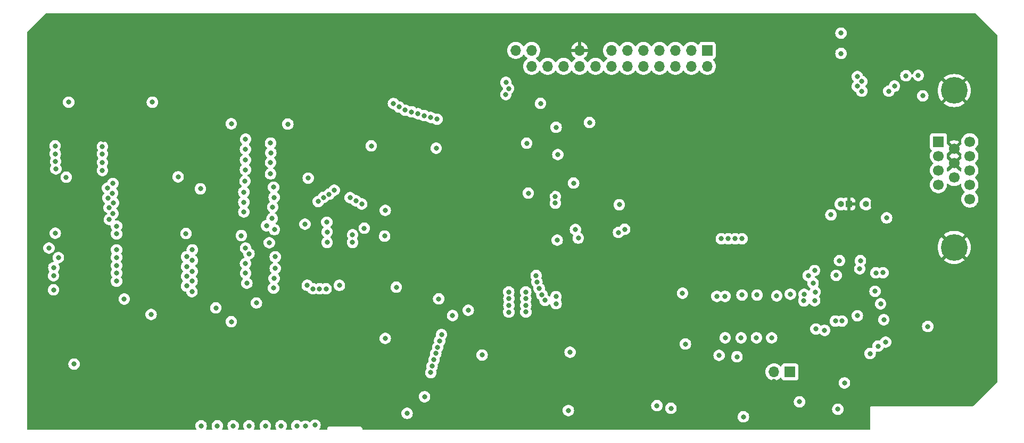
<source format=gbr>
%TF.GenerationSoftware,KiCad,Pcbnew,8.0.5-dirty*%
%TF.CreationDate,2025-01-01T18:58:04-08:00*%
%TF.ProjectId,nightshade,6e696768-7473-4686-9164-652e6b696361,rev?*%
%TF.SameCoordinates,Original*%
%TF.FileFunction,Copper,L2,Inr*%
%TF.FilePolarity,Positive*%
%FSLAX46Y46*%
G04 Gerber Fmt 4.6, Leading zero omitted, Abs format (unit mm)*
G04 Created by KiCad (PCBNEW 8.0.5-dirty) date 2025-01-01 18:58:04*
%MOMM*%
%LPD*%
G01*
G04 APERTURE LIST*
%TA.AperFunction,ComponentPad*%
%ADD10R,1.700000X1.700000*%
%TD*%
%TA.AperFunction,ComponentPad*%
%ADD11O,1.700000X1.700000*%
%TD*%
%TA.AperFunction,ComponentPad*%
%ADD12R,1.000000X1.000000*%
%TD*%
%TA.AperFunction,ComponentPad*%
%ADD13O,1.000000X1.000000*%
%TD*%
%TA.AperFunction,ComponentPad*%
%ADD14C,4.246000*%
%TD*%
%TA.AperFunction,ComponentPad*%
%ADD15R,1.695000X1.695000*%
%TD*%
%TA.AperFunction,ComponentPad*%
%ADD16C,1.695000*%
%TD*%
%TA.AperFunction,ViaPad*%
%ADD17C,0.800000*%
%TD*%
G04 APERTURE END LIST*
D10*
%TO.N,/IRQ2*%
%TO.C,JP3*%
X203886707Y-139250000D03*
D11*
%TO.N,/IRQ*%
X201346707Y-139250000D03*
%TD*%
D10*
%TO.N,unconnected-(J1-Pin_1-Pad1)*%
%TO.C,J1*%
X190734770Y-88000000D03*
D11*
%TO.N,/P0*%
X190734770Y-90540000D03*
%TO.N,unconnected-(J1-Pin_3-Pad3)*%
X188194770Y-88000000D03*
%TO.N,/P1*%
X188194770Y-90540000D03*
%TO.N,unconnected-(J1-Pin_5-Pad5)*%
X185654770Y-88000000D03*
%TO.N,/P2*%
X185654770Y-90540000D03*
%TO.N,/EVIDEO*%
X183114770Y-88000000D03*
%TO.N,/P3*%
X183114770Y-90540000D03*
%TO.N,/ESYNC*%
X180574770Y-88000000D03*
%TO.N,/P4*%
X180574770Y-90540000D03*
%TO.N,/EDCLK*%
X178034770Y-88000000D03*
%TO.N,/P5*%
X178034770Y-90540000D03*
%TO.N,/VCC*%
X175494770Y-88000000D03*
%TO.N,/P6*%
X175494770Y-90540000D03*
%TO.N,GND*%
X172954770Y-88000000D03*
%TO.N,/P7*%
X172954770Y-90540000D03*
%TO.N,GND*%
X170414770Y-88000000D03*
%TO.N,/DCLK*%
X170414770Y-90540000D03*
%TO.N,GND*%
X167874770Y-88000000D03*
%TO.N,/BLANK*%
X167874770Y-90540000D03*
%TO.N,GND*%
X165334770Y-88000000D03*
%TO.N,/HSYNC*%
X165334770Y-90540000D03*
%TO.N,/MCLK*%
X162794770Y-88000000D03*
%TO.N,/VSYNC*%
X162794770Y-90540000D03*
%TO.N,/OVRW*%
X160254770Y-88000000D03*
%TO.N,GND*%
X160254770Y-90540000D03*
%TD*%
D12*
%TO.N,GND*%
%TO.C,JP2*%
X217250000Y-112500000D03*
D13*
%TO.N,/A16*%
X215980000Y-112500000D03*
%TD*%
D12*
%TO.N,GND*%
%TO.C,JP1*%
X213250000Y-112500000D03*
D13*
%TO.N,/A15*%
X211980000Y-112500000D03*
%TD*%
D14*
%TO.N,GND*%
%TO.C,J3*%
X230000000Y-119395000D03*
X230000000Y-94405000D03*
D15*
%TO.N,/R*%
X227500000Y-102545000D03*
D16*
%TO.N,/G*%
X227500000Y-104835000D03*
%TO.N,/B*%
X227500000Y-107125000D03*
%TO.N,/MID2*%
X227500000Y-109415000D03*
%TO.N,GND*%
X227500000Y-111705000D03*
X230000000Y-101400000D03*
X230000000Y-103690000D03*
X230000000Y-105980000D03*
%TO.N,unconnected-(J3-Pad9)*%
X230000000Y-108270000D03*
%TO.N,GND*%
X230000000Y-110560000D03*
%TO.N,/MID0*%
X232500000Y-102545000D03*
%TO.N,/MID1*%
X232500000Y-104835000D03*
%TO.N,Net-(C11-Pad1)*%
X232500000Y-107125000D03*
%TO.N,Net-(C14-Pad1)*%
X232500000Y-109415000D03*
%TO.N,/MID3*%
X232500000Y-111705000D03*
%TD*%
D17*
%TO.N,/AVcc*%
X169459874Y-109149999D03*
%TO.N,GND*%
X140200000Y-103750000D03*
X187400000Y-103250000D03*
X83300000Y-106080000D03*
X83250000Y-93590000D03*
X83300000Y-97840000D03*
X83300000Y-102090000D03*
X164000000Y-121000000D03*
X204750000Y-117750000D03*
X154200000Y-129600000D03*
X215400000Y-82500000D03*
X116140000Y-82500000D03*
X235000000Y-123400000D03*
X131950000Y-82500000D03*
X217700000Y-106800000D03*
X195480000Y-82500000D03*
X178858999Y-115352140D03*
X200000000Y-109500000D03*
X232000000Y-82500000D03*
X183250000Y-110500000D03*
X140550000Y-82500000D03*
X236100000Y-86500000D03*
X230250000Y-138000000D03*
X223850000Y-115000000D03*
X183300000Y-99750000D03*
X184100000Y-144075000D03*
X227500000Y-100500000D03*
X144972192Y-130200000D03*
X111750000Y-105250000D03*
X200000000Y-106500000D03*
X83250000Y-138850000D03*
X153400000Y-137900000D03*
X107770000Y-147780000D03*
X187400000Y-99750000D03*
X179500000Y-106500000D03*
X203475000Y-147500000D03*
X173720000Y-82500000D03*
X229250000Y-137000000D03*
X83300000Y-88990000D03*
X157250000Y-142250000D03*
X235000000Y-140900000D03*
X182400000Y-133500000D03*
X211250000Y-140500000D03*
X120250000Y-99700000D03*
X202600000Y-133000000D03*
X214000000Y-137750000D03*
X233300000Y-115600000D03*
X173271015Y-124174999D03*
X235000000Y-114300000D03*
X207750000Y-117750000D03*
X189911992Y-147513008D03*
X83300000Y-117790000D03*
X154750000Y-144000000D03*
X204400000Y-103250000D03*
X127550000Y-99700000D03*
X169620000Y-82500000D03*
X154675000Y-147400000D03*
X161710000Y-82500000D03*
X97000000Y-108250000D03*
X83300000Y-121900000D03*
X195800000Y-99750000D03*
X176500000Y-145250000D03*
X179500000Y-110500000D03*
X96750000Y-126250000D03*
X123740000Y-82500000D03*
X198500000Y-141000000D03*
X191700000Y-103250000D03*
X166400000Y-144800000D03*
X186750000Y-115250000D03*
X195750000Y-147500000D03*
X119940000Y-82500000D03*
X226850000Y-115600000D03*
X222500000Y-126750000D03*
X235000000Y-132150000D03*
X139888904Y-125738904D03*
X171900000Y-110700000D03*
X191700000Y-106500000D03*
X230250000Y-136000000D03*
X195500000Y-143750000D03*
X212000000Y-126750000D03*
X179500000Y-103250000D03*
X180000000Y-133500000D03*
X165775000Y-110440000D03*
X207000000Y-143250000D03*
X198750000Y-112500000D03*
X191700000Y-99750000D03*
X219600000Y-82500000D03*
X162225000Y-147375000D03*
X195140000Y-129150000D03*
X164288286Y-102966290D03*
X94600000Y-102200000D03*
X99540000Y-82550000D03*
X195800000Y-103250000D03*
X136150000Y-82500000D03*
X176746015Y-123000000D03*
X198100000Y-147500000D03*
X217250000Y-137750000D03*
X191120000Y-82500000D03*
X152250000Y-145750000D03*
X207000000Y-140500000D03*
X217600000Y-110000000D03*
X207750000Y-115000000D03*
X182320000Y-82500000D03*
X132900000Y-101800000D03*
X201250000Y-147490000D03*
X200000000Y-103250000D03*
X147000000Y-130200000D03*
X144950000Y-82500000D03*
X195500000Y-114250000D03*
X187400000Y-106450000D03*
X170571015Y-126074999D03*
X201750000Y-115000000D03*
X230050000Y-143500000D03*
X83300000Y-113990000D03*
X186720000Y-82500000D03*
X228250000Y-82500000D03*
X83250000Y-142880000D03*
X201750000Y-117750000D03*
X183300000Y-103250000D03*
X199590000Y-82500000D03*
X207190000Y-82500000D03*
X169658876Y-110698783D03*
X138500000Y-147500000D03*
X228250000Y-136000000D03*
X85250000Y-84500000D03*
X204400000Y-99750000D03*
X235000000Y-136400000D03*
X205600000Y-140500000D03*
X214000000Y-126750000D03*
X83250000Y-134740000D03*
X228250000Y-138000000D03*
X176100000Y-135000000D03*
X210500000Y-141600000D03*
X179500000Y-99750000D03*
X201250000Y-143250000D03*
X187750000Y-130000000D03*
X94940000Y-82500000D03*
X191750000Y-110500000D03*
X153800000Y-82500000D03*
X213750000Y-115250000D03*
X159750000Y-147375000D03*
X83300000Y-86500000D03*
X174250000Y-115250000D03*
X201300000Y-140800000D03*
X159750000Y-140750000D03*
X186850000Y-144875000D03*
X208800000Y-99750000D03*
X217250000Y-140500000D03*
X208800000Y-103250000D03*
X217800000Y-102800000D03*
X171262500Y-114737500D03*
X229250000Y-115600000D03*
X187286992Y-133463008D03*
X171951992Y-125048008D03*
X215900000Y-147100000D03*
X170000000Y-139000000D03*
X204400000Y-109500000D03*
X195800000Y-109500000D03*
X87050000Y-82550000D03*
X171700000Y-91800000D03*
X234100000Y-84500000D03*
X147400000Y-147400000D03*
X211250000Y-137750000D03*
X208750000Y-106500000D03*
X156000000Y-113900000D03*
X156040000Y-127890000D03*
X162250000Y-140750000D03*
X225550000Y-143500000D03*
X84890000Y-146960000D03*
X208800000Y-109500000D03*
X157175000Y-147400000D03*
X221250000Y-143500000D03*
X112030000Y-82500000D03*
X200000000Y-99750000D03*
X116750000Y-127500000D03*
X127850000Y-82500000D03*
X182325000Y-137500000D03*
X83250000Y-130990000D03*
X198500000Y-145000000D03*
X166759992Y-114340008D03*
X187500000Y-110500000D03*
X180224748Y-141758672D03*
X203390000Y-82500000D03*
X224050000Y-82500000D03*
X90950000Y-82500000D03*
X195800000Y-106500000D03*
X198750000Y-117750000D03*
X169975000Y-147400000D03*
X108040000Y-82500000D03*
X214000000Y-140500000D03*
X204400000Y-106500000D03*
X147950000Y-97300000D03*
X175061015Y-123564999D03*
X157910000Y-82500000D03*
X183300000Y-106500000D03*
X211300000Y-82500000D03*
X165900000Y-135700000D03*
X103790000Y-82500000D03*
X168350000Y-101850000D03*
X204750000Y-115000000D03*
X235000000Y-127650000D03*
X108200000Y-106500000D03*
X165510000Y-82500000D03*
X149700000Y-147400000D03*
X235000000Y-118800000D03*
X185000000Y-133500000D03*
X159750000Y-99750000D03*
X177920000Y-82500000D03*
X149350000Y-82500000D03*
X83300000Y-125790000D03*
X152050000Y-147400000D03*
%TO.N,/RC_RESET*%
X168900000Y-136100000D03*
%TO.N,/SA17*%
X148445000Y-133294903D03*
X110210000Y-147849998D03*
%TO.N,/SA18*%
X148145639Y-134301369D03*
X112780000Y-147849998D03*
%TO.N,/SA19*%
X147846313Y-135307802D03*
X115300000Y-147849998D03*
%TO.N,/SA20*%
X117830000Y-147849998D03*
X147546987Y-136314235D03*
%TO.N,/SA21*%
X147247661Y-137320667D03*
X120420000Y-147849998D03*
%TO.N,/SA22*%
X146948336Y-138327098D03*
X122920000Y-147849998D03*
%TO.N,/SA23*%
X125440000Y-147849998D03*
X146737950Y-139355806D03*
%TO.N,/IOCS16*%
X126800000Y-147900000D03*
%TO.N,/MCS16*%
X128326992Y-147726992D03*
%TO.N,/SA0*%
X159144296Y-126505031D03*
X206088128Y-127913746D03*
%TO.N,/SA1*%
X206135199Y-126864801D03*
X159175000Y-127554585D03*
%TO.N,/SA2*%
X159164862Y-128660739D03*
X207810495Y-127873943D03*
%TO.N,/SA3*%
X207884652Y-126507742D03*
X159155000Y-129722000D03*
%TO.N,/SA4*%
X161850000Y-126500000D03*
X207557031Y-125082731D03*
%TO.N,/SA5*%
X161850000Y-127550000D03*
X206805114Y-123894886D03*
%TO.N,/SA6*%
X207800000Y-123085000D03*
X161849636Y-128650110D03*
%TO.N,/SA7*%
X161865000Y-129700000D03*
X211232265Y-123849720D03*
%TO.N,/SA8*%
X218674175Y-123425825D03*
X163500000Y-123890881D03*
%TO.N,/SA9*%
X217551561Y-123448439D03*
X163626302Y-124933260D03*
%TO.N,/SA10*%
X218300000Y-128400000D03*
X163976235Y-125923236D03*
%TO.N,/SA11*%
X217412703Y-126400000D03*
X164415000Y-126920013D03*
%TO.N,/SA12*%
X211750000Y-121520002D03*
X164925000Y-127837836D03*
%TO.N,/SA13*%
X166677066Y-128367305D03*
X214977089Y-122814587D03*
%TO.N,/SA14*%
X166655777Y-127250000D03*
X215091333Y-121520002D03*
%TO.N,/SD4*%
X192961953Y-118025001D03*
X170210849Y-117916709D03*
%TO.N,/SD5*%
X194057969Y-118025001D03*
X169751757Y-116557522D03*
%TO.N,/SD6*%
X195153985Y-118025001D03*
X176600000Y-117025000D03*
%TO.N,/SD7*%
X196250000Y-118025000D03*
X177583148Y-116525000D03*
%TO.N,/ALE*%
X145750000Y-143200000D03*
%TO.N,/REFRESH*%
X168630000Y-145400000D03*
%TO.N,/~{IOW}*%
X184948439Y-145051561D03*
%TO.N,/~{MEMR}*%
X150202869Y-130275000D03*
%TO.N,/~{MEMW}*%
X152700000Y-129419500D03*
%TO.N,/0WS*%
X187250000Y-134800000D03*
X195450001Y-136825000D03*
X196475000Y-146400000D03*
%TO.N,/IRQ2*%
X205400000Y-144000000D03*
%TO.N,/RESET*%
X208000000Y-132400000D03*
X212550000Y-141000000D03*
%TO.N,/VSYNC*%
X166550000Y-112350000D03*
%TO.N,/HSYNC*%
X166550000Y-111290000D03*
%TO.N,/IRQ*%
X192601286Y-136607597D03*
%TO.N,/MD17*%
X87000000Y-104500000D03*
X141688892Y-97023008D03*
%TO.N,/MD26*%
X95396257Y-111524999D03*
%TO.N,/MD25*%
X95563299Y-113075000D03*
%TO.N,/MD19*%
X87100000Y-106900000D03*
X143690368Y-97793708D03*
%TO.N,/MD28*%
X94500000Y-107138000D03*
%TO.N,/MA0*%
X122000000Y-120904874D03*
X130087338Y-126000000D03*
X107900000Y-120888631D03*
X87500000Y-121020000D03*
%TO.N,/MA1*%
X107911639Y-122438631D03*
X122000000Y-122736731D03*
X86776992Y-122623008D03*
X129037335Y-126000000D03*
%TO.N,/MA2*%
X107900000Y-123988631D03*
X86725000Y-123921338D03*
X121815949Y-124334999D03*
X127987332Y-126000000D03*
%TO.N,/MA3*%
X107900000Y-125553831D03*
X127090887Y-125453293D03*
X86726519Y-126173475D03*
X121729970Y-125884999D03*
%TO.N,/MA4*%
X117477632Y-125109999D03*
X108750000Y-126450000D03*
X96750000Y-124800000D03*
%TO.N,/MA5*%
X96750000Y-123500000D03*
X108768978Y-124778831D03*
X117274999Y-123511731D03*
%TO.N,/MA6*%
X108800000Y-123213631D03*
X117263545Y-121961731D03*
X96750000Y-122300000D03*
%TO.N,/MA7*%
X96750000Y-121000000D03*
X108811159Y-121495001D03*
X117829695Y-120404874D03*
%TO.N,/MA8*%
X96750000Y-119800000D03*
X108800000Y-119800000D03*
X117271269Y-119515684D03*
%TO.N,/MD0*%
X139500021Y-113499808D03*
X117274866Y-102150000D03*
%TO.N,/MD1*%
X117250000Y-103750000D03*
X135758810Y-112475000D03*
%TO.N,/MD2*%
X134835500Y-111975000D03*
X117250000Y-105450000D03*
%TO.N,/MD3*%
X117250000Y-107025000D03*
X133900000Y-111475000D03*
%TO.N,/MD4*%
X117184052Y-108845001D03*
X128832324Y-112093117D03*
%TO.N,/MD5*%
X129647904Y-111431805D03*
X117000000Y-110580000D03*
%TO.N,/MD6*%
X130571214Y-110931805D03*
X117000000Y-112200001D03*
%TO.N,/MD7*%
X131388096Y-110272100D03*
X117000000Y-113750001D03*
%TO.N,/MD8*%
X121500000Y-114800000D03*
%TO.N,/MD9*%
X121599384Y-112975001D03*
%TO.N,/MD10*%
X121821641Y-111425001D03*
%TO.N,/MD11*%
X121725533Y-109811080D03*
%TO.N,/MD12*%
X121250000Y-107675000D03*
%TO.N,/MD13*%
X121251992Y-105875000D03*
%TO.N,/MD14*%
X121291587Y-104325000D03*
%TO.N,/MD15*%
X121251992Y-102775000D03*
%TO.N,/MD16*%
X86975000Y-103223439D03*
X140802017Y-96460907D03*
%TO.N,/MD18*%
X87053430Y-105696570D03*
X142648703Y-97523008D03*
%TO.N,/MD20*%
X96167024Y-109199999D03*
X144696801Y-98093034D03*
%TO.N,/MD21*%
X145703233Y-98392361D03*
X96104687Y-110749999D03*
%TO.N,/MD22*%
X96271728Y-112299999D03*
X146709666Y-98691688D03*
%TO.N,/MD23*%
X96200000Y-114000000D03*
X147725000Y-98959267D03*
%TO.N,/MD24*%
X95604321Y-114952486D03*
%TO.N,/MD27*%
X95300000Y-109950000D03*
%TO.N,/MD29*%
X94500000Y-105868000D03*
%TO.N,/MD30*%
X94500000Y-104500000D03*
%TO.N,/MD31*%
X94500000Y-103328000D03*
%TO.N,/ROM_ENA*%
X148000000Y-127600000D03*
X193555000Y-127200000D03*
X186788496Y-126711504D03*
%TO.N,/BD2*%
X212162265Y-131146398D03*
X201776782Y-127137466D03*
%TO.N,/BD1*%
X211104091Y-131146087D03*
X198635000Y-127000000D03*
%TO.N,/BD0*%
X196250000Y-127000000D03*
X209388911Y-132613845D03*
%TO.N,/BD3*%
X214600000Y-130300000D03*
X203939183Y-126860817D03*
%TO.N,/BD7*%
X218804138Y-130923615D03*
X200964492Y-133810508D03*
%TO.N,/BD6*%
X198550000Y-133800000D03*
X219100000Y-134500000D03*
%TO.N,/BD5*%
X196100000Y-133825000D03*
X217889061Y-135139061D03*
%TO.N,/BD4*%
X216625000Y-136325000D03*
X193575000Y-133800000D03*
%TO.N,/VCC*%
X176725000Y-112600000D03*
X224300000Y-92000000D03*
X90000000Y-138000000D03*
X115000000Y-99700000D03*
X110100000Y-110050000D03*
X166675000Y-100250000D03*
X139500000Y-133900000D03*
X219250000Y-114700000D03*
X142970000Y-145860000D03*
X102250000Y-130100000D03*
X147600000Y-103600000D03*
X89131425Y-96250000D03*
X211500000Y-145200000D03*
X136150000Y-116350000D03*
X225800000Y-132000000D03*
X115000000Y-131250000D03*
X210400000Y-114200000D03*
X137270000Y-103230000D03*
X124000000Y-99750000D03*
X127245000Y-108354419D03*
X154900000Y-136550000D03*
X192250000Y-127200000D03*
X88750000Y-108225000D03*
X106550000Y-108150000D03*
X166850000Y-118250000D03*
X102450000Y-96250000D03*
%TO.N,/CAS3*%
X96750000Y-117250000D03*
%TO.N,/CAS2*%
X96750000Y-116000000D03*
%TO.N,/CAS1*%
X121857247Y-116560601D03*
%TO.N,/CAS0*%
X130200000Y-115400000D03*
X120600000Y-115940000D03*
X126725000Y-115688496D03*
%TO.N,/WE*%
X107800000Y-117200000D03*
X130250000Y-116945560D03*
X87002000Y-117145281D03*
X116600000Y-117520000D03*
%TO.N,/RAS0*%
X130250000Y-118600000D03*
X86000000Y-119500000D03*
X119000000Y-128250000D03*
X132200000Y-125450000D03*
X121051992Y-118651992D03*
%TO.N,Net-(J2-~{IOR})*%
X182710508Y-144614492D03*
%TO.N,Net-(U1-RAS)*%
X134294695Y-118612469D03*
X139400000Y-117600000D03*
%TO.N,/MID2*%
X220500000Y-93700000D03*
%TO.N,/MID0*%
X222328231Y-92041385D03*
X225000000Y-95250000D03*
%TO.N,/MID3*%
X219600000Y-94500000D03*
%TO.N,Net-(C11-Pad1)*%
X212000000Y-88500000D03*
%TO.N,/OVRW*%
X162250000Y-110750000D03*
%TO.N,Net-(C14-Pad1)*%
X212000000Y-85250000D03*
%TO.N,/P0*%
X166950000Y-104600000D03*
X214600000Y-92170790D03*
X172000000Y-99500000D03*
%TO.N,/P1*%
X215306527Y-92947526D03*
%TO.N,/P2*%
X214596197Y-93720790D03*
%TO.N,/P3*%
X215300000Y-94500000D03*
%TO.N,/P5*%
X161993265Y-102807589D03*
X164200000Y-96457719D03*
%TO.N,/EVIDEO*%
X158675000Y-95028581D03*
%TO.N,/ESYNC*%
X159110470Y-94073138D03*
%TO.N,/EDCLK*%
X158694119Y-93109213D03*
%TO.N,/RAS1*%
X112548008Y-129050000D03*
X134300000Y-117400000D03*
X97971015Y-127625001D03*
%TO.N,/MCLK*%
X141250000Y-125750000D03*
%TD*%
%TA.AperFunction,Conductor*%
%TO.N,GND*%
G36*
X231132006Y-106752797D02*
G01*
X231166032Y-106815109D01*
X231165056Y-106872820D01*
X231157912Y-106901032D01*
X231157910Y-106901040D01*
X231139353Y-107125000D01*
X231143696Y-107177416D01*
X231129387Y-107246956D01*
X231079753Y-107297720D01*
X231010553Y-107313592D01*
X230943758Y-107289532D01*
X230925423Y-107273156D01*
X230921540Y-107268938D01*
X230813842Y-107185114D01*
X230772370Y-107127489D01*
X230769801Y-107109010D01*
X230178021Y-106517230D01*
X230218082Y-106506496D01*
X230346918Y-106432112D01*
X230452112Y-106326918D01*
X230526496Y-106198082D01*
X230537230Y-106158021D01*
X231132006Y-106752797D01*
G37*
%TD.AperFunction*%
%TA.AperFunction,Conductor*%
G36*
X229473504Y-106198082D02*
G01*
X229547888Y-106326918D01*
X229653082Y-106432112D01*
X229781918Y-106506496D01*
X229821979Y-106517230D01*
X229226632Y-107112576D01*
X229218781Y-107147104D01*
X229186157Y-107185113D01*
X229078458Y-107268938D01*
X229078455Y-107268941D01*
X229074570Y-107273162D01*
X229013716Y-107309730D01*
X228942751Y-107307593D01*
X228884208Y-107267428D01*
X228856672Y-107201989D01*
X228856303Y-107177423D01*
X228860647Y-107125000D01*
X228842090Y-106901045D01*
X228834943Y-106872822D01*
X228837609Y-106801879D01*
X228867992Y-106752795D01*
X229462769Y-106158019D01*
X229473504Y-106198082D01*
G37*
%TD.AperFunction*%
%TA.AperFunction,Conductor*%
G36*
X229473504Y-103908082D02*
G01*
X229547888Y-104036918D01*
X229653082Y-104142112D01*
X229781918Y-104216496D01*
X229821979Y-104227230D01*
X229236091Y-104813117D01*
X229236965Y-104827193D01*
X229236965Y-104842809D01*
X229236091Y-104856882D01*
X229821978Y-105442769D01*
X229781918Y-105453504D01*
X229653082Y-105527888D01*
X229547888Y-105633082D01*
X229473504Y-105761918D01*
X229462769Y-105801978D01*
X228867993Y-105207202D01*
X228833967Y-105144890D01*
X228834944Y-105087174D01*
X228840097Y-105066825D01*
X228842090Y-105058955D01*
X228860647Y-104835000D01*
X228842090Y-104611045D01*
X228834943Y-104582822D01*
X228837609Y-104511879D01*
X228867992Y-104462795D01*
X229462769Y-103868019D01*
X229473504Y-103908082D01*
G37*
%TD.AperFunction*%
%TA.AperFunction,Conductor*%
G36*
X231132006Y-104462797D02*
G01*
X231166032Y-104525109D01*
X231165056Y-104582820D01*
X231157912Y-104611032D01*
X231157910Y-104611040D01*
X231139353Y-104835000D01*
X231157910Y-105058959D01*
X231157911Y-105058960D01*
X231165056Y-105087176D01*
X231162388Y-105158123D01*
X231132007Y-105207201D01*
X230537230Y-105801978D01*
X230526496Y-105761918D01*
X230452112Y-105633082D01*
X230346918Y-105527888D01*
X230218082Y-105453504D01*
X230178020Y-105442769D01*
X230763907Y-104856881D01*
X230763034Y-104842809D01*
X230763034Y-104827193D01*
X230763907Y-104813116D01*
X230178021Y-104227230D01*
X230218082Y-104216496D01*
X230346918Y-104142112D01*
X230452112Y-104036918D01*
X230526496Y-103908082D01*
X230537230Y-103868021D01*
X231132006Y-104462797D01*
G37*
%TD.AperFunction*%
%TA.AperFunction,Conductor*%
G36*
X233362170Y-82070502D02*
G01*
X233383144Y-82087405D01*
X236812595Y-85516855D01*
X236846621Y-85579167D01*
X236849500Y-85605950D01*
X236849500Y-140844049D01*
X236829498Y-140912170D01*
X236812595Y-140933144D01*
X233083144Y-144662595D01*
X233020832Y-144696621D01*
X232994049Y-144699500D01*
X216825172Y-144699500D01*
X216733103Y-144737635D01*
X216733099Y-144737638D01*
X216662638Y-144808099D01*
X216662635Y-144808103D01*
X216624500Y-144900171D01*
X216624500Y-148374000D01*
X216604498Y-148442121D01*
X216550842Y-148488614D01*
X216498500Y-148500000D01*
X135976500Y-148500000D01*
X135908379Y-148479998D01*
X135861886Y-148426342D01*
X135850500Y-148374000D01*
X135850500Y-148200171D01*
X135812364Y-148108103D01*
X135812361Y-148108099D01*
X135741900Y-148037638D01*
X135741896Y-148037635D01*
X135649828Y-147999500D01*
X130574828Y-147999500D01*
X130475172Y-147999500D01*
X130383103Y-148037635D01*
X130383099Y-148037638D01*
X130312638Y-148108099D01*
X130312635Y-148108103D01*
X130274500Y-148200171D01*
X130274500Y-148374000D01*
X130254498Y-148442121D01*
X130200842Y-148488614D01*
X130148500Y-148500000D01*
X129136480Y-148500000D01*
X129068359Y-148479998D01*
X129021866Y-148426342D01*
X129011762Y-148356068D01*
X129041256Y-148291488D01*
X129042843Y-148289690D01*
X129066032Y-148263936D01*
X129161519Y-148098548D01*
X129220534Y-147916920D01*
X129240496Y-147726992D01*
X129220534Y-147537064D01*
X129161519Y-147355436D01*
X129066032Y-147190048D01*
X129066029Y-147190045D01*
X129066026Y-147190040D01*
X128938247Y-147048127D01*
X128783744Y-146935874D01*
X128609280Y-146858198D01*
X128422479Y-146818492D01*
X128231505Y-146818492D01*
X128044703Y-146858198D01*
X127870239Y-146935874D01*
X127715736Y-147048127D01*
X127587953Y-147190045D01*
X127586178Y-147192489D01*
X127584789Y-147193559D01*
X127583533Y-147194955D01*
X127583277Y-147194725D01*
X127529953Y-147235839D01*
X127459217Y-147241911D01*
X127410185Y-147220358D01*
X127256752Y-147108882D01*
X127082288Y-147031206D01*
X126895487Y-146991500D01*
X126704513Y-146991500D01*
X126517711Y-147031206D01*
X126343247Y-147108882D01*
X126224628Y-147195064D01*
X126157760Y-147218923D01*
X126088608Y-147202842D01*
X126056930Y-147177437D01*
X126051254Y-147171133D01*
X126051250Y-147171129D01*
X125896752Y-147058880D01*
X125722288Y-146981204D01*
X125535487Y-146941498D01*
X125344513Y-146941498D01*
X125157711Y-146981204D01*
X124983247Y-147058880D01*
X124828744Y-147171133D01*
X124700965Y-147313046D01*
X124700958Y-147313056D01*
X124605476Y-147478436D01*
X124605473Y-147478443D01*
X124546457Y-147660070D01*
X124526496Y-147849998D01*
X124546457Y-148039925D01*
X124565507Y-148098553D01*
X124605473Y-148221554D01*
X124649857Y-148298430D01*
X124657115Y-148311000D01*
X124673853Y-148379995D01*
X124650633Y-148447087D01*
X124594826Y-148490974D01*
X124547996Y-148500000D01*
X123812004Y-148500000D01*
X123743883Y-148479998D01*
X123697390Y-148426342D01*
X123687286Y-148356068D01*
X123702885Y-148311000D01*
X123754527Y-148221554D01*
X123813542Y-148039926D01*
X123833504Y-147849998D01*
X123813542Y-147660070D01*
X123754527Y-147478442D01*
X123659040Y-147313054D01*
X123659038Y-147313052D01*
X123659034Y-147313046D01*
X123531255Y-147171133D01*
X123376752Y-147058880D01*
X123202288Y-146981204D01*
X123015487Y-146941498D01*
X122824513Y-146941498D01*
X122637711Y-146981204D01*
X122463247Y-147058880D01*
X122308744Y-147171133D01*
X122180965Y-147313046D01*
X122180958Y-147313056D01*
X122085476Y-147478436D01*
X122085473Y-147478443D01*
X122026457Y-147660070D01*
X122006496Y-147849998D01*
X122026457Y-148039925D01*
X122045507Y-148098553D01*
X122085473Y-148221554D01*
X122129857Y-148298430D01*
X122137115Y-148311000D01*
X122153853Y-148379995D01*
X122130633Y-148447087D01*
X122074826Y-148490974D01*
X122027996Y-148500000D01*
X121312004Y-148500000D01*
X121243883Y-148479998D01*
X121197390Y-148426342D01*
X121187286Y-148356068D01*
X121202885Y-148311000D01*
X121254527Y-148221554D01*
X121313542Y-148039926D01*
X121333504Y-147849998D01*
X121313542Y-147660070D01*
X121254527Y-147478442D01*
X121159040Y-147313054D01*
X121159038Y-147313052D01*
X121159034Y-147313046D01*
X121031255Y-147171133D01*
X120876752Y-147058880D01*
X120702288Y-146981204D01*
X120515487Y-146941498D01*
X120324513Y-146941498D01*
X120137711Y-146981204D01*
X119963247Y-147058880D01*
X119808744Y-147171133D01*
X119680965Y-147313046D01*
X119680958Y-147313056D01*
X119585476Y-147478436D01*
X119585473Y-147478443D01*
X119526457Y-147660070D01*
X119506496Y-147849998D01*
X119526457Y-148039925D01*
X119545507Y-148098553D01*
X119585473Y-148221554D01*
X119629857Y-148298430D01*
X119637115Y-148311000D01*
X119653853Y-148379995D01*
X119630633Y-148447087D01*
X119574826Y-148490974D01*
X119527996Y-148500000D01*
X118722004Y-148500000D01*
X118653883Y-148479998D01*
X118607390Y-148426342D01*
X118597286Y-148356068D01*
X118612885Y-148311000D01*
X118664527Y-148221554D01*
X118723542Y-148039926D01*
X118743504Y-147849998D01*
X118723542Y-147660070D01*
X118664527Y-147478442D01*
X118569040Y-147313054D01*
X118569038Y-147313052D01*
X118569034Y-147313046D01*
X118441255Y-147171133D01*
X118286752Y-147058880D01*
X118112288Y-146981204D01*
X117925487Y-146941498D01*
X117734513Y-146941498D01*
X117547711Y-146981204D01*
X117373247Y-147058880D01*
X117218744Y-147171133D01*
X117090965Y-147313046D01*
X117090958Y-147313056D01*
X116995476Y-147478436D01*
X116995473Y-147478443D01*
X116936457Y-147660070D01*
X116916496Y-147849998D01*
X116936457Y-148039925D01*
X116955507Y-148098553D01*
X116995473Y-148221554D01*
X117039857Y-148298430D01*
X117047115Y-148311000D01*
X117063853Y-148379995D01*
X117040633Y-148447087D01*
X116984826Y-148490974D01*
X116937996Y-148500000D01*
X116192004Y-148500000D01*
X116123883Y-148479998D01*
X116077390Y-148426342D01*
X116067286Y-148356068D01*
X116082885Y-148311000D01*
X116134527Y-148221554D01*
X116193542Y-148039926D01*
X116213504Y-147849998D01*
X116193542Y-147660070D01*
X116134527Y-147478442D01*
X116039040Y-147313054D01*
X116039038Y-147313052D01*
X116039034Y-147313046D01*
X115911255Y-147171133D01*
X115756752Y-147058880D01*
X115582288Y-146981204D01*
X115395487Y-146941498D01*
X115204513Y-146941498D01*
X115017711Y-146981204D01*
X114843247Y-147058880D01*
X114688744Y-147171133D01*
X114560965Y-147313046D01*
X114560958Y-147313056D01*
X114465476Y-147478436D01*
X114465473Y-147478443D01*
X114406457Y-147660070D01*
X114386496Y-147849998D01*
X114406457Y-148039925D01*
X114425507Y-148098553D01*
X114465473Y-148221554D01*
X114509857Y-148298430D01*
X114517115Y-148311000D01*
X114533853Y-148379995D01*
X114510633Y-148447087D01*
X114454826Y-148490974D01*
X114407996Y-148500000D01*
X113672004Y-148500000D01*
X113603883Y-148479998D01*
X113557390Y-148426342D01*
X113547286Y-148356068D01*
X113562885Y-148311000D01*
X113614527Y-148221554D01*
X113673542Y-148039926D01*
X113693504Y-147849998D01*
X113673542Y-147660070D01*
X113614527Y-147478442D01*
X113519040Y-147313054D01*
X113519038Y-147313052D01*
X113519034Y-147313046D01*
X113391255Y-147171133D01*
X113236752Y-147058880D01*
X113062288Y-146981204D01*
X112875487Y-146941498D01*
X112684513Y-146941498D01*
X112497711Y-146981204D01*
X112323247Y-147058880D01*
X112168744Y-147171133D01*
X112040965Y-147313046D01*
X112040958Y-147313056D01*
X111945476Y-147478436D01*
X111945473Y-147478443D01*
X111886457Y-147660070D01*
X111866496Y-147849998D01*
X111886457Y-148039925D01*
X111905507Y-148098553D01*
X111945473Y-148221554D01*
X111989857Y-148298430D01*
X111997115Y-148311000D01*
X112013853Y-148379995D01*
X111990633Y-148447087D01*
X111934826Y-148490974D01*
X111887996Y-148500000D01*
X111102004Y-148500000D01*
X111033883Y-148479998D01*
X110987390Y-148426342D01*
X110977286Y-148356068D01*
X110992885Y-148311000D01*
X111044527Y-148221554D01*
X111103542Y-148039926D01*
X111123504Y-147849998D01*
X111103542Y-147660070D01*
X111044527Y-147478442D01*
X110949040Y-147313054D01*
X110949038Y-147313052D01*
X110949034Y-147313046D01*
X110821255Y-147171133D01*
X110666752Y-147058880D01*
X110492288Y-146981204D01*
X110305487Y-146941498D01*
X110114513Y-146941498D01*
X109927711Y-146981204D01*
X109753247Y-147058880D01*
X109598744Y-147171133D01*
X109470965Y-147313046D01*
X109470958Y-147313056D01*
X109375476Y-147478436D01*
X109375473Y-147478443D01*
X109316457Y-147660070D01*
X109296496Y-147849998D01*
X109316457Y-148039925D01*
X109335507Y-148098553D01*
X109375473Y-148221554D01*
X109419857Y-148298430D01*
X109427115Y-148311000D01*
X109443853Y-148379995D01*
X109420633Y-148447087D01*
X109364826Y-148490974D01*
X109317996Y-148500000D01*
X82676500Y-148500000D01*
X82608379Y-148479998D01*
X82561886Y-148426342D01*
X82550500Y-148374000D01*
X82550500Y-145860000D01*
X142056496Y-145860000D01*
X142076457Y-146049927D01*
X142095489Y-146108500D01*
X142135473Y-146231556D01*
X142135476Y-146231561D01*
X142230958Y-146396941D01*
X142230965Y-146396951D01*
X142358744Y-146538864D01*
X142358747Y-146538866D01*
X142513248Y-146651118D01*
X142687712Y-146728794D01*
X142874513Y-146768500D01*
X143065487Y-146768500D01*
X143252288Y-146728794D01*
X143426752Y-146651118D01*
X143581253Y-146538866D01*
X143581255Y-146538864D01*
X143706289Y-146400000D01*
X195561496Y-146400000D01*
X195581457Y-146589927D01*
X195601340Y-146651118D01*
X195640473Y-146771556D01*
X195640476Y-146771561D01*
X195735958Y-146936941D01*
X195735965Y-146936951D01*
X195863744Y-147078864D01*
X195863747Y-147078866D01*
X196018248Y-147191118D01*
X196192712Y-147268794D01*
X196379513Y-147308500D01*
X196570487Y-147308500D01*
X196757288Y-147268794D01*
X196931752Y-147191118D01*
X197086253Y-147078866D01*
X197086255Y-147078864D01*
X197214034Y-146936951D01*
X197214035Y-146936949D01*
X197214040Y-146936944D01*
X197309527Y-146771556D01*
X197368542Y-146589928D01*
X197388504Y-146400000D01*
X197368542Y-146210072D01*
X197309527Y-146028444D01*
X197214040Y-145863056D01*
X197214038Y-145863054D01*
X197214034Y-145863048D01*
X197086255Y-145721135D01*
X196931752Y-145608882D01*
X196757288Y-145531206D01*
X196570487Y-145491500D01*
X196379513Y-145491500D01*
X196192711Y-145531206D01*
X196018247Y-145608882D01*
X195863744Y-145721135D01*
X195735965Y-145863048D01*
X195735958Y-145863058D01*
X195662023Y-145991118D01*
X195640473Y-146028444D01*
X195627363Y-146068793D01*
X195581457Y-146210072D01*
X195561496Y-146400000D01*
X143706289Y-146400000D01*
X143709034Y-146396951D01*
X143709035Y-146396949D01*
X143709040Y-146396944D01*
X143804527Y-146231556D01*
X143863542Y-146049928D01*
X143883504Y-145860000D01*
X143863542Y-145670072D01*
X143804527Y-145488444D01*
X143753464Y-145400000D01*
X167716496Y-145400000D01*
X167736457Y-145589927D01*
X167766526Y-145682470D01*
X167795473Y-145771556D01*
X167795476Y-145771561D01*
X167890958Y-145936941D01*
X167890965Y-145936951D01*
X168018744Y-146078864D01*
X168079999Y-146123368D01*
X168173248Y-146191118D01*
X168347712Y-146268794D01*
X168534513Y-146308500D01*
X168725487Y-146308500D01*
X168912288Y-146268794D01*
X169086752Y-146191118D01*
X169241253Y-146078866D01*
X169320262Y-145991118D01*
X169369034Y-145936951D01*
X169369035Y-145936949D01*
X169369040Y-145936944D01*
X169464527Y-145771556D01*
X169523542Y-145589928D01*
X169543504Y-145400000D01*
X169523542Y-145210072D01*
X169464527Y-145028444D01*
X169369040Y-144863056D01*
X169369038Y-144863054D01*
X169369034Y-144863048D01*
X169241255Y-144721135D01*
X169094474Y-144614492D01*
X181797004Y-144614492D01*
X181816965Y-144804419D01*
X181847034Y-144896962D01*
X181875981Y-144986048D01*
X181875984Y-144986053D01*
X181971466Y-145151433D01*
X181971473Y-145151443D01*
X182099252Y-145293356D01*
X182099255Y-145293358D01*
X182253756Y-145405610D01*
X182428220Y-145483286D01*
X182615021Y-145522992D01*
X182805995Y-145522992D01*
X182992796Y-145483286D01*
X183167260Y-145405610D01*
X183321761Y-145293358D01*
X183422808Y-145181134D01*
X183449542Y-145151443D01*
X183449543Y-145151441D01*
X183449548Y-145151436D01*
X183507211Y-145051561D01*
X184034935Y-145051561D01*
X184054896Y-145241488D01*
X184071750Y-145293358D01*
X184113912Y-145423117D01*
X184113915Y-145423122D01*
X184209397Y-145588502D01*
X184209404Y-145588512D01*
X184337183Y-145730425D01*
X184337186Y-145730427D01*
X184491687Y-145842679D01*
X184666151Y-145920355D01*
X184852952Y-145960061D01*
X185043926Y-145960061D01*
X185230727Y-145920355D01*
X185405191Y-145842679D01*
X185559692Y-145730427D01*
X185568059Y-145721135D01*
X185687473Y-145588512D01*
X185687474Y-145588510D01*
X185687479Y-145588505D01*
X185782966Y-145423117D01*
X185841981Y-145241489D01*
X185846342Y-145200000D01*
X210586496Y-145200000D01*
X210606457Y-145389927D01*
X210617243Y-145423122D01*
X210665473Y-145571556D01*
X210665476Y-145571561D01*
X210760958Y-145736941D01*
X210760965Y-145736951D01*
X210888744Y-145878864D01*
X210888747Y-145878866D01*
X211043248Y-145991118D01*
X211217712Y-146068794D01*
X211404513Y-146108500D01*
X211595487Y-146108500D01*
X211782288Y-146068794D01*
X211956752Y-145991118D01*
X212111253Y-145878866D01*
X212125487Y-145863058D01*
X212239034Y-145736951D01*
X212239035Y-145736949D01*
X212239040Y-145736944D01*
X212334527Y-145571556D01*
X212393542Y-145389928D01*
X212413504Y-145200000D01*
X212393542Y-145010072D01*
X212334527Y-144828444D01*
X212239040Y-144663056D01*
X212239038Y-144663054D01*
X212239034Y-144663048D01*
X212111255Y-144521135D01*
X211956752Y-144408882D01*
X211782288Y-144331206D01*
X211595487Y-144291500D01*
X211404513Y-144291500D01*
X211217711Y-144331206D01*
X211043247Y-144408882D01*
X210888744Y-144521135D01*
X210760965Y-144663048D01*
X210760958Y-144663058D01*
X210665476Y-144828438D01*
X210665473Y-144828445D01*
X210606457Y-145010072D01*
X210586496Y-145200000D01*
X185846342Y-145200000D01*
X185861943Y-145051561D01*
X185841981Y-144861633D01*
X185782966Y-144680005D01*
X185687479Y-144514617D01*
X185687477Y-144514615D01*
X185687473Y-144514609D01*
X185559694Y-144372696D01*
X185405191Y-144260443D01*
X185230727Y-144182767D01*
X185043926Y-144143061D01*
X184852952Y-144143061D01*
X184666150Y-144182767D01*
X184491686Y-144260443D01*
X184337183Y-144372696D01*
X184209404Y-144514609D01*
X184209397Y-144514619D01*
X184113915Y-144679999D01*
X184113912Y-144680006D01*
X184054896Y-144861633D01*
X184034935Y-145051561D01*
X183507211Y-145051561D01*
X183545035Y-144986048D01*
X183604050Y-144804420D01*
X183624012Y-144614492D01*
X183604050Y-144424564D01*
X183545035Y-144242936D01*
X183449548Y-144077548D01*
X183449546Y-144077546D01*
X183449542Y-144077540D01*
X183379725Y-144000000D01*
X204486496Y-144000000D01*
X204506457Y-144189927D01*
X204523681Y-144242936D01*
X204565473Y-144371556D01*
X204565476Y-144371561D01*
X204660958Y-144536941D01*
X204660965Y-144536951D01*
X204788744Y-144678864D01*
X204817147Y-144699500D01*
X204943248Y-144791118D01*
X205117712Y-144868794D01*
X205304513Y-144908500D01*
X205495487Y-144908500D01*
X205682288Y-144868794D01*
X205856752Y-144791118D01*
X206011253Y-144678866D01*
X206025487Y-144663058D01*
X206139034Y-144536951D01*
X206139035Y-144536949D01*
X206139040Y-144536944D01*
X206234527Y-144371556D01*
X206293542Y-144189928D01*
X206313504Y-144000000D01*
X206293542Y-143810072D01*
X206234527Y-143628444D01*
X206139040Y-143463056D01*
X206139038Y-143463054D01*
X206139034Y-143463048D01*
X206011255Y-143321135D01*
X205856752Y-143208882D01*
X205682288Y-143131206D01*
X205495487Y-143091500D01*
X205304513Y-143091500D01*
X205117711Y-143131206D01*
X204943247Y-143208882D01*
X204788744Y-143321135D01*
X204660965Y-143463048D01*
X204660958Y-143463058D01*
X204565476Y-143628438D01*
X204565473Y-143628445D01*
X204506457Y-143810072D01*
X204486496Y-144000000D01*
X183379725Y-144000000D01*
X183321763Y-143935627D01*
X183167260Y-143823374D01*
X182992796Y-143745698D01*
X182805995Y-143705992D01*
X182615021Y-143705992D01*
X182428219Y-143745698D01*
X182253755Y-143823374D01*
X182099252Y-143935627D01*
X181971473Y-144077540D01*
X181971466Y-144077550D01*
X181875984Y-144242930D01*
X181875981Y-144242937D01*
X181816965Y-144424564D01*
X181797004Y-144614492D01*
X169094474Y-144614492D01*
X169086752Y-144608882D01*
X168912288Y-144531206D01*
X168725487Y-144491500D01*
X168534513Y-144491500D01*
X168347711Y-144531206D01*
X168173247Y-144608882D01*
X168018744Y-144721135D01*
X167890965Y-144863048D01*
X167890958Y-144863058D01*
X167795476Y-145028438D01*
X167795473Y-145028445D01*
X167736457Y-145210072D01*
X167716496Y-145400000D01*
X143753464Y-145400000D01*
X143709040Y-145323056D01*
X143709038Y-145323054D01*
X143709034Y-145323048D01*
X143581255Y-145181135D01*
X143426752Y-145068882D01*
X143252288Y-144991206D01*
X143065487Y-144951500D01*
X142874513Y-144951500D01*
X142687711Y-144991206D01*
X142513247Y-145068882D01*
X142358744Y-145181135D01*
X142230965Y-145323048D01*
X142230958Y-145323058D01*
X142135476Y-145488438D01*
X142135473Y-145488445D01*
X142076457Y-145670072D01*
X142056496Y-145860000D01*
X82550500Y-145860000D01*
X82550500Y-143200000D01*
X144836496Y-143200000D01*
X144856457Y-143389927D01*
X144886526Y-143482470D01*
X144915473Y-143571556D01*
X144915476Y-143571561D01*
X145010958Y-143736941D01*
X145010965Y-143736951D01*
X145138744Y-143878864D01*
X145138747Y-143878866D01*
X145293248Y-143991118D01*
X145467712Y-144068794D01*
X145654513Y-144108500D01*
X145845487Y-144108500D01*
X146032288Y-144068794D01*
X146206752Y-143991118D01*
X146361253Y-143878866D01*
X146411218Y-143823374D01*
X146489034Y-143736951D01*
X146489035Y-143736949D01*
X146489040Y-143736944D01*
X146584527Y-143571556D01*
X146643542Y-143389928D01*
X146663504Y-143200000D01*
X146643542Y-143010072D01*
X146584527Y-142828444D01*
X146489040Y-142663056D01*
X146489038Y-142663054D01*
X146489034Y-142663048D01*
X146361255Y-142521135D01*
X146206752Y-142408882D01*
X146032288Y-142331206D01*
X145845487Y-142291500D01*
X145654513Y-142291500D01*
X145467711Y-142331206D01*
X145293247Y-142408882D01*
X145138744Y-142521135D01*
X145010965Y-142663048D01*
X145010958Y-142663058D01*
X144915476Y-142828438D01*
X144915473Y-142828445D01*
X144856457Y-143010072D01*
X144836496Y-143200000D01*
X82550500Y-143200000D01*
X82550500Y-141000000D01*
X211636496Y-141000000D01*
X211656457Y-141189927D01*
X211686526Y-141282470D01*
X211715473Y-141371556D01*
X211715476Y-141371561D01*
X211810958Y-141536941D01*
X211810965Y-141536951D01*
X211938744Y-141678864D01*
X211938747Y-141678866D01*
X212093248Y-141791118D01*
X212267712Y-141868794D01*
X212454513Y-141908500D01*
X212645487Y-141908500D01*
X212832288Y-141868794D01*
X213006752Y-141791118D01*
X213161253Y-141678866D01*
X213289040Y-141536944D01*
X213384527Y-141371556D01*
X213443542Y-141189928D01*
X213463504Y-141000000D01*
X213443542Y-140810072D01*
X213384527Y-140628444D01*
X213289040Y-140463056D01*
X213289038Y-140463054D01*
X213289034Y-140463048D01*
X213161255Y-140321135D01*
X213006752Y-140208882D01*
X212832288Y-140131206D01*
X212645487Y-140091500D01*
X212454513Y-140091500D01*
X212267711Y-140131206D01*
X212093247Y-140208882D01*
X211938744Y-140321135D01*
X211810965Y-140463048D01*
X211810958Y-140463058D01*
X211715476Y-140628438D01*
X211715473Y-140628445D01*
X211656457Y-140810072D01*
X211636496Y-141000000D01*
X82550500Y-141000000D01*
X82550500Y-139355806D01*
X145824446Y-139355806D01*
X145844407Y-139545733D01*
X145874476Y-139638276D01*
X145903423Y-139727362D01*
X145903426Y-139727367D01*
X145998908Y-139892747D01*
X145998915Y-139892757D01*
X146126694Y-140034670D01*
X146126697Y-140034672D01*
X146281198Y-140146924D01*
X146455662Y-140224600D01*
X146642463Y-140264306D01*
X146833437Y-140264306D01*
X147020238Y-140224600D01*
X147194702Y-140146924D01*
X147349203Y-140034672D01*
X147476990Y-139892750D01*
X147572477Y-139727362D01*
X147631492Y-139545734D01*
X147651454Y-139355806D01*
X147640333Y-139250000D01*
X199983551Y-139250000D01*
X199992318Y-139355806D01*
X200002144Y-139474375D01*
X200057409Y-139692612D01*
X200057410Y-139692613D01*
X200147848Y-139898793D01*
X200270982Y-140087265D01*
X200270986Y-140087270D01*
X200423469Y-140252908D01*
X200478038Y-140295381D01*
X200601131Y-140391189D01*
X200799133Y-140498342D01*
X200799134Y-140498342D01*
X200799135Y-140498343D01*
X200910934Y-140536723D01*
X201012072Y-140571444D01*
X201234138Y-140608500D01*
X201234142Y-140608500D01*
X201459272Y-140608500D01*
X201459276Y-140608500D01*
X201681342Y-140571444D01*
X201894281Y-140498342D01*
X202092283Y-140391189D01*
X202269947Y-140252906D01*
X202330952Y-140186637D01*
X202391803Y-140150067D01*
X202462768Y-140152200D01*
X202521313Y-140192362D01*
X202541707Y-140227941D01*
X202585818Y-140346204D01*
X202585819Y-140346207D01*
X202673445Y-140463261D01*
X202790499Y-140550887D01*
X202790501Y-140550888D01*
X202790503Y-140550889D01*
X202845607Y-140571442D01*
X202927502Y-140601988D01*
X202927510Y-140601990D01*
X202988057Y-140608499D01*
X202988062Y-140608499D01*
X202988069Y-140608500D01*
X202988075Y-140608500D01*
X204785339Y-140608500D01*
X204785345Y-140608500D01*
X204785352Y-140608499D01*
X204785356Y-140608499D01*
X204845903Y-140601990D01*
X204845906Y-140601989D01*
X204845908Y-140601989D01*
X204982911Y-140550889D01*
X205053106Y-140498342D01*
X205099968Y-140463261D01*
X205187594Y-140346207D01*
X205187594Y-140346206D01*
X205187596Y-140346204D01*
X205238696Y-140209201D01*
X205238731Y-140208882D01*
X205245206Y-140148649D01*
X205245207Y-140148632D01*
X205245207Y-138351367D01*
X205245206Y-138351350D01*
X205238697Y-138290803D01*
X205238695Y-138290795D01*
X205187596Y-138153797D01*
X205187594Y-138153792D01*
X205099968Y-138036738D01*
X204982914Y-137949112D01*
X204982909Y-137949110D01*
X204845911Y-137898011D01*
X204845903Y-137898009D01*
X204785356Y-137891500D01*
X204785345Y-137891500D01*
X202988069Y-137891500D01*
X202988057Y-137891500D01*
X202927510Y-137898009D01*
X202927502Y-137898011D01*
X202790504Y-137949110D01*
X202790499Y-137949112D01*
X202673445Y-138036738D01*
X202585819Y-138153792D01*
X202585818Y-138153795D01*
X202541707Y-138272058D01*
X202499160Y-138328893D01*
X202432639Y-138353703D01*
X202363265Y-138338611D01*
X202330953Y-138313363D01*
X202269947Y-138247094D01*
X202269946Y-138247093D01*
X202269944Y-138247091D01*
X202150079Y-138153796D01*
X202092283Y-138108811D01*
X201894281Y-138001658D01*
X201894279Y-138001657D01*
X201894278Y-138001656D01*
X201681346Y-137928557D01*
X201681337Y-137928555D01*
X201637183Y-137921187D01*
X201459276Y-137891500D01*
X201234138Y-137891500D01*
X201085918Y-137916233D01*
X201012076Y-137928555D01*
X201012067Y-137928557D01*
X200799135Y-138001656D01*
X200799133Y-138001658D01*
X200601133Y-138108810D01*
X200601131Y-138108811D01*
X200423469Y-138247091D01*
X200270986Y-138412729D01*
X200270982Y-138412734D01*
X200147848Y-138601206D01*
X200057410Y-138807386D01*
X200057409Y-138807387D01*
X200002144Y-139025624D01*
X200002143Y-139025630D01*
X200002143Y-139025632D01*
X199983551Y-139250000D01*
X147640333Y-139250000D01*
X147631492Y-139165878D01*
X147596722Y-139058872D01*
X147594695Y-138987907D01*
X147622921Y-138935626D01*
X147687370Y-138864049D01*
X147687371Y-138864047D01*
X147687376Y-138864042D01*
X147782863Y-138698654D01*
X147841878Y-138517026D01*
X147861840Y-138327098D01*
X147841878Y-138137170D01*
X147836012Y-138119119D01*
X147833985Y-138048153D01*
X147862210Y-137995873D01*
X147986695Y-137857618D01*
X147986696Y-137857616D01*
X147986701Y-137857611D01*
X148082188Y-137692223D01*
X148141203Y-137510595D01*
X148161165Y-137320667D01*
X148141203Y-137130739D01*
X148141203Y-137130738D01*
X148135338Y-137112687D01*
X148133310Y-137041720D01*
X148161532Y-136989443D01*
X148286027Y-136851179D01*
X148381514Y-136685791D01*
X148425636Y-136550000D01*
X153986496Y-136550000D01*
X154006457Y-136739927D01*
X154034100Y-136825000D01*
X154065473Y-136921556D01*
X154092745Y-136968793D01*
X154160958Y-137086941D01*
X154160965Y-137086951D01*
X154288744Y-137228864D01*
X154288747Y-137228866D01*
X154443248Y-137341118D01*
X154617712Y-137418794D01*
X154804513Y-137458500D01*
X154995487Y-137458500D01*
X155182288Y-137418794D01*
X155356752Y-137341118D01*
X155511253Y-137228866D01*
X155587173Y-137144548D01*
X155639034Y-137086951D01*
X155639035Y-137086949D01*
X155639040Y-137086944D01*
X155734527Y-136921556D01*
X155793542Y-136739928D01*
X155813504Y-136550000D01*
X155793542Y-136360072D01*
X155734527Y-136178444D01*
X155689237Y-136100000D01*
X167986496Y-136100000D01*
X168006457Y-136289927D01*
X168029249Y-136360072D01*
X168065473Y-136471556D01*
X168065476Y-136471561D01*
X168160958Y-136636941D01*
X168160965Y-136636951D01*
X168288744Y-136778864D01*
X168288747Y-136778866D01*
X168443248Y-136891118D01*
X168617712Y-136968794D01*
X168804513Y-137008500D01*
X168995487Y-137008500D01*
X169182288Y-136968794D01*
X169356752Y-136891118D01*
X169511253Y-136778866D01*
X169639040Y-136636944D01*
X169655984Y-136607597D01*
X191687782Y-136607597D01*
X191707743Y-136797524D01*
X191728674Y-136861941D01*
X191766759Y-136979153D01*
X191766762Y-136979158D01*
X191862244Y-137144538D01*
X191862251Y-137144548D01*
X191990030Y-137286461D01*
X191990033Y-137286463D01*
X192144534Y-137398715D01*
X192318998Y-137476391D01*
X192505799Y-137516097D01*
X192696773Y-137516097D01*
X192883574Y-137476391D01*
X193058038Y-137398715D01*
X193212539Y-137286463D01*
X193264400Y-137228866D01*
X193340320Y-137144548D01*
X193340321Y-137144546D01*
X193340326Y-137144541D01*
X193435813Y-136979153D01*
X193485901Y-136825000D01*
X194536497Y-136825000D01*
X194556458Y-137014927D01*
X194579861Y-137086951D01*
X194615474Y-137196556D01*
X194634127Y-137228864D01*
X194710959Y-137361941D01*
X194710966Y-137361951D01*
X194838745Y-137503864D01*
X194848011Y-137510596D01*
X194993249Y-137616118D01*
X195167713Y-137693794D01*
X195354514Y-137733500D01*
X195545488Y-137733500D01*
X195732289Y-137693794D01*
X195906753Y-137616118D01*
X196061254Y-137503866D01*
X196085993Y-137476391D01*
X196189035Y-137361951D01*
X196189036Y-137361949D01*
X196189041Y-137361944D01*
X196284528Y-137196556D01*
X196343543Y-137014928D01*
X196363505Y-136825000D01*
X196343543Y-136635072D01*
X196284528Y-136453444D01*
X196210371Y-136325000D01*
X215711496Y-136325000D01*
X215731457Y-136514927D01*
X215756885Y-136593184D01*
X215790473Y-136696556D01*
X215790476Y-136696561D01*
X215885958Y-136861941D01*
X215885965Y-136861951D01*
X216013744Y-137003864D01*
X216013747Y-137003866D01*
X216168248Y-137116118D01*
X216342712Y-137193794D01*
X216529513Y-137233500D01*
X216720487Y-137233500D01*
X216907288Y-137193794D01*
X217081752Y-137116118D01*
X217236253Y-137003866D01*
X217258505Y-136979153D01*
X217364034Y-136861951D01*
X217364035Y-136861949D01*
X217364040Y-136861944D01*
X217459527Y-136696556D01*
X217518542Y-136514928D01*
X217538504Y-136325000D01*
X217520977Y-136158239D01*
X217533749Y-136088401D01*
X217582251Y-136036554D01*
X217651084Y-136019160D01*
X217672484Y-136021823D01*
X217793569Y-136047561D01*
X217793574Y-136047561D01*
X217984548Y-136047561D01*
X218171349Y-136007855D01*
X218345813Y-135930179D01*
X218500314Y-135817927D01*
X218536903Y-135777291D01*
X218628095Y-135676012D01*
X218628096Y-135676010D01*
X218628101Y-135676005D01*
X218723588Y-135510617D01*
X218737714Y-135467139D01*
X218777786Y-135408536D01*
X218843182Y-135380898D01*
X218883745Y-135382830D01*
X219004509Y-135408500D01*
X219004513Y-135408500D01*
X219195487Y-135408500D01*
X219382288Y-135368794D01*
X219556752Y-135291118D01*
X219711253Y-135178866D01*
X219711255Y-135178864D01*
X219839034Y-135036951D01*
X219839035Y-135036949D01*
X219839040Y-135036944D01*
X219934527Y-134871556D01*
X219993542Y-134689928D01*
X220013504Y-134500000D01*
X219993542Y-134310072D01*
X219934527Y-134128444D01*
X219839040Y-133963056D01*
X219839038Y-133963054D01*
X219839034Y-133963048D01*
X219711255Y-133821135D01*
X219556752Y-133708882D01*
X219382288Y-133631206D01*
X219195487Y-133591500D01*
X219004513Y-133591500D01*
X218817711Y-133631206D01*
X218643247Y-133708882D01*
X218488744Y-133821135D01*
X218360965Y-133963048D01*
X218360958Y-133963058D01*
X218265473Y-134128441D01*
X218265472Y-134128443D01*
X218251345Y-134171922D01*
X218211271Y-134230527D01*
X218145874Y-134258163D01*
X218105316Y-134256231D01*
X217984548Y-134230561D01*
X217793574Y-134230561D01*
X217606772Y-134270267D01*
X217432308Y-134347943D01*
X217277805Y-134460196D01*
X217150026Y-134602109D01*
X217150019Y-134602119D01*
X217054537Y-134767499D01*
X217054534Y-134767505D01*
X217054115Y-134768794D01*
X216995518Y-134949133D01*
X216975557Y-135139061D01*
X216993083Y-135305821D01*
X216980310Y-135375660D01*
X216931808Y-135427506D01*
X216862975Y-135444900D01*
X216841576Y-135442238D01*
X216720487Y-135416500D01*
X216529513Y-135416500D01*
X216342711Y-135456206D01*
X216168247Y-135533882D01*
X216013744Y-135646135D01*
X215885965Y-135788048D01*
X215885958Y-135788058D01*
X215790476Y-135953438D01*
X215790473Y-135953445D01*
X215731457Y-136135072D01*
X215711496Y-136325000D01*
X196210371Y-136325000D01*
X196189041Y-136288056D01*
X196189039Y-136288054D01*
X196189035Y-136288048D01*
X196061256Y-136146135D01*
X195906753Y-136033882D01*
X195732289Y-135956206D01*
X195545488Y-135916500D01*
X195354514Y-135916500D01*
X195167712Y-135956206D01*
X194993248Y-136033882D01*
X194838745Y-136146135D01*
X194710966Y-136288048D01*
X194710959Y-136288058D01*
X194615477Y-136453438D01*
X194615474Y-136453444D01*
X194601000Y-136497986D01*
X194556458Y-136635072D01*
X194536497Y-136825000D01*
X193485901Y-136825000D01*
X193494828Y-136797525D01*
X193514790Y-136607597D01*
X193494828Y-136417669D01*
X193435813Y-136236041D01*
X193340326Y-136070653D01*
X193340324Y-136070651D01*
X193340320Y-136070645D01*
X193212541Y-135928732D01*
X193058038Y-135816479D01*
X192883574Y-135738803D01*
X192696773Y-135699097D01*
X192505799Y-135699097D01*
X192318997Y-135738803D01*
X192144533Y-135816479D01*
X191990030Y-135928732D01*
X191862251Y-136070645D01*
X191862244Y-136070655D01*
X191766762Y-136236035D01*
X191766759Y-136236042D01*
X191707743Y-136417669D01*
X191687782Y-136607597D01*
X169655984Y-136607597D01*
X169734527Y-136471556D01*
X169793542Y-136289928D01*
X169813504Y-136100000D01*
X169793542Y-135910072D01*
X169734527Y-135728444D01*
X169639040Y-135563056D01*
X169639038Y-135563054D01*
X169639034Y-135563048D01*
X169511255Y-135421135D01*
X169356752Y-135308882D01*
X169182288Y-135231206D01*
X168995487Y-135191500D01*
X168804513Y-135191500D01*
X168617711Y-135231206D01*
X168443247Y-135308882D01*
X168288744Y-135421135D01*
X168160965Y-135563048D01*
X168160958Y-135563058D01*
X168065476Y-135728438D01*
X168065473Y-135728445D01*
X168006457Y-135910072D01*
X167986496Y-136100000D01*
X155689237Y-136100000D01*
X155639040Y-136013056D01*
X155639038Y-136013054D01*
X155639034Y-136013048D01*
X155511255Y-135871135D01*
X155356752Y-135758882D01*
X155182288Y-135681206D01*
X154995487Y-135641500D01*
X154804513Y-135641500D01*
X154617711Y-135681206D01*
X154443247Y-135758882D01*
X154288744Y-135871135D01*
X154160965Y-136013048D01*
X154160958Y-136013058D01*
X154065476Y-136178438D01*
X154065473Y-136178445D01*
X154006457Y-136360072D01*
X153986496Y-136550000D01*
X148425636Y-136550000D01*
X148440529Y-136504163D01*
X148460491Y-136314235D01*
X148440529Y-136124307D01*
X148440529Y-136124306D01*
X148434664Y-136106255D01*
X148432636Y-136035288D01*
X148460861Y-135983008D01*
X148585353Y-135844746D01*
X148680840Y-135679358D01*
X148739855Y-135497730D01*
X148759817Y-135307802D01*
X148739855Y-135117874D01*
X148739855Y-135117873D01*
X148733990Y-135099822D01*
X148731962Y-135028855D01*
X148760187Y-134976575D01*
X148784896Y-134949133D01*
X148884679Y-134838313D01*
X148906799Y-134800000D01*
X186336496Y-134800000D01*
X186356457Y-134989927D01*
X186386526Y-135082470D01*
X186415473Y-135171556D01*
X186426988Y-135191500D01*
X186510958Y-135336941D01*
X186510965Y-135336951D01*
X186638744Y-135478864D01*
X186664711Y-135497730D01*
X186793248Y-135591118D01*
X186967712Y-135668794D01*
X187154513Y-135708500D01*
X187345487Y-135708500D01*
X187532288Y-135668794D01*
X187706752Y-135591118D01*
X187861253Y-135478866D01*
X187861255Y-135478864D01*
X187989034Y-135336951D01*
X187989035Y-135336949D01*
X187989040Y-135336944D01*
X188084527Y-135171556D01*
X188143542Y-134989928D01*
X188163504Y-134800000D01*
X188143542Y-134610072D01*
X188084527Y-134428444D01*
X187989040Y-134263056D01*
X187989038Y-134263054D01*
X187989034Y-134263048D01*
X187861255Y-134121135D01*
X187706752Y-134008882D01*
X187532288Y-133931206D01*
X187345487Y-133891500D01*
X187154513Y-133891500D01*
X186967711Y-133931206D01*
X186793247Y-134008882D01*
X186638744Y-134121135D01*
X186510965Y-134263048D01*
X186510958Y-134263058D01*
X186415476Y-134428438D01*
X186415473Y-134428445D01*
X186356457Y-134610072D01*
X186336496Y-134800000D01*
X148906799Y-134800000D01*
X148980166Y-134672925D01*
X149039181Y-134491297D01*
X149059143Y-134301369D01*
X149039181Y-134111441D01*
X149033316Y-134093393D01*
X149031289Y-134022427D01*
X149059512Y-133970149D01*
X149184040Y-133831847D01*
X149202427Y-133800000D01*
X192661496Y-133800000D01*
X192681457Y-133989927D01*
X192711526Y-134082470D01*
X192740473Y-134171556D01*
X192740476Y-134171561D01*
X192835958Y-134336941D01*
X192835965Y-134336951D01*
X192963744Y-134478864D01*
X192963747Y-134478866D01*
X193118248Y-134591118D01*
X193292712Y-134668794D01*
X193479513Y-134708500D01*
X193670487Y-134708500D01*
X193857288Y-134668794D01*
X194031752Y-134591118D01*
X194186253Y-134478866D01*
X194203064Y-134460196D01*
X194314034Y-134336951D01*
X194314035Y-134336949D01*
X194314040Y-134336944D01*
X194409527Y-134171556D01*
X194468542Y-133989928D01*
X194485876Y-133825000D01*
X195186496Y-133825000D01*
X195206457Y-134014927D01*
X195230827Y-134089927D01*
X195265473Y-134196556D01*
X195265476Y-134196561D01*
X195360958Y-134361941D01*
X195360965Y-134361951D01*
X195488744Y-134503864D01*
X195549999Y-134548368D01*
X195643248Y-134616118D01*
X195817712Y-134693794D01*
X196004513Y-134733500D01*
X196195487Y-134733500D01*
X196382288Y-134693794D01*
X196556752Y-134616118D01*
X196711253Y-134503866D01*
X196724302Y-134489374D01*
X196839034Y-134361951D01*
X196839035Y-134361949D01*
X196839040Y-134361944D01*
X196934527Y-134196556D01*
X196993542Y-134014928D01*
X197013504Y-133825000D01*
X197010876Y-133800000D01*
X197636496Y-133800000D01*
X197656457Y-133989927D01*
X197686526Y-134082470D01*
X197715473Y-134171556D01*
X197715476Y-134171561D01*
X197810958Y-134336941D01*
X197810965Y-134336951D01*
X197938744Y-134478864D01*
X197938747Y-134478866D01*
X198093248Y-134591118D01*
X198267712Y-134668794D01*
X198454513Y-134708500D01*
X198645487Y-134708500D01*
X198832288Y-134668794D01*
X199006752Y-134591118D01*
X199161253Y-134478866D01*
X199178064Y-134460196D01*
X199289034Y-134336951D01*
X199289035Y-134336949D01*
X199289040Y-134336944D01*
X199384527Y-134171556D01*
X199443542Y-133989928D01*
X199462400Y-133810508D01*
X200050988Y-133810508D01*
X200070949Y-134000435D01*
X200078095Y-134022427D01*
X200129965Y-134182064D01*
X200129968Y-134182069D01*
X200225450Y-134347449D01*
X200225457Y-134347459D01*
X200353236Y-134489372D01*
X200353239Y-134489374D01*
X200507740Y-134601626D01*
X200682204Y-134679302D01*
X200869005Y-134719008D01*
X201059979Y-134719008D01*
X201246780Y-134679302D01*
X201421244Y-134601626D01*
X201575745Y-134489374D01*
X201575747Y-134489372D01*
X201703526Y-134347459D01*
X201703527Y-134347457D01*
X201703532Y-134347452D01*
X201799019Y-134182064D01*
X201858034Y-134000436D01*
X201877996Y-133810508D01*
X201858034Y-133620580D01*
X201799019Y-133438952D01*
X201703532Y-133273564D01*
X201703530Y-133273562D01*
X201703526Y-133273556D01*
X201575747Y-133131643D01*
X201421244Y-133019390D01*
X201246780Y-132941714D01*
X201059979Y-132902008D01*
X200869005Y-132902008D01*
X200682203Y-132941714D01*
X200507739Y-133019390D01*
X200353236Y-133131643D01*
X200225457Y-133273556D01*
X200225450Y-133273566D01*
X200129968Y-133438946D01*
X200129965Y-133438953D01*
X200070949Y-133620580D01*
X200050988Y-133810508D01*
X199462400Y-133810508D01*
X199463504Y-133800000D01*
X199443542Y-133610072D01*
X199384527Y-133428444D01*
X199289040Y-133263056D01*
X199289038Y-133263054D01*
X199289034Y-133263048D01*
X199161255Y-133121135D01*
X199006752Y-133008882D01*
X198832288Y-132931206D01*
X198645487Y-132891500D01*
X198454513Y-132891500D01*
X198267711Y-132931206D01*
X198093247Y-133008882D01*
X197938744Y-133121135D01*
X197810965Y-133263048D01*
X197810958Y-133263058D01*
X197715476Y-133428438D01*
X197715473Y-133428444D01*
X197707352Y-133453438D01*
X197656457Y-133610072D01*
X197636496Y-133800000D01*
X197010876Y-133800000D01*
X196993542Y-133635072D01*
X196934527Y-133453444D01*
X196839040Y-133288056D01*
X196839038Y-133288054D01*
X196839034Y-133288048D01*
X196711255Y-133146135D01*
X196556752Y-133033882D01*
X196382288Y-132956206D01*
X196195487Y-132916500D01*
X196004513Y-132916500D01*
X195817711Y-132956206D01*
X195643247Y-133033882D01*
X195488744Y-133146135D01*
X195360965Y-133288048D01*
X195360958Y-133288058D01*
X195265476Y-133453438D01*
X195265473Y-133453445D01*
X195206457Y-133635072D01*
X195186496Y-133825000D01*
X194485876Y-133825000D01*
X194488504Y-133800000D01*
X194468542Y-133610072D01*
X194409527Y-133428444D01*
X194314040Y-133263056D01*
X194314038Y-133263054D01*
X194314034Y-133263048D01*
X194186255Y-133121135D01*
X194031752Y-133008882D01*
X193857288Y-132931206D01*
X193670487Y-132891500D01*
X193479513Y-132891500D01*
X193292711Y-132931206D01*
X193118247Y-133008882D01*
X192963744Y-133121135D01*
X192835965Y-133263048D01*
X192835958Y-133263058D01*
X192740476Y-133428438D01*
X192740473Y-133428444D01*
X192732352Y-133453438D01*
X192681457Y-133610072D01*
X192661496Y-133800000D01*
X149202427Y-133800000D01*
X149279527Y-133666459D01*
X149338542Y-133484831D01*
X149358504Y-133294903D01*
X149338542Y-133104975D01*
X149279527Y-132923347D01*
X149184040Y-132757959D01*
X149184038Y-132757957D01*
X149184034Y-132757951D01*
X149056255Y-132616038D01*
X148901752Y-132503785D01*
X148727288Y-132426109D01*
X148604455Y-132400000D01*
X207086496Y-132400000D01*
X207106457Y-132589927D01*
X207135355Y-132678864D01*
X207165473Y-132771556D01*
X207165476Y-132771561D01*
X207260958Y-132936941D01*
X207260965Y-132936951D01*
X207388744Y-133078864D01*
X207424683Y-133104975D01*
X207543248Y-133191118D01*
X207717712Y-133268794D01*
X207904513Y-133308500D01*
X208095487Y-133308500D01*
X208282288Y-133268794D01*
X208456752Y-133191118D01*
X208503667Y-133157031D01*
X208570530Y-133133174D01*
X208639682Y-133149253D01*
X208671362Y-133174658D01*
X208777655Y-133292709D01*
X208838910Y-133337213D01*
X208932159Y-133404963D01*
X209106623Y-133482639D01*
X209293424Y-133522345D01*
X209484398Y-133522345D01*
X209671199Y-133482639D01*
X209845663Y-133404963D01*
X210000164Y-133292711D01*
X210004354Y-133288058D01*
X210127945Y-133150796D01*
X210127946Y-133150794D01*
X210127951Y-133150789D01*
X210223438Y-132985401D01*
X210282453Y-132803773D01*
X210302415Y-132613845D01*
X210282453Y-132423917D01*
X210223438Y-132242289D01*
X210127951Y-132076901D01*
X210127949Y-132076899D01*
X210127945Y-132076893D01*
X210000166Y-131934980D01*
X209845663Y-131822727D01*
X209671199Y-131745051D01*
X209484398Y-131705345D01*
X209293424Y-131705345D01*
X209106622Y-131745051D01*
X208932155Y-131822728D01*
X208885243Y-131856812D01*
X208818375Y-131880670D01*
X208749223Y-131864588D01*
X208717546Y-131839185D01*
X208711180Y-131832115D01*
X208611253Y-131721134D01*
X208602441Y-131714732D01*
X208456752Y-131608882D01*
X208282288Y-131531206D01*
X208095487Y-131491500D01*
X207904513Y-131491500D01*
X207717711Y-131531206D01*
X207543247Y-131608882D01*
X207388744Y-131721135D01*
X207260965Y-131863048D01*
X207260958Y-131863058D01*
X207173124Y-132015192D01*
X207165473Y-132028444D01*
X207150999Y-132072986D01*
X207106457Y-132210072D01*
X207086496Y-132400000D01*
X148604455Y-132400000D01*
X148540487Y-132386403D01*
X148349513Y-132386403D01*
X148162711Y-132426109D01*
X147988247Y-132503785D01*
X147833744Y-132616038D01*
X147705965Y-132757951D01*
X147705958Y-132757961D01*
X147614426Y-132916500D01*
X147610473Y-132923347D01*
X147606056Y-132936941D01*
X147551457Y-133104975D01*
X147531496Y-133294902D01*
X147551457Y-133484831D01*
X147557322Y-133502881D01*
X147559348Y-133573848D01*
X147531125Y-133626124D01*
X147406600Y-133764423D01*
X147406597Y-133764427D01*
X147311115Y-133929807D01*
X147311112Y-133929813D01*
X147300313Y-133963048D01*
X147252096Y-134111441D01*
X147232135Y-134301369D01*
X147252096Y-134491297D01*
X147257962Y-134509349D01*
X147259990Y-134580316D01*
X147231765Y-134632596D01*
X147107275Y-134770855D01*
X147107271Y-134770860D01*
X147011789Y-134936240D01*
X147011786Y-134936247D01*
X146952770Y-135117874D01*
X146932809Y-135307802D01*
X146952770Y-135497730D01*
X146958636Y-135515782D01*
X146960664Y-135586749D01*
X146932439Y-135639027D01*
X146905639Y-135668793D01*
X146807949Y-135777288D01*
X146807945Y-135777293D01*
X146712463Y-135942673D01*
X146712460Y-135942680D01*
X146653444Y-136124307D01*
X146633483Y-136314235D01*
X146653444Y-136504164D01*
X146659310Y-136522217D01*
X146661336Y-136593184D01*
X146633113Y-136645460D01*
X146508622Y-136783721D01*
X146508619Y-136783725D01*
X146413137Y-136949105D01*
X146413134Y-136949112D01*
X146354118Y-137130739D01*
X146334157Y-137320667D01*
X146354118Y-137510596D01*
X146359984Y-137528649D01*
X146362010Y-137599616D01*
X146333787Y-137651892D01*
X146209297Y-137790152D01*
X146209294Y-137790156D01*
X146113812Y-137955536D01*
X146113809Y-137955543D01*
X146054793Y-138137170D01*
X146034832Y-138327098D01*
X146054793Y-138517026D01*
X146089561Y-138624030D01*
X146091588Y-138694998D01*
X146063365Y-138747275D01*
X145998909Y-138818861D01*
X145998908Y-138818863D01*
X145903426Y-138984244D01*
X145903423Y-138984251D01*
X145844407Y-139165878D01*
X145824446Y-139355806D01*
X82550500Y-139355806D01*
X82550500Y-138000000D01*
X89086496Y-138000000D01*
X89106457Y-138189927D01*
X89133144Y-138272058D01*
X89165473Y-138371556D01*
X89165476Y-138371561D01*
X89260958Y-138536941D01*
X89260965Y-138536951D01*
X89388744Y-138678864D01*
X89449999Y-138723368D01*
X89543248Y-138791118D01*
X89717712Y-138868794D01*
X89904513Y-138908500D01*
X90095487Y-138908500D01*
X90282288Y-138868794D01*
X90456752Y-138791118D01*
X90611253Y-138678866D01*
X90681176Y-138601209D01*
X90739034Y-138536951D01*
X90739035Y-138536949D01*
X90739040Y-138536944D01*
X90834527Y-138371556D01*
X90893542Y-138189928D01*
X90913504Y-138000000D01*
X90893542Y-137810072D01*
X90834527Y-137628444D01*
X90739040Y-137463056D01*
X90739038Y-137463054D01*
X90739034Y-137463048D01*
X90611255Y-137321135D01*
X90456752Y-137208882D01*
X90282288Y-137131206D01*
X90095487Y-137091500D01*
X89904513Y-137091500D01*
X89717711Y-137131206D01*
X89543247Y-137208882D01*
X89388744Y-137321135D01*
X89260965Y-137463048D01*
X89260958Y-137463058D01*
X89172590Y-137616117D01*
X89165473Y-137628444D01*
X89157854Y-137651892D01*
X89106457Y-137810072D01*
X89086496Y-138000000D01*
X82550500Y-138000000D01*
X82550500Y-133900000D01*
X138586496Y-133900000D01*
X138606457Y-134089927D01*
X138618973Y-134128445D01*
X138665473Y-134271556D01*
X138665476Y-134271561D01*
X138760958Y-134436941D01*
X138760965Y-134436951D01*
X138888744Y-134578864D01*
X138888747Y-134578866D01*
X139043248Y-134691118D01*
X139217712Y-134768794D01*
X139404513Y-134808500D01*
X139595487Y-134808500D01*
X139782288Y-134768794D01*
X139956752Y-134691118D01*
X140111253Y-134578866D01*
X140111255Y-134578864D01*
X140239034Y-134436951D01*
X140239035Y-134436949D01*
X140239040Y-134436944D01*
X140334527Y-134271556D01*
X140393542Y-134089928D01*
X140413504Y-133900000D01*
X140393542Y-133710072D01*
X140334527Y-133528444D01*
X140239040Y-133363056D01*
X140239038Y-133363054D01*
X140239034Y-133363048D01*
X140111255Y-133221135D01*
X139956752Y-133108882D01*
X139782288Y-133031206D01*
X139595487Y-132991500D01*
X139404513Y-132991500D01*
X139217711Y-133031206D01*
X139043247Y-133108882D01*
X138888744Y-133221135D01*
X138760965Y-133363048D01*
X138760958Y-133363058D01*
X138665476Y-133528438D01*
X138665473Y-133528445D01*
X138606457Y-133710072D01*
X138586496Y-133900000D01*
X82550500Y-133900000D01*
X82550500Y-132061829D01*
X82550578Y-132061032D01*
X82550500Y-131999617D01*
X82550500Y-131937913D01*
X82550420Y-131937109D01*
X82550392Y-131914757D01*
X82549546Y-131250000D01*
X114086496Y-131250000D01*
X114106457Y-131439927D01*
X114113973Y-131463058D01*
X114165473Y-131621556D01*
X114165476Y-131621561D01*
X114260958Y-131786941D01*
X114260965Y-131786951D01*
X114388744Y-131928864D01*
X114401199Y-131937913D01*
X114543248Y-132041118D01*
X114717712Y-132118794D01*
X114904513Y-132158500D01*
X115095487Y-132158500D01*
X115282288Y-132118794D01*
X115456752Y-132041118D01*
X115611253Y-131928866D01*
X115704537Y-131825264D01*
X115739034Y-131786951D01*
X115739035Y-131786949D01*
X115739040Y-131786944D01*
X115834527Y-131621556D01*
X115893542Y-131439928D01*
X115913504Y-131250000D01*
X115893542Y-131060072D01*
X115834527Y-130878444D01*
X115739040Y-130713056D01*
X115739038Y-130713054D01*
X115739034Y-130713048D01*
X115611255Y-130571135D01*
X115456752Y-130458882D01*
X115282288Y-130381206D01*
X115095487Y-130341500D01*
X114904513Y-130341500D01*
X114717711Y-130381206D01*
X114543247Y-130458882D01*
X114388744Y-130571135D01*
X114260965Y-130713048D01*
X114260958Y-130713058D01*
X114165476Y-130878438D01*
X114165473Y-130878445D01*
X114106457Y-131060072D01*
X114086496Y-131250000D01*
X82549546Y-131250000D01*
X82548083Y-130100000D01*
X101336496Y-130100000D01*
X101356457Y-130289927D01*
X101384986Y-130377728D01*
X101415473Y-130471556D01*
X101415476Y-130471561D01*
X101510958Y-130636941D01*
X101510965Y-130636951D01*
X101638744Y-130778864D01*
X101638747Y-130778866D01*
X101793248Y-130891118D01*
X101967712Y-130968794D01*
X102154513Y-131008500D01*
X102345487Y-131008500D01*
X102532288Y-130968794D01*
X102706752Y-130891118D01*
X102861253Y-130778866D01*
X102861255Y-130778864D01*
X102989034Y-130636951D01*
X102989035Y-130636949D01*
X102989040Y-130636944D01*
X103084527Y-130471556D01*
X103143542Y-130289928D01*
X103145111Y-130275000D01*
X149289365Y-130275000D01*
X149309326Y-130464927D01*
X149324985Y-130513118D01*
X149368342Y-130646556D01*
X149368345Y-130646561D01*
X149463827Y-130811941D01*
X149463834Y-130811951D01*
X149591613Y-130953864D01*
X149626023Y-130978864D01*
X149746117Y-131066118D01*
X149920581Y-131143794D01*
X150107382Y-131183500D01*
X150298356Y-131183500D01*
X150474369Y-131146087D01*
X210190587Y-131146087D01*
X210210548Y-131336014D01*
X210240617Y-131428557D01*
X210269564Y-131517643D01*
X210277395Y-131531206D01*
X210365049Y-131683028D01*
X210365056Y-131683038D01*
X210492835Y-131824951D01*
X210536688Y-131856812D01*
X210647339Y-131937205D01*
X210821803Y-132014881D01*
X211008604Y-132054587D01*
X211199578Y-132054587D01*
X211386379Y-132014881D01*
X211560843Y-131937205D01*
X211560848Y-131937200D01*
X211566561Y-131933904D01*
X211567510Y-131935548D01*
X211625746Y-131914757D01*
X211694901Y-131930824D01*
X211703567Y-131936392D01*
X211705507Y-131937511D01*
X211705513Y-131937516D01*
X211879977Y-132015192D01*
X212066778Y-132054898D01*
X212257752Y-132054898D01*
X212444553Y-132015192D01*
X212478675Y-132000000D01*
X224886496Y-132000000D01*
X224906457Y-132189927D01*
X224936526Y-132282470D01*
X224965473Y-132371556D01*
X224965476Y-132371561D01*
X225060958Y-132536941D01*
X225060965Y-132536951D01*
X225188744Y-132678864D01*
X225188747Y-132678866D01*
X225343248Y-132791118D01*
X225517712Y-132868794D01*
X225704513Y-132908500D01*
X225895487Y-132908500D01*
X226082288Y-132868794D01*
X226256752Y-132791118D01*
X226411253Y-132678866D01*
X226467824Y-132616038D01*
X226539034Y-132536951D01*
X226539035Y-132536949D01*
X226539040Y-132536944D01*
X226634527Y-132371556D01*
X226693542Y-132189928D01*
X226713504Y-132000000D01*
X226693542Y-131810072D01*
X226634527Y-131628444D01*
X226539040Y-131463056D01*
X226539038Y-131463054D01*
X226539034Y-131463048D01*
X226411255Y-131321135D01*
X226256752Y-131208882D01*
X226082288Y-131131206D01*
X225895487Y-131091500D01*
X225704513Y-131091500D01*
X225517711Y-131131206D01*
X225343247Y-131208882D01*
X225188744Y-131321135D01*
X225060965Y-131463048D01*
X225060958Y-131463058D01*
X224965476Y-131628438D01*
X224965473Y-131628445D01*
X224906457Y-131810072D01*
X224886496Y-132000000D01*
X212478675Y-132000000D01*
X212619017Y-131937516D01*
X212773518Y-131825264D01*
X212773800Y-131824951D01*
X212901299Y-131683349D01*
X212901300Y-131683347D01*
X212901305Y-131683342D01*
X212996792Y-131517954D01*
X213055807Y-131336326D01*
X213075769Y-131146398D01*
X213055807Y-130956470D01*
X212996792Y-130774842D01*
X212901305Y-130609454D01*
X212901303Y-130609452D01*
X212901299Y-130609446D01*
X212773520Y-130467533D01*
X212619017Y-130355280D01*
X212494855Y-130300000D01*
X213686496Y-130300000D01*
X213706457Y-130489927D01*
X213726644Y-130552053D01*
X213765473Y-130671556D01*
X213765476Y-130671561D01*
X213860958Y-130836941D01*
X213860965Y-130836951D01*
X213988744Y-130978864D01*
X214049999Y-131023368D01*
X214143248Y-131091118D01*
X214317712Y-131168794D01*
X214504513Y-131208500D01*
X214695487Y-131208500D01*
X214882288Y-131168794D01*
X215056752Y-131091118D01*
X215211253Y-130978866D01*
X215220323Y-130968793D01*
X215261001Y-130923615D01*
X217890634Y-130923615D01*
X217910595Y-131113542D01*
X217940664Y-131206085D01*
X217969611Y-131295171D01*
X217969614Y-131295176D01*
X218065096Y-131460556D01*
X218065103Y-131460566D01*
X218192882Y-131602479D01*
X218228620Y-131628444D01*
X218347386Y-131714733D01*
X218521850Y-131792409D01*
X218708651Y-131832115D01*
X218899625Y-131832115D01*
X219086426Y-131792409D01*
X219260890Y-131714733D01*
X219415391Y-131602481D01*
X219491495Y-131517959D01*
X219543172Y-131460566D01*
X219543173Y-131460564D01*
X219543178Y-131460559D01*
X219638665Y-131295171D01*
X219697680Y-131113543D01*
X219717642Y-130923615D01*
X219697680Y-130733687D01*
X219638665Y-130552059D01*
X219543178Y-130386671D01*
X219543176Y-130386669D01*
X219543172Y-130386663D01*
X219415393Y-130244750D01*
X219260890Y-130132497D01*
X219086426Y-130054821D01*
X218899625Y-130015115D01*
X218708651Y-130015115D01*
X218521849Y-130054821D01*
X218347385Y-130132497D01*
X218192882Y-130244750D01*
X218065103Y-130386663D01*
X218065096Y-130386673D01*
X217969614Y-130552053D01*
X217969611Y-130552059D01*
X217963413Y-130571134D01*
X217910595Y-130733687D01*
X217890634Y-130923615D01*
X215261001Y-130923615D01*
X215339034Y-130836951D01*
X215339035Y-130836949D01*
X215339040Y-130836944D01*
X215434527Y-130671556D01*
X215493542Y-130489928D01*
X215513504Y-130300000D01*
X215493542Y-130110072D01*
X215434527Y-129928444D01*
X215339040Y-129763056D01*
X215339038Y-129763054D01*
X215339034Y-129763048D01*
X215211255Y-129621135D01*
X215056752Y-129508882D01*
X214882288Y-129431206D01*
X214695487Y-129391500D01*
X214504513Y-129391500D01*
X214317711Y-129431206D01*
X214143247Y-129508882D01*
X213988744Y-129621135D01*
X213860965Y-129763048D01*
X213860958Y-129763058D01*
X213765476Y-129928438D01*
X213765473Y-129928445D01*
X213706457Y-130110072D01*
X213686496Y-130300000D01*
X212494855Y-130300000D01*
X212444553Y-130277604D01*
X212257752Y-130237898D01*
X212066778Y-130237898D01*
X211879976Y-130277604D01*
X211705507Y-130355282D01*
X211699789Y-130358584D01*
X211698842Y-130356944D01*
X211640568Y-130377728D01*
X211571419Y-130361639D01*
X211562789Y-130356092D01*
X211560848Y-130354971D01*
X211386379Y-130277293D01*
X211199578Y-130237587D01*
X211008604Y-130237587D01*
X210821802Y-130277293D01*
X210647338Y-130354969D01*
X210492835Y-130467222D01*
X210365056Y-130609135D01*
X210365049Y-130609145D01*
X210293145Y-130733687D01*
X210269564Y-130774531D01*
X210257409Y-130811941D01*
X210210548Y-130956159D01*
X210190587Y-131146087D01*
X150474369Y-131146087D01*
X150485157Y-131143794D01*
X150659621Y-131066118D01*
X150814122Y-130953866D01*
X150841360Y-130923615D01*
X150941903Y-130811951D01*
X150941904Y-130811949D01*
X150941909Y-130811944D01*
X151037396Y-130646556D01*
X151096411Y-130464928D01*
X151116373Y-130275000D01*
X151096411Y-130085072D01*
X151037396Y-129903444D01*
X150941909Y-129738056D01*
X150941907Y-129738054D01*
X150941903Y-129738048D01*
X150814124Y-129596135D01*
X150659621Y-129483882D01*
X150515016Y-129419500D01*
X151786496Y-129419500D01*
X151806457Y-129609427D01*
X151835887Y-129700000D01*
X151865473Y-129791056D01*
X151865476Y-129791061D01*
X151960958Y-129956441D01*
X151960965Y-129956451D01*
X152088744Y-130098364D01*
X152088747Y-130098366D01*
X152243248Y-130210618D01*
X152417712Y-130288294D01*
X152604513Y-130328000D01*
X152795487Y-130328000D01*
X152982288Y-130288294D01*
X153156752Y-130210618D01*
X153311253Y-130098366D01*
X153311255Y-130098364D01*
X153439034Y-129956451D01*
X153439035Y-129956449D01*
X153439040Y-129956444D01*
X153534527Y-129791056D01*
X153593542Y-129609428D01*
X153613504Y-129419500D01*
X153593542Y-129229572D01*
X153534527Y-129047944D01*
X153439040Y-128882556D01*
X153439038Y-128882554D01*
X153439034Y-128882548D01*
X153311255Y-128740635D01*
X153156752Y-128628382D01*
X152982288Y-128550706D01*
X152795487Y-128511000D01*
X152604513Y-128511000D01*
X152417711Y-128550706D01*
X152243247Y-128628382D01*
X152088744Y-128740635D01*
X151960965Y-128882548D01*
X151960958Y-128882558D01*
X151865476Y-129047938D01*
X151865473Y-129047945D01*
X151806457Y-129229572D01*
X151786496Y-129419500D01*
X150515016Y-129419500D01*
X150485157Y-129406206D01*
X150298356Y-129366500D01*
X150107382Y-129366500D01*
X149920580Y-129406206D01*
X149746116Y-129483882D01*
X149591613Y-129596135D01*
X149463834Y-129738048D01*
X149463827Y-129738058D01*
X149376146Y-129889927D01*
X149368342Y-129903444D01*
X149360221Y-129928438D01*
X149309326Y-130085072D01*
X149289365Y-130275000D01*
X103145111Y-130275000D01*
X103163504Y-130100000D01*
X103143542Y-129910072D01*
X103084527Y-129728444D01*
X102989040Y-129563056D01*
X102989038Y-129563054D01*
X102989034Y-129563048D01*
X102861255Y-129421135D01*
X102706752Y-129308882D01*
X102532288Y-129231206D01*
X102345487Y-129191500D01*
X102154513Y-129191500D01*
X101967711Y-129231206D01*
X101793247Y-129308882D01*
X101638744Y-129421135D01*
X101510965Y-129563048D01*
X101510958Y-129563058D01*
X101431895Y-129700000D01*
X101415473Y-129728444D01*
X101412350Y-129738056D01*
X101356457Y-129910072D01*
X101336496Y-130100000D01*
X82548083Y-130100000D01*
X82546747Y-129050000D01*
X111634504Y-129050000D01*
X111654465Y-129239927D01*
X111676871Y-129308882D01*
X111713481Y-129421556D01*
X111741849Y-129470691D01*
X111808966Y-129586941D01*
X111808973Y-129586951D01*
X111936752Y-129728864D01*
X111983802Y-129763048D01*
X112091256Y-129841118D01*
X112265720Y-129918794D01*
X112452521Y-129958500D01*
X112643495Y-129958500D01*
X112830296Y-129918794D01*
X113004760Y-129841118D01*
X113159261Y-129728866D01*
X113159641Y-129728444D01*
X113287042Y-129586951D01*
X113287043Y-129586949D01*
X113287048Y-129586944D01*
X113382535Y-129421556D01*
X113441550Y-129239928D01*
X113461512Y-129050000D01*
X113441550Y-128860072D01*
X113382535Y-128678444D01*
X113287048Y-128513056D01*
X113287046Y-128513054D01*
X113287042Y-128513048D01*
X113159263Y-128371135D01*
X113004760Y-128258882D01*
X112984811Y-128250000D01*
X118086496Y-128250000D01*
X118106457Y-128439927D01*
X118131404Y-128516703D01*
X118165473Y-128621556D01*
X118165476Y-128621561D01*
X118260958Y-128786941D01*
X118260965Y-128786951D01*
X118388744Y-128928864D01*
X118388747Y-128928866D01*
X118543248Y-129041118D01*
X118717712Y-129118794D01*
X118904513Y-129158500D01*
X119095487Y-129158500D01*
X119282288Y-129118794D01*
X119456752Y-129041118D01*
X119611253Y-128928866D01*
X119652958Y-128882548D01*
X119739034Y-128786951D01*
X119739035Y-128786949D01*
X119739040Y-128786944D01*
X119834527Y-128621556D01*
X119893542Y-128439928D01*
X119913504Y-128250000D01*
X119893542Y-128060072D01*
X119834527Y-127878444D01*
X119739040Y-127713056D01*
X119739038Y-127713054D01*
X119739034Y-127713048D01*
X119637245Y-127600000D01*
X147086496Y-127600000D01*
X147106457Y-127789927D01*
X147132083Y-127868793D01*
X147165473Y-127971556D01*
X147165476Y-127971561D01*
X147260958Y-128136941D01*
X147260965Y-128136951D01*
X147388744Y-128278864D01*
X147397605Y-128285302D01*
X147543248Y-128391118D01*
X147717712Y-128468794D01*
X147904513Y-128508500D01*
X148095487Y-128508500D01*
X148282288Y-128468794D01*
X148456752Y-128391118D01*
X148611253Y-128278866D01*
X148611534Y-128278554D01*
X148739034Y-128136951D01*
X148739035Y-128136949D01*
X148739040Y-128136944D01*
X148834527Y-127971556D01*
X148893542Y-127789928D01*
X148913504Y-127600000D01*
X148893542Y-127410072D01*
X148834527Y-127228444D01*
X148739040Y-127063056D01*
X148739038Y-127063054D01*
X148739034Y-127063048D01*
X148611255Y-126921135D01*
X148456752Y-126808882D01*
X148282288Y-126731206D01*
X148095487Y-126691500D01*
X147904513Y-126691500D01*
X147717711Y-126731206D01*
X147543247Y-126808882D01*
X147388744Y-126921135D01*
X147260965Y-127063048D01*
X147260958Y-127063058D01*
X147165476Y-127228438D01*
X147165473Y-127228444D01*
X147161355Y-127241117D01*
X147106457Y-127410072D01*
X147086496Y-127600000D01*
X119637245Y-127600000D01*
X119611255Y-127571135D01*
X119456752Y-127458882D01*
X119282288Y-127381206D01*
X119095487Y-127341500D01*
X118904513Y-127341500D01*
X118717711Y-127381206D01*
X118543247Y-127458882D01*
X118388744Y-127571135D01*
X118260965Y-127713048D01*
X118260958Y-127713058D01*
X118165476Y-127878438D01*
X118165473Y-127878445D01*
X118106457Y-128060072D01*
X118086496Y-128250000D01*
X112984811Y-128250000D01*
X112830296Y-128181206D01*
X112643495Y-128141500D01*
X112452521Y-128141500D01*
X112265719Y-128181206D01*
X112091255Y-128258882D01*
X111936752Y-128371135D01*
X111808973Y-128513048D01*
X111808966Y-128513058D01*
X111713484Y-128678438D01*
X111713481Y-128678445D01*
X111654465Y-128860072D01*
X111634504Y-129050000D01*
X82546747Y-129050000D01*
X82544934Y-127625001D01*
X97057511Y-127625001D01*
X97077472Y-127814928D01*
X97103466Y-127894928D01*
X97136488Y-127996557D01*
X97142090Y-128006260D01*
X97231973Y-128161942D01*
X97231980Y-128161952D01*
X97359759Y-128303865D01*
X97359762Y-128303867D01*
X97514263Y-128416119D01*
X97688727Y-128493795D01*
X97875528Y-128533501D01*
X98066502Y-128533501D01*
X98253303Y-128493795D01*
X98427767Y-128416119D01*
X98582268Y-128303867D01*
X98595490Y-128289183D01*
X98710049Y-128161952D01*
X98710050Y-128161950D01*
X98710055Y-128161945D01*
X98805542Y-127996557D01*
X98864557Y-127814929D01*
X98884519Y-127625001D01*
X98864557Y-127435073D01*
X98805542Y-127253445D01*
X98710055Y-127088057D01*
X98710053Y-127088055D01*
X98710049Y-127088049D01*
X98582270Y-126946136D01*
X98427767Y-126833883D01*
X98253303Y-126756207D01*
X98066502Y-126716501D01*
X97875528Y-126716501D01*
X97688726Y-126756207D01*
X97514262Y-126833883D01*
X97359759Y-126946136D01*
X97231980Y-127088049D01*
X97231973Y-127088059D01*
X97136491Y-127253439D01*
X97136488Y-127253446D01*
X97077472Y-127435073D01*
X97057511Y-127625001D01*
X82544934Y-127625001D01*
X82543087Y-126173475D01*
X85813015Y-126173475D01*
X85832976Y-126363402D01*
X85854247Y-126428864D01*
X85891992Y-126545031D01*
X85891995Y-126545036D01*
X85987477Y-126710416D01*
X85987484Y-126710426D01*
X86115263Y-126852339D01*
X86151195Y-126878445D01*
X86269767Y-126964593D01*
X86444231Y-127042269D01*
X86631032Y-127081975D01*
X86822006Y-127081975D01*
X87008807Y-127042269D01*
X87183271Y-126964593D01*
X87337772Y-126852341D01*
X87359289Y-126828444D01*
X87465553Y-126710426D01*
X87465554Y-126710424D01*
X87465559Y-126710419D01*
X87561046Y-126545031D01*
X87620061Y-126363403D01*
X87640023Y-126173475D01*
X87620061Y-125983547D01*
X87561046Y-125801919D01*
X87465559Y-125636531D01*
X87465557Y-125636529D01*
X87465553Y-125636523D01*
X87337774Y-125494610D01*
X87183271Y-125382357D01*
X87008807Y-125304681D01*
X86822006Y-125264975D01*
X86631032Y-125264975D01*
X86444230Y-125304681D01*
X86269766Y-125382357D01*
X86115263Y-125494610D01*
X85987484Y-125636523D01*
X85987477Y-125636533D01*
X85891995Y-125801913D01*
X85891992Y-125801919D01*
X85885610Y-125821561D01*
X85832976Y-125983547D01*
X85813015Y-126173475D01*
X82543087Y-126173475D01*
X82540222Y-123921338D01*
X85811496Y-123921338D01*
X85831457Y-124111265D01*
X85853323Y-124178559D01*
X85890473Y-124292894D01*
X85890476Y-124292899D01*
X85985958Y-124458279D01*
X85985965Y-124458289D01*
X86113744Y-124600202D01*
X86113747Y-124600204D01*
X86268248Y-124712456D01*
X86442712Y-124790132D01*
X86629513Y-124829838D01*
X86820487Y-124829838D01*
X87007288Y-124790132D01*
X87181752Y-124712456D01*
X87336253Y-124600204D01*
X87336255Y-124600202D01*
X87464034Y-124458289D01*
X87464035Y-124458287D01*
X87464040Y-124458282D01*
X87559527Y-124292894D01*
X87618542Y-124111266D01*
X87638504Y-123921338D01*
X87618542Y-123731410D01*
X87559527Y-123549782D01*
X87464040Y-123384394D01*
X87464037Y-123384391D01*
X87460157Y-123379050D01*
X87461434Y-123378122D01*
X87434188Y-123321349D01*
X87442951Y-123250895D01*
X87464903Y-123216735D01*
X87516032Y-123159952D01*
X87611519Y-122994564D01*
X87670534Y-122812936D01*
X87690496Y-122623008D01*
X87670534Y-122433080D01*
X87611519Y-122251452D01*
X87530403Y-122110955D01*
X87513665Y-122041960D01*
X87536885Y-121974868D01*
X87592692Y-121930981D01*
X87613320Y-121924709D01*
X87782288Y-121888794D01*
X87956752Y-121811118D01*
X88111253Y-121698866D01*
X88123803Y-121684928D01*
X88239034Y-121556951D01*
X88239035Y-121556949D01*
X88239040Y-121556944D01*
X88334527Y-121391556D01*
X88393542Y-121209928D01*
X88413504Y-121020000D01*
X88393542Y-120830072D01*
X88334527Y-120648444D01*
X88239040Y-120483056D01*
X88239038Y-120483054D01*
X88239034Y-120483048D01*
X88111255Y-120341135D01*
X87956752Y-120228882D01*
X87782288Y-120151206D01*
X87595487Y-120111500D01*
X87404513Y-120111500D01*
X87217711Y-120151206D01*
X87043247Y-120228882D01*
X86888744Y-120341135D01*
X86760965Y-120483048D01*
X86760958Y-120483058D01*
X86665476Y-120648438D01*
X86665473Y-120648445D01*
X86606457Y-120830072D01*
X86586496Y-121020000D01*
X86606457Y-121209927D01*
X86630157Y-121282865D01*
X86665473Y-121391556D01*
X86678960Y-121414916D01*
X86746588Y-121532052D01*
X86763326Y-121601047D01*
X86740105Y-121668139D01*
X86684298Y-121712026D01*
X86663667Y-121718298D01*
X86494707Y-121754212D01*
X86320239Y-121831890D01*
X86165736Y-121944143D01*
X86037957Y-122086056D01*
X86037950Y-122086066D01*
X85942468Y-122251446D01*
X85942465Y-122251453D01*
X85883449Y-122433080D01*
X85863488Y-122623008D01*
X85883449Y-122812935D01*
X85892918Y-122842076D01*
X85942465Y-122994564D01*
X85942468Y-122994569D01*
X86037950Y-123159949D01*
X86041835Y-123165296D01*
X86040557Y-123166224D01*
X86067803Y-123222998D01*
X86059039Y-123293452D01*
X86037087Y-123327611D01*
X85985957Y-123384397D01*
X85890476Y-123549776D01*
X85890473Y-123549782D01*
X85875999Y-123594324D01*
X85831457Y-123731410D01*
X85811496Y-123921338D01*
X82540222Y-123921338D01*
X82534597Y-119500000D01*
X85086496Y-119500000D01*
X85106457Y-119689927D01*
X85133508Y-119773180D01*
X85165473Y-119871556D01*
X85165476Y-119871561D01*
X85260958Y-120036941D01*
X85260965Y-120036951D01*
X85388744Y-120178864D01*
X85388747Y-120178866D01*
X85543248Y-120291118D01*
X85717712Y-120368794D01*
X85904513Y-120408500D01*
X86095487Y-120408500D01*
X86282288Y-120368794D01*
X86456752Y-120291118D01*
X86611253Y-120178866D01*
X86611255Y-120178864D01*
X86739034Y-120036951D01*
X86739035Y-120036949D01*
X86739040Y-120036944D01*
X86834527Y-119871556D01*
X86857777Y-119800000D01*
X95836496Y-119800000D01*
X95856457Y-119989927D01*
X95876833Y-120052635D01*
X95915473Y-120171556D01*
X95915476Y-120171561D01*
X96010991Y-120337000D01*
X96027729Y-120405996D01*
X96010991Y-120463000D01*
X95915476Y-120628438D01*
X95915473Y-120628444D01*
X95900999Y-120672986D01*
X95856457Y-120810072D01*
X95836496Y-121000000D01*
X95856457Y-121189927D01*
X95858428Y-121195992D01*
X95915473Y-121371556D01*
X95915476Y-121371561D01*
X96010958Y-121536942D01*
X96010959Y-121536944D01*
X96036843Y-121565692D01*
X96067559Y-121629700D01*
X96058793Y-121700153D01*
X96036843Y-121734308D01*
X96010959Y-121763055D01*
X96010958Y-121763057D01*
X95915476Y-121928438D01*
X95915473Y-121928444D01*
X95907099Y-121954217D01*
X95856457Y-122110072D01*
X95836496Y-122300000D01*
X95856457Y-122489927D01*
X95878261Y-122557031D01*
X95915473Y-122671556D01*
X95915476Y-122671561D01*
X96010991Y-122837000D01*
X96027729Y-122905996D01*
X96010991Y-122963000D01*
X95915476Y-123128438D01*
X95915473Y-123128444D01*
X95911661Y-123140176D01*
X95856457Y-123310072D01*
X95836496Y-123500000D01*
X95856457Y-123689927D01*
X95876166Y-123750582D01*
X95915473Y-123871556D01*
X95915476Y-123871561D01*
X96010958Y-124036942D01*
X96010959Y-124036944D01*
X96036843Y-124065692D01*
X96067559Y-124129700D01*
X96058793Y-124200153D01*
X96036843Y-124234308D01*
X96010959Y-124263055D01*
X96010958Y-124263057D01*
X95915476Y-124428438D01*
X95915473Y-124428444D01*
X95914599Y-124431134D01*
X95856457Y-124610072D01*
X95836496Y-124800000D01*
X95856457Y-124989927D01*
X95865218Y-125016889D01*
X95915473Y-125171556D01*
X95915476Y-125171561D01*
X96010958Y-125336941D01*
X96010965Y-125336951D01*
X96138744Y-125478864D01*
X96199999Y-125523368D01*
X96293248Y-125591118D01*
X96467712Y-125668794D01*
X96654513Y-125708500D01*
X96845487Y-125708500D01*
X97032288Y-125668794D01*
X97206752Y-125591118D01*
X97361253Y-125478866D01*
X97375487Y-125463058D01*
X97489034Y-125336951D01*
X97489035Y-125336949D01*
X97489040Y-125336944D01*
X97584527Y-125171556D01*
X97643542Y-124989928D01*
X97663504Y-124800000D01*
X97643542Y-124610072D01*
X97584527Y-124428444D01*
X97489040Y-124263056D01*
X97463157Y-124234310D01*
X97432440Y-124170304D01*
X97441203Y-124099851D01*
X97463155Y-124065691D01*
X97489040Y-124036944D01*
X97584527Y-123871556D01*
X97643542Y-123689928D01*
X97663504Y-123500000D01*
X97643542Y-123310072D01*
X97584527Y-123128444D01*
X97489040Y-122963056D01*
X97489038Y-122963053D01*
X97489007Y-122963000D01*
X97472269Y-122894005D01*
X97489007Y-122837000D01*
X97489038Y-122836946D01*
X97489040Y-122836944D01*
X97584527Y-122671556D01*
X97643542Y-122489928D01*
X97663504Y-122300000D01*
X97643542Y-122110072D01*
X97584527Y-121928444D01*
X97489040Y-121763056D01*
X97463157Y-121734310D01*
X97432440Y-121670304D01*
X97441203Y-121599851D01*
X97463155Y-121565691D01*
X97489040Y-121536944D01*
X97584527Y-121371556D01*
X97643542Y-121189928D01*
X97663504Y-121000000D01*
X97651799Y-120888631D01*
X106986496Y-120888631D01*
X107006457Y-121078558D01*
X107029164Y-121148440D01*
X107065473Y-121260187D01*
X107065476Y-121260192D01*
X107160958Y-121425572D01*
X107160965Y-121425582D01*
X107288744Y-121567495D01*
X107293652Y-121571914D01*
X107292546Y-121573141D01*
X107330841Y-121622810D01*
X107336912Y-121693547D01*
X107304636Y-121754705D01*
X107304804Y-121754857D01*
X107304206Y-121755521D01*
X107303776Y-121756336D01*
X107301496Y-121758530D01*
X107172604Y-121901679D01*
X107172597Y-121901689D01*
X107077115Y-122067069D01*
X107077112Y-122067075D01*
X107065172Y-122103823D01*
X107018096Y-122248703D01*
X106998135Y-122438631D01*
X107018096Y-122628558D01*
X107038719Y-122692028D01*
X107077112Y-122810187D01*
X107077115Y-122810192D01*
X107172597Y-122975572D01*
X107172604Y-122975582D01*
X107304804Y-123122405D01*
X107303149Y-123123894D01*
X107334978Y-123175573D01*
X107333616Y-123246557D01*
X107294094Y-123305536D01*
X107289282Y-123309282D01*
X107288743Y-123309767D01*
X107160965Y-123451679D01*
X107160958Y-123451689D01*
X107065476Y-123617069D01*
X107065473Y-123617076D01*
X107006457Y-123798703D01*
X106986496Y-123988631D01*
X107006457Y-124178558D01*
X107035013Y-124266442D01*
X107065473Y-124360187D01*
X107065476Y-124360192D01*
X107160958Y-124525572D01*
X107160965Y-124525582D01*
X107288744Y-124667495D01*
X107291224Y-124669297D01*
X107292310Y-124670706D01*
X107293652Y-124671914D01*
X107293431Y-124672159D01*
X107334576Y-124725521D01*
X107340650Y-124796257D01*
X107307516Y-124859048D01*
X107291224Y-124873165D01*
X107288744Y-124874966D01*
X107160965Y-125016879D01*
X107160958Y-125016889D01*
X107065476Y-125182269D01*
X107065473Y-125182275D01*
X107056827Y-125208885D01*
X107006457Y-125363903D01*
X106986496Y-125553831D01*
X107006457Y-125743758D01*
X107033234Y-125826166D01*
X107065473Y-125925387D01*
X107065476Y-125925392D01*
X107160958Y-126090772D01*
X107160965Y-126090782D01*
X107288744Y-126232695D01*
X107321591Y-126256560D01*
X107443248Y-126344949D01*
X107617712Y-126422625D01*
X107746099Y-126449914D01*
X107749008Y-126450533D01*
X107811482Y-126484262D01*
X107845803Y-126546411D01*
X107848121Y-126560609D01*
X107856457Y-126639927D01*
X107886116Y-126731206D01*
X107915473Y-126821556D01*
X107915476Y-126821561D01*
X108010958Y-126986941D01*
X108010965Y-126986951D01*
X108138744Y-127128864D01*
X108138747Y-127128866D01*
X108293248Y-127241118D01*
X108467712Y-127318794D01*
X108654513Y-127358500D01*
X108845487Y-127358500D01*
X109032288Y-127318794D01*
X109206752Y-127241118D01*
X109361253Y-127128866D01*
X109398050Y-127087999D01*
X109489034Y-126986951D01*
X109489035Y-126986949D01*
X109489040Y-126986944D01*
X109584527Y-126821556D01*
X109643542Y-126639928D01*
X109663504Y-126450000D01*
X109643542Y-126260072D01*
X109584527Y-126078444D01*
X109489040Y-125913056D01*
X109489038Y-125913054D01*
X109489034Y-125913048D01*
X109361255Y-125771135D01*
X109295340Y-125723245D01*
X109251986Y-125667023D01*
X109245911Y-125596286D01*
X109279043Y-125533495D01*
X109295330Y-125519380D01*
X109380231Y-125457697D01*
X109383297Y-125454292D01*
X109508012Y-125315782D01*
X109508013Y-125315780D01*
X109508018Y-125315775D01*
X109603505Y-125150387D01*
X109662520Y-124968759D01*
X109682482Y-124778831D01*
X109662520Y-124588903D01*
X109603505Y-124407275D01*
X109508018Y-124241887D01*
X109508016Y-124241885D01*
X109508012Y-124241879D01*
X109375813Y-124095057D01*
X109377272Y-124093742D01*
X109344955Y-124041285D01*
X109346308Y-123970301D01*
X109385823Y-123911317D01*
X109392434Y-123906169D01*
X109411253Y-123892497D01*
X109539040Y-123750575D01*
X109634527Y-123585187D01*
X109693542Y-123403559D01*
X109713504Y-123213631D01*
X109693542Y-123023703D01*
X109634527Y-122842075D01*
X109539040Y-122676687D01*
X109539038Y-122676685D01*
X109539034Y-122676679D01*
X109411255Y-122534766D01*
X109308768Y-122460305D01*
X109265414Y-122404083D01*
X109259339Y-122333347D01*
X109292470Y-122270555D01*
X109308756Y-122256443D01*
X109422412Y-122173867D01*
X109479058Y-122110955D01*
X109550193Y-122031952D01*
X109550194Y-122031950D01*
X109550199Y-122031945D01*
X109590737Y-121961731D01*
X116350041Y-121961731D01*
X116370002Y-122151658D01*
X116390976Y-122216206D01*
X116429018Y-122333287D01*
X116429021Y-122333292D01*
X116524503Y-122498672D01*
X116524510Y-122498682D01*
X116652289Y-122640595D01*
X116657197Y-122645014D01*
X116656067Y-122646268D01*
X116694285Y-122695839D01*
X116700354Y-122766575D01*
X116668024Y-122827833D01*
X116668164Y-122827959D01*
X116667667Y-122828510D01*
X116667217Y-122829364D01*
X116664829Y-122831662D01*
X116535961Y-122974784D01*
X116535957Y-122974789D01*
X116440475Y-123140169D01*
X116440472Y-123140176D01*
X116381456Y-123321803D01*
X116361495Y-123511731D01*
X116381456Y-123701658D01*
X116397350Y-123750572D01*
X116440472Y-123883287D01*
X116445788Y-123892494D01*
X116535957Y-124048672D01*
X116535964Y-124048682D01*
X116663743Y-124190595D01*
X116663746Y-124190597D01*
X116803961Y-124292469D01*
X116847314Y-124348690D01*
X116853389Y-124419426D01*
X116823536Y-124478714D01*
X116738593Y-124573053D01*
X116738590Y-124573057D01*
X116643108Y-124738437D01*
X116643105Y-124738443D01*
X116632150Y-124772159D01*
X116584089Y-124920071D01*
X116564128Y-125109999D01*
X116584089Y-125299926D01*
X116604877Y-125363903D01*
X116643105Y-125481555D01*
X116643108Y-125481560D01*
X116738590Y-125646940D01*
X116738597Y-125646950D01*
X116866376Y-125788863D01*
X116915913Y-125824854D01*
X117020880Y-125901117D01*
X117195344Y-125978793D01*
X117382145Y-126018499D01*
X117573119Y-126018499D01*
X117759920Y-125978793D01*
X117934384Y-125901117D01*
X117956568Y-125884999D01*
X120816466Y-125884999D01*
X120836427Y-126074926D01*
X120866496Y-126167469D01*
X120895443Y-126256555D01*
X120897474Y-126260072D01*
X120990928Y-126421940D01*
X120990935Y-126421950D01*
X121118714Y-126563863D01*
X121171347Y-126602103D01*
X121273218Y-126676117D01*
X121447682Y-126753793D01*
X121634483Y-126793499D01*
X121825457Y-126793499D01*
X122012258Y-126753793D01*
X122186722Y-126676117D01*
X122341223Y-126563865D01*
X122355096Y-126548458D01*
X122469004Y-126421950D01*
X122469005Y-126421948D01*
X122469010Y-126421943D01*
X122564497Y-126256555D01*
X122623512Y-126074927D01*
X122643474Y-125884999D01*
X122623512Y-125695071D01*
X122564497Y-125513443D01*
X122529769Y-125453293D01*
X126177383Y-125453293D01*
X126197344Y-125643220D01*
X126226014Y-125731455D01*
X126256360Y-125824849D01*
X126256363Y-125824854D01*
X126351845Y-125990234D01*
X126351852Y-125990244D01*
X126479631Y-126132157D01*
X126485178Y-126136187D01*
X126634135Y-126244411D01*
X126808599Y-126322087D01*
X126995400Y-126361793D01*
X127074422Y-126361793D01*
X127142543Y-126381795D01*
X127183540Y-126424791D01*
X127248292Y-126536944D01*
X127248294Y-126536947D01*
X127248297Y-126536951D01*
X127376076Y-126678864D01*
X127398229Y-126694959D01*
X127530580Y-126791118D01*
X127705044Y-126868794D01*
X127891845Y-126908500D01*
X128082819Y-126908500D01*
X128269620Y-126868794D01*
X128444084Y-126791118D01*
X128444100Y-126791106D01*
X128449328Y-126788089D01*
X128518323Y-126771348D01*
X128575333Y-126788087D01*
X128580578Y-126791114D01*
X128580583Y-126791118D01*
X128755047Y-126868794D01*
X128941848Y-126908500D01*
X129132822Y-126908500D01*
X129319623Y-126868794D01*
X129494087Y-126791118D01*
X129494103Y-126791106D01*
X129499331Y-126788089D01*
X129568326Y-126771348D01*
X129625336Y-126788087D01*
X129630581Y-126791114D01*
X129630586Y-126791118D01*
X129805050Y-126868794D01*
X129991851Y-126908500D01*
X130182825Y-126908500D01*
X130369626Y-126868794D01*
X130544090Y-126791118D01*
X130698591Y-126678866D01*
X130701067Y-126676116D01*
X130826372Y-126536951D01*
X130826373Y-126536949D01*
X130826378Y-126536944D01*
X130921865Y-126371556D01*
X130980880Y-126189928D01*
X131000842Y-126000000D01*
X130980880Y-125810072D01*
X130921865Y-125628444D01*
X130826378Y-125463056D01*
X130826376Y-125463054D01*
X130826372Y-125463048D01*
X130814624Y-125450000D01*
X131286496Y-125450000D01*
X131306457Y-125639927D01*
X131336197Y-125731455D01*
X131365473Y-125821556D01*
X131365476Y-125821561D01*
X131460958Y-125986941D01*
X131460965Y-125986951D01*
X131588744Y-126128864D01*
X131595092Y-126133476D01*
X131743248Y-126241118D01*
X131917712Y-126318794D01*
X132104513Y-126358500D01*
X132295487Y-126358500D01*
X132482288Y-126318794D01*
X132656752Y-126241118D01*
X132811253Y-126128866D01*
X132811633Y-126128444D01*
X132939034Y-125986951D01*
X132939035Y-125986949D01*
X132939040Y-125986944D01*
X133034527Y-125821556D01*
X133057777Y-125750000D01*
X140336496Y-125750000D01*
X140356457Y-125939927D01*
X140381987Y-126018499D01*
X140415473Y-126121556D01*
X140422355Y-126133476D01*
X140510958Y-126286941D01*
X140510965Y-126286951D01*
X140638744Y-126428864D01*
X140680060Y-126458882D01*
X140793248Y-126541118D01*
X140967712Y-126618794D01*
X141154513Y-126658500D01*
X141345487Y-126658500D01*
X141532288Y-126618794D01*
X141706752Y-126541118D01*
X141756421Y-126505031D01*
X158230792Y-126505031D01*
X158250753Y-126694958D01*
X158273808Y-126765911D01*
X158309769Y-126876587D01*
X158309771Y-126876590D01*
X158309772Y-126876592D01*
X158377209Y-126993397D01*
X158393947Y-127062392D01*
X158377210Y-127119395D01*
X158340474Y-127183024D01*
X158340470Y-127183034D01*
X158281457Y-127364656D01*
X158261496Y-127554585D01*
X158281457Y-127744512D01*
X158306139Y-127820474D01*
X158340473Y-127926141D01*
X158403832Y-128035883D01*
X158420570Y-128104876D01*
X158403832Y-128161881D01*
X158330338Y-128289177D01*
X158330335Y-128289183D01*
X158325564Y-128303867D01*
X158271319Y-128470811D01*
X158251358Y-128660739D01*
X158271319Y-128850666D01*
X158330336Y-129032299D01*
X158380872Y-129119828D01*
X158397610Y-129188823D01*
X158380873Y-129245827D01*
X158320474Y-129350441D01*
X158320473Y-129350445D01*
X158261457Y-129532072D01*
X158241496Y-129722000D01*
X158261457Y-129911927D01*
X158276590Y-129958500D01*
X158320473Y-130093556D01*
X158330009Y-130110072D01*
X158415958Y-130258941D01*
X158415965Y-130258951D01*
X158543744Y-130400864D01*
X158543747Y-130400866D01*
X158698248Y-130513118D01*
X158872712Y-130590794D01*
X159059513Y-130630500D01*
X159250487Y-130630500D01*
X159437288Y-130590794D01*
X159611752Y-130513118D01*
X159766253Y-130400866D01*
X159766255Y-130400864D01*
X159894034Y-130258951D01*
X159894035Y-130258949D01*
X159894040Y-130258944D01*
X159989527Y-130093556D01*
X160048542Y-129911928D01*
X160068504Y-129722000D01*
X160048542Y-129532072D01*
X159989527Y-129350444D01*
X159938988Y-129262910D01*
X159922251Y-129193916D01*
X159938989Y-129136910D01*
X159999389Y-129032295D01*
X160058404Y-128850667D01*
X160078366Y-128660739D01*
X160077249Y-128650110D01*
X160936132Y-128650110D01*
X160956093Y-128840037D01*
X160976960Y-128904256D01*
X161015109Y-129021666D01*
X161074977Y-129125361D01*
X161091715Y-129194353D01*
X161074978Y-129251358D01*
X161030472Y-129328444D01*
X161030470Y-129328449D01*
X160971457Y-129510071D01*
X160951496Y-129700000D01*
X160971457Y-129889927D01*
X161001526Y-129982470D01*
X161030473Y-130071556D01*
X161043174Y-130093554D01*
X161125958Y-130236941D01*
X161125965Y-130236951D01*
X161253744Y-130378864D01*
X161314999Y-130423368D01*
X161408248Y-130491118D01*
X161582712Y-130568794D01*
X161769513Y-130608500D01*
X161960487Y-130608500D01*
X162147288Y-130568794D01*
X162321752Y-130491118D01*
X162476253Y-130378866D01*
X162497770Y-130354969D01*
X162604034Y-130236951D01*
X162604035Y-130236949D01*
X162604040Y-130236944D01*
X162699527Y-130071556D01*
X162758542Y-129889928D01*
X162778504Y-129700000D01*
X162758542Y-129510072D01*
X162699527Y-129328444D01*
X162665087Y-129268793D01*
X162639659Y-129224749D01*
X162622921Y-129155754D01*
X162639659Y-129098748D01*
X162667804Y-129050000D01*
X162684163Y-129021666D01*
X162743178Y-128840038D01*
X162763140Y-128650110D01*
X162743178Y-128460182D01*
X162684163Y-128278554D01*
X162617660Y-128163368D01*
X162600923Y-128094375D01*
X162617659Y-128037373D01*
X162684527Y-127921556D01*
X162743542Y-127739928D01*
X162763504Y-127550000D01*
X162743542Y-127360072D01*
X162684527Y-127178444D01*
X162632308Y-127088000D01*
X162615571Y-127019006D01*
X162632309Y-126961999D01*
X162640658Y-126947538D01*
X162684527Y-126871556D01*
X162743542Y-126689928D01*
X162763504Y-126500000D01*
X162743542Y-126310072D01*
X162684527Y-126128444D01*
X162589040Y-125963056D01*
X162589038Y-125963054D01*
X162589034Y-125963048D01*
X162461255Y-125821135D01*
X162306752Y-125708882D01*
X162132288Y-125631206D01*
X161945487Y-125591500D01*
X161754513Y-125591500D01*
X161567711Y-125631206D01*
X161393247Y-125708882D01*
X161238744Y-125821135D01*
X161110965Y-125963048D01*
X161110958Y-125963058D01*
X161016804Y-126126138D01*
X161015473Y-126128444D01*
X161012957Y-126136187D01*
X160956457Y-126310072D01*
X160936496Y-126500000D01*
X160956457Y-126689927D01*
X160982913Y-126771348D01*
X161015473Y-126871556D01*
X161015473Y-126871557D01*
X161015474Y-126871558D01*
X161067691Y-126962001D01*
X161084428Y-127030996D01*
X161067691Y-127087999D01*
X161015474Y-127178441D01*
X161015473Y-127178443D01*
X161015473Y-127178444D01*
X161011742Y-127189927D01*
X160956457Y-127360072D01*
X160936496Y-127550000D01*
X160956457Y-127739927D01*
X160985842Y-127830361D01*
X161015473Y-127921556D01*
X161015476Y-127921561D01*
X161081974Y-128036739D01*
X161098712Y-128105734D01*
X161081974Y-128162739D01*
X161015112Y-128278548D01*
X161015109Y-128278554D01*
X161011655Y-128289184D01*
X160956093Y-128460182D01*
X160936132Y-128650110D01*
X160077249Y-128650110D01*
X160058404Y-128470811D01*
X159999389Y-128289183D01*
X159936027Y-128179438D01*
X159919291Y-128110448D01*
X159936027Y-128053445D01*
X160009527Y-127926141D01*
X160068542Y-127744513D01*
X160088504Y-127554585D01*
X160068542Y-127364657D01*
X160009527Y-127183029D01*
X159942084Y-127066215D01*
X159925347Y-126997222D01*
X159942084Y-126940218D01*
X159978823Y-126876587D01*
X160037838Y-126694959D01*
X160057800Y-126505031D01*
X160037838Y-126315103D01*
X159978823Y-126133475D01*
X159883336Y-125968087D01*
X159883334Y-125968085D01*
X159883330Y-125968079D01*
X159755551Y-125826166D01*
X159601048Y-125713913D01*
X159426584Y-125636237D01*
X159239783Y-125596531D01*
X159048809Y-125596531D01*
X158862007Y-125636237D01*
X158687543Y-125713913D01*
X158533040Y-125826166D01*
X158405261Y-125968079D01*
X158405254Y-125968089D01*
X158309772Y-126133469D01*
X158309769Y-126133476D01*
X158250753Y-126315103D01*
X158230792Y-126505031D01*
X141756421Y-126505031D01*
X141861253Y-126428866D01*
X141864921Y-126424792D01*
X141989034Y-126286951D01*
X141989035Y-126286949D01*
X141989040Y-126286944D01*
X142084527Y-126121556D01*
X142143542Y-125939928D01*
X142163504Y-125750000D01*
X142143542Y-125560072D01*
X142084527Y-125378444D01*
X141989040Y-125213056D01*
X141989038Y-125213054D01*
X141989034Y-125213048D01*
X141861255Y-125071135D01*
X141706752Y-124958882D01*
X141532288Y-124881206D01*
X141345487Y-124841500D01*
X141154513Y-124841500D01*
X140967711Y-124881206D01*
X140793247Y-124958882D01*
X140638744Y-125071135D01*
X140510965Y-125213048D01*
X140510958Y-125213058D01*
X140423868Y-125363903D01*
X140415473Y-125378444D01*
X140400999Y-125422986D01*
X140356457Y-125560072D01*
X140336496Y-125750000D01*
X133057777Y-125750000D01*
X133093542Y-125639928D01*
X133113504Y-125450000D01*
X133093542Y-125260072D01*
X133034527Y-125078444D01*
X132939040Y-124913056D01*
X132939038Y-124913054D01*
X132939034Y-124913048D01*
X132811255Y-124771135D01*
X132656752Y-124658882D01*
X132482288Y-124581206D01*
X132295487Y-124541500D01*
X132104513Y-124541500D01*
X131917711Y-124581206D01*
X131743247Y-124658882D01*
X131588744Y-124771135D01*
X131460965Y-124913048D01*
X131460958Y-124913058D01*
X131369483Y-125071498D01*
X131365473Y-125078444D01*
X131364080Y-125082731D01*
X131306457Y-125260072D01*
X131286496Y-125450000D01*
X130814624Y-125450000D01*
X130698593Y-125321135D01*
X130544090Y-125208882D01*
X130369626Y-125131206D01*
X130182825Y-125091500D01*
X129991851Y-125091500D01*
X129805049Y-125131206D01*
X129630578Y-125208885D01*
X129625329Y-125211916D01*
X129556332Y-125228650D01*
X129499339Y-125211914D01*
X129494090Y-125208883D01*
X129319623Y-125131206D01*
X129132822Y-125091500D01*
X128941848Y-125091500D01*
X128755046Y-125131206D01*
X128580575Y-125208885D01*
X128575326Y-125211916D01*
X128506329Y-125228650D01*
X128449336Y-125211914D01*
X128444087Y-125208883D01*
X128269620Y-125131206D01*
X128082819Y-125091500D01*
X128003797Y-125091500D01*
X127935676Y-125071498D01*
X127894678Y-125028501D01*
X127886228Y-125013865D01*
X127829927Y-124916349D01*
X127829923Y-124916344D01*
X127829921Y-124916341D01*
X127702142Y-124774428D01*
X127547639Y-124662175D01*
X127373175Y-124584499D01*
X127186374Y-124544793D01*
X126995400Y-124544793D01*
X126808598Y-124584499D01*
X126634134Y-124662175D01*
X126479631Y-124774428D01*
X126351852Y-124916341D01*
X126351845Y-124916351D01*
X126256363Y-125081731D01*
X126256360Y-125081737D01*
X126256037Y-125082731D01*
X126197344Y-125263365D01*
X126177383Y-125453293D01*
X122529769Y-125453293D01*
X122469010Y-125348055D01*
X122469008Y-125348053D01*
X122469004Y-125348047D01*
X122364206Y-125231657D01*
X122333488Y-125167650D01*
X122342253Y-125097196D01*
X122383779Y-125045413D01*
X122427202Y-125013865D01*
X122467817Y-124968758D01*
X122554983Y-124871950D01*
X122554984Y-124871948D01*
X122554989Y-124871943D01*
X122650476Y-124706555D01*
X122709491Y-124524927D01*
X122729453Y-124334999D01*
X122709491Y-124145071D01*
X122650476Y-123963443D01*
X122608582Y-123890881D01*
X162586496Y-123890881D01*
X162606457Y-124080808D01*
X162626670Y-124143014D01*
X162665473Y-124262437D01*
X162665476Y-124262442D01*
X162747126Y-124403865D01*
X162760960Y-124427825D01*
X162764572Y-124431837D01*
X162766892Y-124434413D01*
X162797609Y-124498421D01*
X162793088Y-124557659D01*
X162732759Y-124743331D01*
X162712798Y-124933260D01*
X162732759Y-125123187D01*
X162751959Y-125182276D01*
X162791775Y-125304816D01*
X162798102Y-125315775D01*
X162887260Y-125470201D01*
X162887267Y-125470211D01*
X163015043Y-125612121D01*
X163015047Y-125612124D01*
X163015049Y-125612126D01*
X163030875Y-125623624D01*
X163074227Y-125679846D01*
X163082122Y-125738728D01*
X163062731Y-125923235D01*
X163082692Y-126113163D01*
X163106338Y-126185935D01*
X163141708Y-126294792D01*
X163141711Y-126294797D01*
X163237193Y-126460177D01*
X163237200Y-126460187D01*
X163364979Y-126602100D01*
X163364982Y-126602103D01*
X163464000Y-126674043D01*
X163507355Y-126730265D01*
X163515250Y-126789149D01*
X163507718Y-126860817D01*
X163501496Y-126920013D01*
X163503276Y-126936951D01*
X163521457Y-127109940D01*
X163547834Y-127191117D01*
X163580473Y-127291569D01*
X163580476Y-127291574D01*
X163675958Y-127456954D01*
X163675965Y-127456964D01*
X163803742Y-127598875D01*
X163803746Y-127598877D01*
X163803747Y-127598879D01*
X163834959Y-127621556D01*
X163961238Y-127713304D01*
X164004591Y-127769527D01*
X164012487Y-127828403D01*
X164011496Y-127837835D01*
X164031457Y-128027763D01*
X164056123Y-128103674D01*
X164090473Y-128209392D01*
X164090476Y-128209397D01*
X164185958Y-128374777D01*
X164185965Y-128374787D01*
X164313744Y-128516700D01*
X164313747Y-128516702D01*
X164468248Y-128628954D01*
X164642712Y-128706630D01*
X164829513Y-128746336D01*
X165020487Y-128746336D01*
X165207288Y-128706630D01*
X165381752Y-128628954D01*
X165536253Y-128516702D01*
X165564498Y-128485332D01*
X165624939Y-128448094D01*
X165695923Y-128449444D01*
X165754909Y-128488956D01*
X165781766Y-128550853D01*
X165782150Y-128550772D01*
X165782551Y-128552662D01*
X165783169Y-128554085D01*
X165783441Y-128556459D01*
X165783521Y-128557223D01*
X165783522Y-128557226D01*
X165783523Y-128557231D01*
X165783524Y-128557233D01*
X165842539Y-128738861D01*
X165842542Y-128738866D01*
X165938024Y-128904246D01*
X165938031Y-128904256D01*
X166065810Y-129046169D01*
X166071083Y-129050000D01*
X166220314Y-129158423D01*
X166394778Y-129236099D01*
X166581579Y-129275805D01*
X166772553Y-129275805D01*
X166959354Y-129236099D01*
X167133818Y-129158423D01*
X167288319Y-129046171D01*
X167292870Y-129041117D01*
X167416100Y-128904256D01*
X167416101Y-128904254D01*
X167416106Y-128904249D01*
X167511593Y-128738861D01*
X167570608Y-128557233D01*
X167590570Y-128367305D01*
X167570608Y-128177377D01*
X167511593Y-127995749D01*
X167452483Y-127893367D01*
X167429301Y-127853215D01*
X167412563Y-127784220D01*
X167429299Y-127727218D01*
X167490304Y-127621556D01*
X167549319Y-127439928D01*
X167569281Y-127250000D01*
X167549319Y-127060072D01*
X167490304Y-126878444D01*
X167394817Y-126713056D01*
X167394815Y-126713054D01*
X167394811Y-126713048D01*
X167393421Y-126711504D01*
X185874992Y-126711504D01*
X185894953Y-126901431D01*
X185924835Y-126993397D01*
X185953969Y-127083060D01*
X185956854Y-127088057D01*
X186049454Y-127248445D01*
X186049461Y-127248455D01*
X186177240Y-127390368D01*
X186187416Y-127397761D01*
X186331744Y-127502622D01*
X186506208Y-127580298D01*
X186693009Y-127620004D01*
X186883983Y-127620004D01*
X187070784Y-127580298D01*
X187245248Y-127502622D01*
X187399749Y-127390370D01*
X187422902Y-127364656D01*
X187527530Y-127248455D01*
X187527531Y-127248453D01*
X187527536Y-127248448D01*
X187555508Y-127200000D01*
X191336496Y-127200000D01*
X191356457Y-127389927D01*
X191372704Y-127439928D01*
X191415473Y-127571556D01*
X191415476Y-127571561D01*
X191510958Y-127736941D01*
X191510965Y-127736951D01*
X191638744Y-127878864D01*
X191697511Y-127921561D01*
X191793248Y-127991118D01*
X191967712Y-128068794D01*
X192154513Y-128108500D01*
X192345487Y-128108500D01*
X192532288Y-128068794D01*
X192706752Y-127991118D01*
X192828441Y-127902705D01*
X192895306Y-127878848D01*
X192964458Y-127894928D01*
X192976550Y-127902699D01*
X193098248Y-127991118D01*
X193272712Y-128068794D01*
X193459513Y-128108500D01*
X193650487Y-128108500D01*
X193837288Y-128068794D01*
X194011752Y-127991118D01*
X194166253Y-127878866D01*
X194166633Y-127878444D01*
X194294034Y-127736951D01*
X194294035Y-127736949D01*
X194294040Y-127736944D01*
X194389527Y-127571556D01*
X194448542Y-127389928D01*
X194468504Y-127200000D01*
X194448542Y-127010072D01*
X194445269Y-127000000D01*
X195336496Y-127000000D01*
X195356457Y-127189927D01*
X195376732Y-127252325D01*
X195415473Y-127371556D01*
X195430607Y-127397768D01*
X195510958Y-127536941D01*
X195510965Y-127536951D01*
X195638744Y-127678864D01*
X195638747Y-127678866D01*
X195793248Y-127791118D01*
X195967712Y-127868794D01*
X196154513Y-127908500D01*
X196345487Y-127908500D01*
X196532288Y-127868794D01*
X196706752Y-127791118D01*
X196861253Y-127678866D01*
X196957871Y-127571561D01*
X196989034Y-127536951D01*
X196989035Y-127536949D01*
X196989040Y-127536944D01*
X197084527Y-127371556D01*
X197143542Y-127189928D01*
X197163504Y-127000000D01*
X197721496Y-127000000D01*
X197741457Y-127189927D01*
X197761732Y-127252325D01*
X197800473Y-127371556D01*
X197815607Y-127397768D01*
X197895958Y-127536941D01*
X197895965Y-127536951D01*
X198023744Y-127678864D01*
X198023747Y-127678866D01*
X198178248Y-127791118D01*
X198352712Y-127868794D01*
X198539513Y-127908500D01*
X198730487Y-127908500D01*
X198917288Y-127868794D01*
X199091752Y-127791118D01*
X199246253Y-127678866D01*
X199342871Y-127571561D01*
X199374034Y-127536951D01*
X199374035Y-127536949D01*
X199374040Y-127536944D01*
X199469527Y-127371556D01*
X199528542Y-127189928D01*
X199534056Y-127137466D01*
X200863278Y-127137466D01*
X200883239Y-127327393D01*
X200903702Y-127390370D01*
X200942255Y-127509022D01*
X200942258Y-127509027D01*
X201037740Y-127674407D01*
X201037747Y-127674417D01*
X201165526Y-127816330D01*
X201216294Y-127853215D01*
X201320030Y-127928584D01*
X201494494Y-128006260D01*
X201681295Y-128045966D01*
X201872269Y-128045966D01*
X202059070Y-128006260D01*
X202233534Y-127928584D01*
X202253957Y-127913746D01*
X205174624Y-127913746D01*
X205194585Y-128103673D01*
X205218534Y-128177377D01*
X205253601Y-128285302D01*
X205253604Y-128285307D01*
X205349086Y-128450687D01*
X205349093Y-128450697D01*
X205476872Y-128592610D01*
X205476875Y-128592612D01*
X205631376Y-128704864D01*
X205805840Y-128782540D01*
X205992641Y-128822246D01*
X206183615Y-128822246D01*
X206370416Y-128782540D01*
X206544880Y-128704864D01*
X206699381Y-128592612D01*
X206701799Y-128589927D01*
X206827162Y-128450697D01*
X206827162Y-128450696D01*
X206827168Y-128450690D01*
X206851683Y-128408227D01*
X206903063Y-128359236D01*
X206972777Y-128345799D01*
X207038688Y-128372185D01*
X207069917Y-128408224D01*
X207071451Y-128410881D01*
X207071460Y-128410894D01*
X207199239Y-128552807D01*
X207205331Y-128557233D01*
X207353743Y-128665061D01*
X207528207Y-128742737D01*
X207715008Y-128782443D01*
X207905982Y-128782443D01*
X208092783Y-128742737D01*
X208267247Y-128665061D01*
X208421748Y-128552809D01*
X208421750Y-128552807D01*
X208549529Y-128410894D01*
X208549530Y-128410892D01*
X208549535Y-128410887D01*
X208555821Y-128400000D01*
X217386496Y-128400000D01*
X217406457Y-128589927D01*
X217419138Y-128628953D01*
X217465473Y-128771556D01*
X217465476Y-128771561D01*
X217560958Y-128936941D01*
X217560965Y-128936951D01*
X217688744Y-129078864D01*
X217688747Y-129078866D01*
X217843248Y-129191118D01*
X218017712Y-129268794D01*
X218204513Y-129308500D01*
X218395487Y-129308500D01*
X218582288Y-129268794D01*
X218756752Y-129191118D01*
X218911253Y-129078866D01*
X218937244Y-129050000D01*
X219039034Y-128936951D01*
X219039035Y-128936949D01*
X219039040Y-128936944D01*
X219134527Y-128771556D01*
X219193542Y-128589928D01*
X219213504Y-128400000D01*
X219193542Y-128210072D01*
X219134527Y-128028444D01*
X219039040Y-127863056D01*
X219039038Y-127863054D01*
X219039034Y-127863048D01*
X218911255Y-127721135D01*
X218756752Y-127608882D01*
X218582288Y-127531206D01*
X218395487Y-127491500D01*
X218204513Y-127491500D01*
X218017711Y-127531206D01*
X217843247Y-127608882D01*
X217688744Y-127721135D01*
X217560965Y-127863048D01*
X217560958Y-127863058D01*
X217465476Y-128028438D01*
X217465473Y-128028445D01*
X217406457Y-128210072D01*
X217386496Y-128400000D01*
X208555821Y-128400000D01*
X208645022Y-128245499D01*
X208704037Y-128063871D01*
X208723999Y-127873943D01*
X208704037Y-127684015D01*
X208645022Y-127502387D01*
X208549535Y-127336999D01*
X208530926Y-127316332D01*
X208500210Y-127252325D01*
X208508974Y-127181871D01*
X208530924Y-127147714D01*
X208623692Y-127044686D01*
X208719179Y-126879298D01*
X208778194Y-126697670D01*
X208798156Y-126507742D01*
X208786832Y-126400000D01*
X216499199Y-126400000D01*
X216519160Y-126589927D01*
X216547165Y-126676116D01*
X216578176Y-126771556D01*
X216578179Y-126771561D01*
X216673661Y-126936941D01*
X216673668Y-126936951D01*
X216801447Y-127078864D01*
X216844221Y-127109941D01*
X216955951Y-127191118D01*
X217130415Y-127268794D01*
X217317216Y-127308500D01*
X217508190Y-127308500D01*
X217694991Y-127268794D01*
X217869455Y-127191118D01*
X218023956Y-127078866D01*
X218038190Y-127063058D01*
X218151737Y-126936951D01*
X218151738Y-126936949D01*
X218151743Y-126936944D01*
X218247230Y-126771556D01*
X218306245Y-126589928D01*
X218326207Y-126400000D01*
X218306245Y-126210072D01*
X218247230Y-126028444D01*
X218151743Y-125863056D01*
X218151741Y-125863054D01*
X218151737Y-125863048D01*
X218023958Y-125721135D01*
X217869455Y-125608882D01*
X217694991Y-125531206D01*
X217508190Y-125491500D01*
X217317216Y-125491500D01*
X217130414Y-125531206D01*
X216955950Y-125608882D01*
X216801447Y-125721135D01*
X216673668Y-125863048D01*
X216673661Y-125863058D01*
X216580770Y-126023951D01*
X216578176Y-126028444D01*
X216576813Y-126032639D01*
X216519160Y-126210072D01*
X216499199Y-126400000D01*
X208786832Y-126400000D01*
X208778194Y-126317814D01*
X208719179Y-126136186D01*
X208623692Y-125970798D01*
X208623690Y-125970796D01*
X208623686Y-125970790D01*
X208495907Y-125828877D01*
X208495908Y-125828877D01*
X208361818Y-125731455D01*
X208318464Y-125675232D01*
X208312389Y-125604496D01*
X208326757Y-125566524D01*
X208391558Y-125454287D01*
X208450573Y-125272659D01*
X208470535Y-125082731D01*
X208450573Y-124892803D01*
X208391558Y-124711175D01*
X208296071Y-124545787D01*
X208296069Y-124545785D01*
X208296065Y-124545779D01*
X208168286Y-124403866D01*
X208013783Y-124291613D01*
X207949645Y-124263057D01*
X207876611Y-124230540D01*
X207822516Y-124184561D01*
X207801867Y-124116634D01*
X207821219Y-124048325D01*
X207874430Y-124001324D01*
X207901664Y-123992187D01*
X208082288Y-123953794D01*
X208256752Y-123876118D01*
X208293086Y-123849720D01*
X210318761Y-123849720D01*
X210338722Y-124039647D01*
X210358284Y-124099851D01*
X210397738Y-124221276D01*
X210397741Y-124221281D01*
X210493223Y-124386661D01*
X210493230Y-124386671D01*
X210621009Y-124528584D01*
X210643319Y-124544793D01*
X210775513Y-124640838D01*
X210949977Y-124718514D01*
X211136778Y-124758220D01*
X211327752Y-124758220D01*
X211514553Y-124718514D01*
X211689017Y-124640838D01*
X211843518Y-124528586D01*
X211846813Y-124524927D01*
X211971299Y-124386671D01*
X211971300Y-124386669D01*
X211971305Y-124386664D01*
X212066792Y-124221276D01*
X212125807Y-124039648D01*
X212145769Y-123849720D01*
X212125807Y-123659792D01*
X212066792Y-123478164D01*
X211971305Y-123312776D01*
X211971303Y-123312774D01*
X211971299Y-123312768D01*
X211843520Y-123170855D01*
X211689017Y-123058602D01*
X211514553Y-122980926D01*
X211327752Y-122941220D01*
X211136778Y-122941220D01*
X210949976Y-122980926D01*
X210775512Y-123058602D01*
X210621009Y-123170855D01*
X210493230Y-123312768D01*
X210493223Y-123312778D01*
X210397741Y-123478158D01*
X210397738Y-123478164D01*
X210392771Y-123493451D01*
X210338722Y-123659792D01*
X210318761Y-123849720D01*
X208293086Y-123849720D01*
X208411253Y-123763866D01*
X208423223Y-123750572D01*
X208539034Y-123621951D01*
X208539035Y-123621949D01*
X208539040Y-123621944D01*
X208634527Y-123456556D01*
X208693542Y-123274928D01*
X208713504Y-123085000D01*
X208693542Y-122895072D01*
X208667391Y-122814587D01*
X214063585Y-122814587D01*
X214083546Y-123004514D01*
X214101121Y-123058602D01*
X214142562Y-123186143D01*
X214142565Y-123186148D01*
X214238047Y-123351528D01*
X214238054Y-123351538D01*
X214365833Y-123493451D01*
X214390993Y-123511731D01*
X214520337Y-123605705D01*
X214694801Y-123683381D01*
X214881602Y-123723087D01*
X215072576Y-123723087D01*
X215259377Y-123683381D01*
X215433841Y-123605705D01*
X215588342Y-123493453D01*
X215588344Y-123493451D01*
X215628873Y-123448439D01*
X216638057Y-123448439D01*
X216658018Y-123638366D01*
X216678584Y-123701659D01*
X216717034Y-123819995D01*
X216717037Y-123820000D01*
X216812519Y-123985380D01*
X216812526Y-123985390D01*
X216940305Y-124127303D01*
X216940308Y-124127305D01*
X217094809Y-124239557D01*
X217269273Y-124317233D01*
X217456074Y-124356939D01*
X217647048Y-124356939D01*
X217833849Y-124317233D01*
X218008313Y-124239557D01*
X218054369Y-124206094D01*
X218121233Y-124182236D01*
X218190385Y-124198315D01*
X218202491Y-124206095D01*
X218217418Y-124216940D01*
X218217420Y-124216941D01*
X218217423Y-124216943D01*
X218391887Y-124294619D01*
X218578688Y-124334325D01*
X218769662Y-124334325D01*
X218956463Y-124294619D01*
X219130927Y-124216943D01*
X219285428Y-124104691D01*
X219285430Y-124104689D01*
X219413209Y-123962776D01*
X219413210Y-123962774D01*
X219413215Y-123962769D01*
X219508702Y-123797381D01*
X219567717Y-123615753D01*
X219587679Y-123425825D01*
X219567717Y-123235897D01*
X219508702Y-123054269D01*
X219413215Y-122888881D01*
X219413213Y-122888879D01*
X219413209Y-122888873D01*
X219285430Y-122746960D01*
X219130927Y-122634707D01*
X218956463Y-122557031D01*
X218769662Y-122517325D01*
X218578688Y-122517325D01*
X218391886Y-122557031D01*
X218217421Y-122634707D01*
X218217420Y-122634708D01*
X218171366Y-122668169D01*
X218104498Y-122692028D01*
X218035346Y-122675947D01*
X218023244Y-122668169D01*
X218008314Y-122657322D01*
X218008314Y-122657321D01*
X217833849Y-122579645D01*
X217647048Y-122539939D01*
X217456074Y-122539939D01*
X217269272Y-122579645D01*
X217094808Y-122657321D01*
X216940305Y-122769574D01*
X216812526Y-122911487D01*
X216812519Y-122911497D01*
X216717037Y-123076877D01*
X216717034Y-123076883D01*
X216706831Y-123108285D01*
X216658018Y-123258511D01*
X216638057Y-123448439D01*
X215628873Y-123448439D01*
X215716123Y-123351538D01*
X215716124Y-123351536D01*
X215716129Y-123351531D01*
X215811616Y-123186143D01*
X215870631Y-123004515D01*
X215890593Y-122814587D01*
X215870631Y-122624659D01*
X215811616Y-122443031D01*
X215728897Y-122299759D01*
X215712160Y-122230765D01*
X215735380Y-122163673D01*
X215744374Y-122152457D01*
X215830373Y-122056946D01*
X215925860Y-121891558D01*
X215984875Y-121709930D01*
X216004837Y-121520002D01*
X215984875Y-121330074D01*
X215925860Y-121148446D01*
X215830373Y-120983058D01*
X215830371Y-120983056D01*
X215830367Y-120983050D01*
X215702588Y-120841137D01*
X215548085Y-120728884D01*
X215373621Y-120651208D01*
X215186820Y-120611502D01*
X214995846Y-120611502D01*
X214809044Y-120651208D01*
X214634580Y-120728884D01*
X214480077Y-120841137D01*
X214352298Y-120983050D01*
X214352291Y-120983060D01*
X214256809Y-121148440D01*
X214256806Y-121148446D01*
X214243328Y-121189927D01*
X214197790Y-121330074D01*
X214177829Y-121520002D01*
X214197790Y-121709929D01*
X214215053Y-121763056D01*
X214256806Y-121891558D01*
X214282412Y-121935908D01*
X214339523Y-122034828D01*
X214356261Y-122103823D01*
X214333041Y-122170915D01*
X214324041Y-122182138D01*
X214238050Y-122277641D01*
X214238047Y-122277645D01*
X214142565Y-122443025D01*
X214142562Y-122443032D01*
X214083546Y-122624659D01*
X214063585Y-122814587D01*
X208667391Y-122814587D01*
X208634527Y-122713444D01*
X208539040Y-122548056D01*
X208539038Y-122548054D01*
X208539034Y-122548048D01*
X208411255Y-122406135D01*
X208256752Y-122293882D01*
X208082288Y-122216206D01*
X207895487Y-122176500D01*
X207704513Y-122176500D01*
X207517711Y-122216206D01*
X207343247Y-122293882D01*
X207188744Y-122406135D01*
X207060965Y-122548048D01*
X207060958Y-122548058D01*
X206965476Y-122713438D01*
X206965473Y-122713444D01*
X206926670Y-122832866D01*
X206905077Y-122899323D01*
X206865003Y-122957928D01*
X206799606Y-122985565D01*
X206785244Y-122986386D01*
X206709627Y-122986386D01*
X206522825Y-123026092D01*
X206348361Y-123103768D01*
X206193858Y-123216021D01*
X206066079Y-123357934D01*
X206066072Y-123357944D01*
X205970590Y-123523324D01*
X205970587Y-123523331D01*
X205911571Y-123704958D01*
X205891610Y-123894886D01*
X205911571Y-124084813D01*
X205925378Y-124127305D01*
X205970587Y-124266442D01*
X205986855Y-124294619D01*
X206066072Y-124431827D01*
X206066079Y-124431837D01*
X206193858Y-124573750D01*
X206208653Y-124584499D01*
X206348362Y-124686004D01*
X206522826Y-124763680D01*
X206562717Y-124772159D01*
X206625190Y-124805887D01*
X206659512Y-124868037D01*
X206661830Y-124908575D01*
X206643527Y-125082730D01*
X206663488Y-125272658D01*
X206684379Y-125336951D01*
X206722504Y-125454287D01*
X206722507Y-125454292D01*
X206817989Y-125619672D01*
X206817996Y-125619682D01*
X206945775Y-125761595D01*
X206958906Y-125771135D01*
X207079865Y-125859017D01*
X207123218Y-125915238D01*
X207129293Y-125985974D01*
X207114923Y-126023951D01*
X207050126Y-126136183D01*
X207050122Y-126136193D01*
X207025159Y-126213018D01*
X206985085Y-126271623D01*
X206919688Y-126299259D01*
X206849731Y-126287151D01*
X206811692Y-126258391D01*
X206746452Y-126185935D01*
X206730798Y-126174562D01*
X206591951Y-126073683D01*
X206417487Y-125996007D01*
X206230686Y-125956301D01*
X206039712Y-125956301D01*
X205852910Y-125996007D01*
X205678446Y-126073683D01*
X205523943Y-126185936D01*
X205396164Y-126327849D01*
X205396157Y-126327859D01*
X205300675Y-126493239D01*
X205300672Y-126493245D01*
X205291467Y-126521576D01*
X205241656Y-126674873D01*
X205221695Y-126864801D01*
X205241656Y-127054728D01*
X205262668Y-127119395D01*
X205300672Y-127236357D01*
X205300675Y-127236362D01*
X205329049Y-127285508D01*
X205345787Y-127354504D01*
X205329050Y-127411507D01*
X205253602Y-127542187D01*
X205253601Y-127542189D01*
X205253601Y-127542190D01*
X205244196Y-127571135D01*
X205194585Y-127723818D01*
X205174624Y-127913746D01*
X202253957Y-127913746D01*
X202388035Y-127816332D01*
X202416949Y-127784220D01*
X202515816Y-127674417D01*
X202515817Y-127674415D01*
X202515822Y-127674410D01*
X202611309Y-127509022D01*
X202670324Y-127327394D01*
X202690286Y-127137466D01*
X202670324Y-126947538D01*
X202642146Y-126860817D01*
X203025679Y-126860817D01*
X203045640Y-127050744D01*
X203057765Y-127088059D01*
X203104656Y-127232373D01*
X203116822Y-127253445D01*
X203200141Y-127397758D01*
X203200148Y-127397768D01*
X203327927Y-127539681D01*
X203331382Y-127542191D01*
X203482431Y-127651935D01*
X203656895Y-127729611D01*
X203843696Y-127769317D01*
X204034670Y-127769317D01*
X204221471Y-127729611D01*
X204395935Y-127651935D01*
X204550436Y-127539683D01*
X204584017Y-127502388D01*
X204678217Y-127397768D01*
X204678218Y-127397766D01*
X204678223Y-127397761D01*
X204773710Y-127232373D01*
X204832725Y-127050745D01*
X204852687Y-126860817D01*
X204832725Y-126670889D01*
X204773710Y-126489261D01*
X204678223Y-126323873D01*
X204678221Y-126323871D01*
X204678217Y-126323865D01*
X204550438Y-126181952D01*
X204395935Y-126069699D01*
X204221471Y-125992023D01*
X204034670Y-125952317D01*
X203843696Y-125952317D01*
X203656894Y-125992023D01*
X203482430Y-126069699D01*
X203327927Y-126181952D01*
X203200148Y-126323865D01*
X203200141Y-126323875D01*
X203120204Y-126462331D01*
X203104656Y-126489261D01*
X203094294Y-126521152D01*
X203045640Y-126670889D01*
X203025679Y-126860817D01*
X202642146Y-126860817D01*
X202611309Y-126765910D01*
X202515822Y-126600522D01*
X202515820Y-126600520D01*
X202515816Y-126600514D01*
X202388037Y-126458601D01*
X202233534Y-126346348D01*
X202059070Y-126268672D01*
X201872269Y-126228966D01*
X201681295Y-126228966D01*
X201494493Y-126268672D01*
X201320029Y-126346348D01*
X201165526Y-126458601D01*
X201037747Y-126600514D01*
X201037740Y-126600524D01*
X200947857Y-126756207D01*
X200942255Y-126765910D01*
X200940419Y-126771561D01*
X200883239Y-126947538D01*
X200863278Y-127137466D01*
X199534056Y-127137466D01*
X199548504Y-127000000D01*
X199528542Y-126810072D01*
X199469527Y-126628444D01*
X199374040Y-126463056D01*
X199374038Y-126463054D01*
X199374034Y-126463048D01*
X199246255Y-126321135D01*
X199091752Y-126208882D01*
X198917288Y-126131206D01*
X198730487Y-126091500D01*
X198539513Y-126091500D01*
X198352711Y-126131206D01*
X198178247Y-126208882D01*
X198023744Y-126321135D01*
X197895965Y-126463048D01*
X197895958Y-126463058D01*
X197800476Y-126628438D01*
X197800473Y-126628445D01*
X197741457Y-126810072D01*
X197721496Y-127000000D01*
X197163504Y-127000000D01*
X197143542Y-126810072D01*
X197084527Y-126628444D01*
X196989040Y-126463056D01*
X196989038Y-126463054D01*
X196989034Y-126463048D01*
X196861255Y-126321135D01*
X196706752Y-126208882D01*
X196532288Y-126131206D01*
X196345487Y-126091500D01*
X196154513Y-126091500D01*
X195967711Y-126131206D01*
X195793247Y-126208882D01*
X195638744Y-126321135D01*
X195510965Y-126463048D01*
X195510958Y-126463058D01*
X195415476Y-126628438D01*
X195415473Y-126628445D01*
X195356457Y-126810072D01*
X195336496Y-127000000D01*
X194445269Y-127000000D01*
X194389527Y-126828444D01*
X194294040Y-126663056D01*
X194294038Y-126663054D01*
X194294034Y-126663048D01*
X194166255Y-126521135D01*
X194011752Y-126408882D01*
X193837288Y-126331206D01*
X193650487Y-126291500D01*
X193459513Y-126291500D01*
X193272711Y-126331206D01*
X193098247Y-126408882D01*
X192976561Y-126497293D01*
X192909693Y-126521152D01*
X192840542Y-126505071D01*
X192828439Y-126497293D01*
X192706752Y-126408882D01*
X192532288Y-126331206D01*
X192345487Y-126291500D01*
X192154513Y-126291500D01*
X191967711Y-126331206D01*
X191793247Y-126408882D01*
X191638744Y-126521135D01*
X191510965Y-126663048D01*
X191510958Y-126663058D01*
X191415476Y-126828438D01*
X191415473Y-126828445D01*
X191356457Y-127010072D01*
X191336496Y-127200000D01*
X187555508Y-127200000D01*
X187623023Y-127083060D01*
X187682038Y-126901432D01*
X187702000Y-126711504D01*
X187682038Y-126521576D01*
X187623023Y-126339948D01*
X187527536Y-126174560D01*
X187527534Y-126174558D01*
X187527530Y-126174552D01*
X187399751Y-126032639D01*
X187245248Y-125920386D01*
X187070784Y-125842710D01*
X186883983Y-125803004D01*
X186693009Y-125803004D01*
X186506207Y-125842710D01*
X186331743Y-125920386D01*
X186177240Y-126032639D01*
X186049461Y-126174552D01*
X186049454Y-126174562D01*
X185959016Y-126331206D01*
X185953969Y-126339948D01*
X185947941Y-126358500D01*
X185894953Y-126521576D01*
X185874992Y-126711504D01*
X167393421Y-126711504D01*
X167267032Y-126571135D01*
X167112529Y-126458882D01*
X166938065Y-126381206D01*
X166751264Y-126341500D01*
X166560290Y-126341500D01*
X166373488Y-126381206D01*
X166199024Y-126458882D01*
X166044521Y-126571135D01*
X165916742Y-126713048D01*
X165916735Y-126713058D01*
X165821253Y-126878438D01*
X165821250Y-126878445D01*
X165762233Y-127060075D01*
X165762233Y-127060077D01*
X165758885Y-127091927D01*
X165731871Y-127157584D01*
X165673648Y-127198212D01*
X165602703Y-127200913D01*
X165541560Y-127164830D01*
X165539937Y-127163062D01*
X165536251Y-127158968D01*
X165378762Y-127044545D01*
X165335408Y-126988322D01*
X165327513Y-126929437D01*
X165328504Y-126920013D01*
X165308542Y-126730085D01*
X165249527Y-126548457D01*
X165154040Y-126383069D01*
X165154038Y-126383067D01*
X165154034Y-126383061D01*
X165026255Y-126241148D01*
X164927233Y-126169204D01*
X164883879Y-126112981D01*
X164875984Y-126054101D01*
X164889739Y-125923236D01*
X164869777Y-125733308D01*
X164810762Y-125551680D01*
X164715275Y-125386292D01*
X164715273Y-125386290D01*
X164715269Y-125386284D01*
X164587492Y-125244373D01*
X164571661Y-125232871D01*
X164528308Y-125176648D01*
X164520414Y-125117766D01*
X164522924Y-125093881D01*
X164539806Y-124933260D01*
X164519844Y-124743332D01*
X164460829Y-124561704D01*
X164365342Y-124396316D01*
X164359408Y-124389726D01*
X164328692Y-124325719D01*
X164333212Y-124266479D01*
X164334524Y-124262442D01*
X164334527Y-124262437D01*
X164393542Y-124080809D01*
X164413504Y-123890881D01*
X164393542Y-123700953D01*
X164334527Y-123519325D01*
X164239040Y-123353937D01*
X164239038Y-123353935D01*
X164239034Y-123353929D01*
X164111255Y-123212016D01*
X163956752Y-123099763D01*
X163782288Y-123022087D01*
X163595487Y-122982381D01*
X163404513Y-122982381D01*
X163217711Y-123022087D01*
X163043247Y-123099763D01*
X162888744Y-123212016D01*
X162760965Y-123353929D01*
X162760958Y-123353939D01*
X162670489Y-123510637D01*
X162665473Y-123519325D01*
X162657494Y-123543881D01*
X162606457Y-123700953D01*
X162586496Y-123890881D01*
X122608582Y-123890881D01*
X122554989Y-123798055D01*
X122554987Y-123798053D01*
X122554983Y-123798047D01*
X122462697Y-123695553D01*
X122431979Y-123631546D01*
X122440744Y-123561092D01*
X122482270Y-123509308D01*
X122611253Y-123415597D01*
X122639346Y-123384397D01*
X122739034Y-123273682D01*
X122739035Y-123273680D01*
X122739040Y-123273675D01*
X122834527Y-123108287D01*
X122893542Y-122926659D01*
X122913504Y-122736731D01*
X122893542Y-122546803D01*
X122834527Y-122365175D01*
X122739040Y-122199787D01*
X122739038Y-122199785D01*
X122739034Y-122199779D01*
X122611255Y-122057866D01*
X122547561Y-122011590D01*
X122456752Y-121945613D01*
X122456748Y-121945611D01*
X122456745Y-121945609D01*
X122434956Y-121935908D01*
X122380860Y-121889928D01*
X122360211Y-121822001D01*
X122379564Y-121753693D01*
X122432775Y-121706692D01*
X122434888Y-121705725D01*
X122456752Y-121695992D01*
X122611253Y-121583740D01*
X122611255Y-121583738D01*
X122668643Y-121520002D01*
X210836496Y-121520002D01*
X210856457Y-121709929D01*
X210873720Y-121763056D01*
X210915473Y-121891558D01*
X210941079Y-121935908D01*
X211010958Y-122056943D01*
X211010965Y-122056953D01*
X211138744Y-122198866D01*
X211182649Y-122230765D01*
X211293248Y-122311120D01*
X211467712Y-122388796D01*
X211654513Y-122428502D01*
X211845487Y-122428502D01*
X212032288Y-122388796D01*
X212206752Y-122311120D01*
X212361253Y-122198868D01*
X212440410Y-122110955D01*
X212489034Y-122056953D01*
X212489035Y-122056951D01*
X212489040Y-122056946D01*
X212584527Y-121891558D01*
X212643542Y-121709930D01*
X212663504Y-121520002D01*
X212643542Y-121330074D01*
X212584527Y-121148446D01*
X212489040Y-120983058D01*
X212489038Y-120983056D01*
X212489034Y-120983050D01*
X212361255Y-120841137D01*
X212206752Y-120728884D01*
X212032288Y-120651208D01*
X211845487Y-120611502D01*
X211654513Y-120611502D01*
X211467711Y-120651208D01*
X211293247Y-120728884D01*
X211138744Y-120841137D01*
X211010965Y-120983050D01*
X211010958Y-120983060D01*
X210915476Y-121148440D01*
X210915473Y-121148446D01*
X210901995Y-121189927D01*
X210856457Y-121330074D01*
X210836496Y-121520002D01*
X122668643Y-121520002D01*
X122739034Y-121441825D01*
X122739035Y-121441823D01*
X122739040Y-121441818D01*
X122834527Y-121276430D01*
X122893542Y-121094802D01*
X122913504Y-120904874D01*
X122893542Y-120714946D01*
X122834527Y-120533318D01*
X122739040Y-120367930D01*
X122739038Y-120367928D01*
X122739034Y-120367922D01*
X122611255Y-120226009D01*
X122456752Y-120113756D01*
X122282288Y-120036080D01*
X122095487Y-119996374D01*
X121904513Y-119996374D01*
X121717711Y-120036080D01*
X121543247Y-120113756D01*
X121388744Y-120226009D01*
X121260965Y-120367922D01*
X121260958Y-120367932D01*
X121174850Y-120517076D01*
X121165473Y-120533318D01*
X121150999Y-120577860D01*
X121106457Y-120714946D01*
X121086496Y-120904874D01*
X121106457Y-121094801D01*
X121115765Y-121123446D01*
X121165473Y-121276430D01*
X121165476Y-121276435D01*
X121260958Y-121441815D01*
X121260965Y-121441825D01*
X121388744Y-121583738D01*
X121388747Y-121583740D01*
X121543248Y-121695992D01*
X121565042Y-121705695D01*
X121619138Y-121751674D01*
X121639788Y-121819601D01*
X121620436Y-121887909D01*
X121567226Y-121934912D01*
X121565045Y-121935908D01*
X121543248Y-121945613D01*
X121388744Y-122057866D01*
X121260965Y-122199779D01*
X121260958Y-122199789D01*
X121165476Y-122365169D01*
X121165473Y-122365176D01*
X121106457Y-122546803D01*
X121086496Y-122736731D01*
X121106457Y-122926658D01*
X121128521Y-122994562D01*
X121165473Y-123108287D01*
X121165476Y-123108292D01*
X121260958Y-123273672D01*
X121260961Y-123273676D01*
X121353252Y-123376176D01*
X121383969Y-123440183D01*
X121375204Y-123510637D01*
X121333677Y-123562422D01*
X121204691Y-123656136D01*
X121076914Y-123798047D01*
X121076907Y-123798057D01*
X120981811Y-123962769D01*
X120981422Y-123963443D01*
X120971656Y-123993500D01*
X120922406Y-124145071D01*
X120902445Y-124334999D01*
X120922406Y-124524926D01*
X120952475Y-124617469D01*
X120981422Y-124706555D01*
X120981425Y-124706560D01*
X121076907Y-124871940D01*
X121076914Y-124871950D01*
X121181712Y-124988340D01*
X121212430Y-125052347D01*
X121203665Y-125122801D01*
X121162137Y-125174586D01*
X121118714Y-125206134D01*
X120990935Y-125348047D01*
X120990928Y-125348057D01*
X120906316Y-125494610D01*
X120895443Y-125513443D01*
X120888928Y-125533495D01*
X120836427Y-125695071D01*
X120816466Y-125884999D01*
X117956568Y-125884999D01*
X118088885Y-125788865D01*
X118129499Y-125743759D01*
X118216666Y-125646950D01*
X118216667Y-125646948D01*
X118216672Y-125646943D01*
X118312159Y-125481555D01*
X118371174Y-125299927D01*
X118391136Y-125109999D01*
X118371174Y-124920071D01*
X118312159Y-124738443D01*
X118216672Y-124573055D01*
X118216670Y-124573053D01*
X118216666Y-124573047D01*
X118088887Y-124431134D01*
X118026884Y-124386087D01*
X117948668Y-124329259D01*
X117905316Y-124273039D01*
X117899241Y-124202303D01*
X117929093Y-124143016D01*
X118014039Y-124048675D01*
X118109526Y-123883287D01*
X118168541Y-123701659D01*
X118188503Y-123511731D01*
X118168541Y-123321803D01*
X118109526Y-123140175D01*
X118014039Y-122974787D01*
X118014036Y-122974784D01*
X118014033Y-122974779D01*
X117886254Y-122832866D01*
X117881347Y-122828448D01*
X117882478Y-122827191D01*
X117844264Y-122777637D01*
X117838186Y-122706901D01*
X117870515Y-122645626D01*
X117870380Y-122645505D01*
X117870861Y-122644969D01*
X117871316Y-122644109D01*
X117873722Y-122641793D01*
X118002579Y-122498682D01*
X118002580Y-122498680D01*
X118002585Y-122498675D01*
X118098072Y-122333287D01*
X118157087Y-122151659D01*
X118177049Y-121961731D01*
X118157087Y-121771803D01*
X118098072Y-121590175D01*
X118023543Y-121461087D01*
X118006805Y-121392092D01*
X118030025Y-121325000D01*
X118085832Y-121281113D01*
X118106470Y-121274839D01*
X118111983Y-121273668D01*
X118286447Y-121195992D01*
X118440948Y-121083740D01*
X118455438Y-121067647D01*
X118568729Y-120941825D01*
X118568730Y-120941823D01*
X118568735Y-120941818D01*
X118664222Y-120776430D01*
X118723237Y-120594802D01*
X118743199Y-120404874D01*
X118723237Y-120214946D01*
X118664222Y-120033318D01*
X118568735Y-119867930D01*
X118568733Y-119867928D01*
X118568729Y-119867922D01*
X118440950Y-119726009D01*
X118381605Y-119682893D01*
X118286447Y-119613756D01*
X118286443Y-119613754D01*
X118286440Y-119613752D01*
X118257051Y-119600667D01*
X118202956Y-119554687D01*
X118182991Y-119498731D01*
X118179844Y-119468793D01*
X118164811Y-119325756D01*
X118105796Y-119144128D01*
X118010309Y-118978740D01*
X118010307Y-118978738D01*
X118010303Y-118978732D01*
X117882524Y-118836819D01*
X117728021Y-118724566D01*
X117565016Y-118651992D01*
X120138488Y-118651992D01*
X120158449Y-118841919D01*
X120175305Y-118893794D01*
X120217465Y-119023548D01*
X120227609Y-119041118D01*
X120312950Y-119188933D01*
X120312957Y-119188943D01*
X120440736Y-119330856D01*
X120440739Y-119330858D01*
X120595240Y-119443110D01*
X120769704Y-119520786D01*
X120956505Y-119560492D01*
X121147479Y-119560492D01*
X121334280Y-119520786D01*
X121508744Y-119443110D01*
X121663245Y-119330858D01*
X121698832Y-119291335D01*
X121791026Y-119188943D01*
X121791027Y-119188941D01*
X121791032Y-119188936D01*
X121886519Y-119023548D01*
X121945534Y-118841920D01*
X121965496Y-118651992D01*
X121945534Y-118462064D01*
X121886519Y-118280436D01*
X121791032Y-118115048D01*
X121791030Y-118115046D01*
X121791026Y-118115040D01*
X121663247Y-117973127D01*
X121508744Y-117860874D01*
X121334280Y-117783198D01*
X121147479Y-117743492D01*
X120956505Y-117743492D01*
X120769703Y-117783198D01*
X120595239Y-117860874D01*
X120440736Y-117973127D01*
X120312957Y-118115040D01*
X120312950Y-118115050D01*
X120217468Y-118280430D01*
X120217465Y-118280437D01*
X120158449Y-118462064D01*
X120138488Y-118651992D01*
X117565016Y-118651992D01*
X117553557Y-118646890D01*
X117366756Y-118607184D01*
X117175782Y-118607184D01*
X116988980Y-118646890D01*
X116814516Y-118724566D01*
X116660013Y-118836819D01*
X116532234Y-118978732D01*
X116532227Y-118978742D01*
X116436745Y-119144122D01*
X116436742Y-119144129D01*
X116377726Y-119325756D01*
X116357765Y-119515684D01*
X116377726Y-119705611D01*
X116399681Y-119773180D01*
X116436742Y-119887240D01*
X116436745Y-119887245D01*
X116532227Y-120052625D01*
X116532234Y-120052635D01*
X116660013Y-120194548D01*
X116660016Y-120194550D01*
X116814517Y-120306802D01*
X116814518Y-120306802D01*
X116814519Y-120306803D01*
X116843912Y-120319890D01*
X116898007Y-120365870D01*
X116917972Y-120421825D01*
X116936152Y-120594801D01*
X116966221Y-120687344D01*
X116995168Y-120776430D01*
X116995171Y-120776435D01*
X117069696Y-120905517D01*
X117086434Y-120974513D01*
X117063213Y-121041604D01*
X117007406Y-121085491D01*
X116986778Y-121091763D01*
X116981258Y-121092936D01*
X116806792Y-121170613D01*
X116652289Y-121282866D01*
X116524510Y-121424779D01*
X116524503Y-121424789D01*
X116432734Y-121583738D01*
X116429018Y-121590175D01*
X116418414Y-121622810D01*
X116370002Y-121771803D01*
X116350041Y-121961731D01*
X109590737Y-121961731D01*
X109645686Y-121866557D01*
X109704701Y-121684929D01*
X109724663Y-121495001D01*
X109704701Y-121305073D01*
X109645686Y-121123445D01*
X109550199Y-120958057D01*
X109550197Y-120958055D01*
X109550193Y-120958049D01*
X109422414Y-120816136D01*
X109367760Y-120776428D01*
X109325029Y-120745381D01*
X109281676Y-120689161D01*
X109275601Y-120618425D01*
X109308732Y-120555633D01*
X109325030Y-120541511D01*
X109336315Y-120533312D01*
X109411253Y-120478866D01*
X109411255Y-120478864D01*
X109539034Y-120336951D01*
X109539035Y-120336949D01*
X109539040Y-120336944D01*
X109634527Y-120171556D01*
X109693542Y-119989928D01*
X109713504Y-119800000D01*
X109693542Y-119610072D01*
X109634527Y-119428444D01*
X109539040Y-119263056D01*
X109539038Y-119263054D01*
X109539034Y-119263048D01*
X109411255Y-119121135D01*
X109256752Y-119008882D01*
X109082288Y-118931206D01*
X108895487Y-118891500D01*
X108704513Y-118891500D01*
X108517711Y-118931206D01*
X108343247Y-119008882D01*
X108188744Y-119121135D01*
X108060965Y-119263048D01*
X108060958Y-119263058D01*
X107965476Y-119428438D01*
X107965473Y-119428445D01*
X107906457Y-119610072D01*
X107886496Y-119800000D01*
X107891364Y-119846321D01*
X107878591Y-119916159D01*
X107830089Y-119968005D01*
X107792251Y-119982737D01*
X107617711Y-120019837D01*
X107443247Y-120097513D01*
X107288744Y-120209766D01*
X107160965Y-120351679D01*
X107160958Y-120351689D01*
X107065476Y-120517069D01*
X107065473Y-120517076D01*
X107006457Y-120698703D01*
X106986496Y-120888631D01*
X97651799Y-120888631D01*
X97643542Y-120810072D01*
X97584527Y-120628444D01*
X97489040Y-120463056D01*
X97489038Y-120463053D01*
X97489007Y-120463000D01*
X97472269Y-120394005D01*
X97489007Y-120337000D01*
X97489038Y-120336946D01*
X97489040Y-120336944D01*
X97584527Y-120171556D01*
X97643542Y-119989928D01*
X97663504Y-119800000D01*
X97643542Y-119610072D01*
X97584527Y-119428444D01*
X97489040Y-119263056D01*
X97489038Y-119263054D01*
X97489034Y-119263048D01*
X97361255Y-119121135D01*
X97206752Y-119008882D01*
X97032288Y-118931206D01*
X96845487Y-118891500D01*
X96654513Y-118891500D01*
X96467711Y-118931206D01*
X96293247Y-119008882D01*
X96138744Y-119121135D01*
X96010965Y-119263048D01*
X96010958Y-119263058D01*
X95915476Y-119428438D01*
X95915473Y-119428445D01*
X95856457Y-119610072D01*
X95836496Y-119800000D01*
X86857777Y-119800000D01*
X86893542Y-119689928D01*
X86913504Y-119500000D01*
X86893542Y-119310072D01*
X86834527Y-119128444D01*
X86739040Y-118963056D01*
X86739038Y-118963054D01*
X86739034Y-118963048D01*
X86611255Y-118821135D01*
X86456752Y-118708882D01*
X86282288Y-118631206D01*
X86095487Y-118591500D01*
X85904513Y-118591500D01*
X85717711Y-118631206D01*
X85543247Y-118708882D01*
X85388744Y-118821135D01*
X85260965Y-118963048D01*
X85260958Y-118963058D01*
X85165476Y-119128438D01*
X85165473Y-119128444D01*
X85155707Y-119158500D01*
X85106457Y-119310072D01*
X85086496Y-119500000D01*
X82534597Y-119500000D01*
X82531601Y-117145281D01*
X86088496Y-117145281D01*
X86108457Y-117335208D01*
X86129510Y-117400000D01*
X86167473Y-117516837D01*
X86167476Y-117516842D01*
X86262958Y-117682222D01*
X86262965Y-117682232D01*
X86390744Y-117824145D01*
X86390747Y-117824147D01*
X86545248Y-117936399D01*
X86719712Y-118014075D01*
X86906513Y-118053781D01*
X87097487Y-118053781D01*
X87284288Y-118014075D01*
X87458752Y-117936399D01*
X87613253Y-117824147D01*
X87618343Y-117818494D01*
X87741034Y-117682232D01*
X87741035Y-117682230D01*
X87741040Y-117682225D01*
X87836527Y-117516837D01*
X87895542Y-117335209D01*
X87915504Y-117145281D01*
X87895542Y-116955353D01*
X87836527Y-116773725D01*
X87741040Y-116608337D01*
X87741038Y-116608335D01*
X87741034Y-116608329D01*
X87613255Y-116466416D01*
X87458752Y-116354163D01*
X87284288Y-116276487D01*
X87097487Y-116236781D01*
X86906513Y-116236781D01*
X86719711Y-116276487D01*
X86545247Y-116354163D01*
X86390744Y-116466416D01*
X86262965Y-116608329D01*
X86262958Y-116608339D01*
X86180865Y-116750529D01*
X86167473Y-116773725D01*
X86165951Y-116778409D01*
X86108457Y-116955353D01*
X86088496Y-117145281D01*
X82531601Y-117145281D01*
X82522447Y-109950000D01*
X94386496Y-109950000D01*
X94406457Y-110139927D01*
X94436526Y-110232470D01*
X94465473Y-110321556D01*
X94465476Y-110321561D01*
X94560958Y-110486941D01*
X94560965Y-110486951D01*
X94688744Y-110628864D01*
X94751987Y-110674813D01*
X94795341Y-110731036D01*
X94801416Y-110801772D01*
X94771563Y-110861059D01*
X94657218Y-110988053D01*
X94657215Y-110988057D01*
X94561733Y-111153437D01*
X94561730Y-111153444D01*
X94502714Y-111335071D01*
X94482753Y-111524999D01*
X94502714Y-111714926D01*
X94524974Y-111783432D01*
X94561730Y-111896555D01*
X94580442Y-111928965D01*
X94657215Y-112061940D01*
X94657222Y-112061950D01*
X94785001Y-112203863D01*
X94877429Y-112271016D01*
X94920783Y-112327238D01*
X94926858Y-112397974D01*
X94897005Y-112457262D01*
X94824261Y-112538053D01*
X94824257Y-112538058D01*
X94728775Y-112703438D01*
X94728772Y-112703444D01*
X94717888Y-112736942D01*
X94669756Y-112885072D01*
X94649795Y-113075000D01*
X94669756Y-113264927D01*
X94688020Y-113321135D01*
X94728772Y-113446556D01*
X94741611Y-113468793D01*
X94824257Y-113611941D01*
X94824264Y-113611951D01*
X94952043Y-113753864D01*
X94952046Y-113753866D01*
X95106547Y-113866118D01*
X95200095Y-113907768D01*
X95254190Y-113953746D01*
X95274840Y-114021674D01*
X95255488Y-114089982D01*
X95202278Y-114136984D01*
X95200096Y-114137980D01*
X95147575Y-114161364D01*
X95147569Y-114161368D01*
X94993065Y-114273621D01*
X94865286Y-114415534D01*
X94865279Y-114415544D01*
X94769797Y-114580924D01*
X94769794Y-114580931D01*
X94710778Y-114762558D01*
X94690817Y-114952486D01*
X94710778Y-115142413D01*
X94740847Y-115234956D01*
X94769794Y-115324042D01*
X94769797Y-115324047D01*
X94865279Y-115489427D01*
X94865286Y-115489437D01*
X94993065Y-115631350D01*
X95021626Y-115652101D01*
X95147569Y-115743604D01*
X95322033Y-115821280D01*
X95508834Y-115860986D01*
X95706411Y-115860986D01*
X95706411Y-115862700D01*
X95767882Y-115873938D01*
X95819732Y-115922436D01*
X95837131Y-115991268D01*
X95836534Y-115999633D01*
X95836496Y-115999995D01*
X95836496Y-115999998D01*
X95856457Y-116189927D01*
X95881401Y-116266694D01*
X95915473Y-116371556D01*
X95915476Y-116371561D01*
X96010958Y-116536942D01*
X96010959Y-116536944D01*
X96014333Y-116540691D01*
X96045050Y-116604699D01*
X96036285Y-116675152D01*
X96014333Y-116709309D01*
X96010959Y-116713055D01*
X96010958Y-116713057D01*
X95924357Y-116863056D01*
X95915473Y-116878444D01*
X95909529Y-116896739D01*
X95856457Y-117060072D01*
X95836496Y-117250000D01*
X95856457Y-117439927D01*
X95881447Y-117516835D01*
X95915473Y-117621556D01*
X95915476Y-117621561D01*
X96010958Y-117786941D01*
X96010965Y-117786951D01*
X96138744Y-117928864D01*
X96197511Y-117971561D01*
X96293248Y-118041118D01*
X96467712Y-118118794D01*
X96654513Y-118158500D01*
X96845487Y-118158500D01*
X97032288Y-118118794D01*
X97206752Y-118041118D01*
X97361253Y-117928866D01*
X97389317Y-117897698D01*
X97489034Y-117786951D01*
X97489035Y-117786949D01*
X97489040Y-117786944D01*
X97584527Y-117621556D01*
X97643542Y-117439928D01*
X97663504Y-117250000D01*
X97658249Y-117200000D01*
X106886496Y-117200000D01*
X106906457Y-117389927D01*
X106928863Y-117458882D01*
X106965473Y-117571556D01*
X106965476Y-117571561D01*
X107060958Y-117736941D01*
X107060965Y-117736951D01*
X107188744Y-117878864D01*
X107214656Y-117897690D01*
X107343248Y-117991118D01*
X107517712Y-118068794D01*
X107704513Y-118108500D01*
X107895487Y-118108500D01*
X108082288Y-118068794D01*
X108256752Y-117991118D01*
X108411253Y-117878866D01*
X108411633Y-117878444D01*
X108539034Y-117736951D01*
X108539035Y-117736949D01*
X108539040Y-117736944D01*
X108634527Y-117571556D01*
X108651279Y-117520000D01*
X115686496Y-117520000D01*
X115706457Y-117709927D01*
X115726482Y-117771556D01*
X115765473Y-117891556D01*
X115787013Y-117928864D01*
X115860958Y-118056941D01*
X115860965Y-118056951D01*
X115988744Y-118198864D01*
X115988747Y-118198866D01*
X116143248Y-118311118D01*
X116317712Y-118388794D01*
X116504513Y-118428500D01*
X116695487Y-118428500D01*
X116882288Y-118388794D01*
X117056752Y-118311118D01*
X117211253Y-118198866D01*
X117237175Y-118170077D01*
X117339034Y-118056951D01*
X117339035Y-118056949D01*
X117339040Y-118056944D01*
X117434527Y-117891556D01*
X117493542Y-117709928D01*
X117513504Y-117520000D01*
X117493542Y-117330072D01*
X117434527Y-117148444D01*
X117339040Y-116983056D01*
X117339038Y-116983054D01*
X117339034Y-116983048D01*
X117211255Y-116841135D01*
X117056752Y-116728882D01*
X116882288Y-116651206D01*
X116695487Y-116611500D01*
X116504513Y-116611500D01*
X116317711Y-116651206D01*
X116143247Y-116728882D01*
X115988744Y-116841135D01*
X115860965Y-116983048D01*
X115860958Y-116983058D01*
X115765476Y-117148438D01*
X115765473Y-117148445D01*
X115706457Y-117330072D01*
X115686496Y-117520000D01*
X108651279Y-117520000D01*
X108693542Y-117389928D01*
X108713504Y-117200000D01*
X108693542Y-117010072D01*
X108634527Y-116828444D01*
X108539040Y-116663056D01*
X108539038Y-116663054D01*
X108539034Y-116663048D01*
X108411255Y-116521135D01*
X108256752Y-116408882D01*
X108082288Y-116331206D01*
X107895487Y-116291500D01*
X107704513Y-116291500D01*
X107517711Y-116331206D01*
X107343247Y-116408882D01*
X107188744Y-116521135D01*
X107060965Y-116663048D01*
X107060958Y-116663058D01*
X106971600Y-116817831D01*
X106965473Y-116828444D01*
X106955010Y-116860647D01*
X106906457Y-117010072D01*
X106886496Y-117200000D01*
X97658249Y-117200000D01*
X97643542Y-117060072D01*
X97584527Y-116878444D01*
X97489040Y-116713056D01*
X97485670Y-116709313D01*
X97454951Y-116645309D01*
X97463711Y-116574855D01*
X97485669Y-116540687D01*
X97489040Y-116536944D01*
X97584527Y-116371556D01*
X97643542Y-116189928D01*
X97663504Y-116000000D01*
X97657198Y-115940000D01*
X119686496Y-115940000D01*
X119706457Y-116129927D01*
X119714996Y-116156206D01*
X119765473Y-116311556D01*
X119765476Y-116311561D01*
X119860958Y-116476941D01*
X119860965Y-116476951D01*
X119988744Y-116618864D01*
X120033259Y-116651206D01*
X120143248Y-116731118D01*
X120317712Y-116808794D01*
X120504513Y-116848500D01*
X120695491Y-116848500D01*
X120839772Y-116817831D01*
X120865181Y-116812430D01*
X120935972Y-116817831D01*
X120992605Y-116860647D01*
X121011212Y-116896739D01*
X121022719Y-116932155D01*
X121022723Y-116932162D01*
X121118205Y-117097542D01*
X121118212Y-117097552D01*
X121245991Y-117239465D01*
X121288340Y-117270233D01*
X121400495Y-117351719D01*
X121574959Y-117429395D01*
X121761760Y-117469101D01*
X121952734Y-117469101D01*
X122139535Y-117429395D01*
X122313999Y-117351719D01*
X122468500Y-117239467D01*
X122468502Y-117239465D01*
X122596281Y-117097552D01*
X122596282Y-117097550D01*
X122596287Y-117097545D01*
X122691774Y-116932157D01*
X122750789Y-116750529D01*
X122770751Y-116560601D01*
X122750789Y-116370673D01*
X122691774Y-116189045D01*
X122596287Y-116023657D01*
X122596285Y-116023655D01*
X122596281Y-116023649D01*
X122468502Y-115881736D01*
X122313999Y-115769483D01*
X122270401Y-115750072D01*
X122139612Y-115691841D01*
X122135677Y-115688496D01*
X125811496Y-115688496D01*
X125831457Y-115878423D01*
X125851465Y-115940000D01*
X125890473Y-116060052D01*
X125890476Y-116060057D01*
X125985958Y-116225437D01*
X125985965Y-116225447D01*
X126113744Y-116367360D01*
X126119526Y-116371561D01*
X126268248Y-116479614D01*
X126442712Y-116557290D01*
X126629513Y-116596996D01*
X126820487Y-116596996D01*
X127007288Y-116557290D01*
X127181752Y-116479614D01*
X127336253Y-116367362D01*
X127336255Y-116367360D01*
X127464034Y-116225447D01*
X127464035Y-116225445D01*
X127464040Y-116225440D01*
X127559527Y-116060052D01*
X127618542Y-115878424D01*
X127638504Y-115688496D01*
X127618542Y-115498568D01*
X127586515Y-115400000D01*
X129286496Y-115400000D01*
X129306457Y-115589927D01*
X129324632Y-115645862D01*
X129365473Y-115771556D01*
X129365476Y-115771561D01*
X129460958Y-115936941D01*
X129460965Y-115936951D01*
X129588743Y-116078863D01*
X129588746Y-116078865D01*
X129588747Y-116078866D01*
X129607999Y-116092853D01*
X129651353Y-116149075D01*
X129657430Y-116219811D01*
X129627576Y-116279100D01*
X129510961Y-116408614D01*
X129510958Y-116408618D01*
X129423211Y-116560601D01*
X129415473Y-116574004D01*
X129404317Y-116608339D01*
X129356457Y-116755632D01*
X129336496Y-116945560D01*
X129356457Y-117135487D01*
X129382270Y-117214928D01*
X129415473Y-117317116D01*
X129425919Y-117335209D01*
X129510958Y-117482501D01*
X129510965Y-117482511D01*
X129638744Y-117624424D01*
X129638743Y-117624424D01*
X129702635Y-117670844D01*
X129745989Y-117727067D01*
X129752064Y-117797803D01*
X129718932Y-117860595D01*
X129702635Y-117874716D01*
X129638744Y-117921135D01*
X129510965Y-118063048D01*
X129510958Y-118063058D01*
X129415476Y-118228438D01*
X129415473Y-118228444D01*
X129411422Y-118240913D01*
X129356457Y-118410072D01*
X129336496Y-118600000D01*
X129356457Y-118789927D01*
X129371694Y-118836819D01*
X129415473Y-118971556D01*
X129415476Y-118971561D01*
X129510958Y-119136941D01*
X129510965Y-119136951D01*
X129638744Y-119278864D01*
X129638747Y-119278866D01*
X129793248Y-119391118D01*
X129967712Y-119468794D01*
X130154513Y-119508500D01*
X130345487Y-119508500D01*
X130532288Y-119468794D01*
X130706752Y-119391118D01*
X130861253Y-119278866D01*
X130875487Y-119263058D01*
X130989034Y-119136951D01*
X130989035Y-119136949D01*
X130989040Y-119136944D01*
X131084527Y-118971556D01*
X131143542Y-118789928D01*
X131162193Y-118612469D01*
X133381191Y-118612469D01*
X133401152Y-118802396D01*
X133413995Y-118841920D01*
X133460168Y-118984025D01*
X133460171Y-118984030D01*
X133555653Y-119149410D01*
X133555660Y-119149420D01*
X133683439Y-119291333D01*
X133744694Y-119335837D01*
X133837943Y-119403587D01*
X134012407Y-119481263D01*
X134199208Y-119520969D01*
X134390182Y-119520969D01*
X134576983Y-119481263D01*
X134751447Y-119403587D01*
X134763269Y-119394998D01*
X227364191Y-119394998D01*
X227364191Y-119394999D01*
X227383408Y-119712709D01*
X227383409Y-119712712D01*
X227440782Y-120025787D01*
X227535478Y-120329678D01*
X227666101Y-120619911D01*
X227666107Y-120619922D01*
X227830768Y-120892304D01*
X227830771Y-120892309D01*
X227968139Y-121067647D01*
X227968140Y-121067648D01*
X228692628Y-120343159D01*
X228768147Y-120447102D01*
X228947898Y-120626853D01*
X229051838Y-120702370D01*
X228327350Y-121426858D01*
X228327351Y-121426859D01*
X228502690Y-121564228D01*
X228502695Y-121564231D01*
X228775077Y-121728892D01*
X228775088Y-121728898D01*
X229065321Y-121859521D01*
X229369212Y-121954217D01*
X229682287Y-122011590D01*
X229682290Y-122011591D01*
X229999999Y-122030809D01*
X230000001Y-122030809D01*
X230317709Y-122011591D01*
X230317712Y-122011590D01*
X230630787Y-121954217D01*
X230934678Y-121859521D01*
X231224911Y-121728898D01*
X231224922Y-121728892D01*
X231497306Y-121564230D01*
X231672647Y-121426858D01*
X231672648Y-121426858D01*
X230948161Y-120702370D01*
X231052102Y-120626853D01*
X231231853Y-120447102D01*
X231307370Y-120343160D01*
X232031858Y-121067648D01*
X232031858Y-121067647D01*
X232169230Y-120892306D01*
X232333892Y-120619922D01*
X232333898Y-120619911D01*
X232464521Y-120329678D01*
X232559217Y-120025787D01*
X232616590Y-119712712D01*
X232616591Y-119712709D01*
X232635809Y-119394999D01*
X232635809Y-119394998D01*
X232616591Y-119077290D01*
X232616590Y-119077287D01*
X232559217Y-118764212D01*
X232464521Y-118460321D01*
X232333898Y-118170088D01*
X232333892Y-118170077D01*
X232169231Y-117897695D01*
X232169228Y-117897690D01*
X232031859Y-117722351D01*
X232031858Y-117722350D01*
X231307370Y-118446838D01*
X231231853Y-118342898D01*
X231052102Y-118163147D01*
X230948160Y-118087628D01*
X231672648Y-117363140D01*
X231672647Y-117363139D01*
X231497309Y-117225771D01*
X231497304Y-117225768D01*
X231224922Y-117061107D01*
X231224911Y-117061101D01*
X230934678Y-116930478D01*
X230630787Y-116835782D01*
X230317712Y-116778409D01*
X230317709Y-116778408D01*
X230000001Y-116759191D01*
X229999999Y-116759191D01*
X229682290Y-116778408D01*
X229682287Y-116778409D01*
X229369212Y-116835782D01*
X229065321Y-116930478D01*
X228775088Y-117061101D01*
X228775077Y-117061107D01*
X228502698Y-117225766D01*
X228327350Y-117363140D01*
X229051839Y-118087629D01*
X228947898Y-118163147D01*
X228768147Y-118342898D01*
X228692629Y-118446839D01*
X227968140Y-117722350D01*
X227830766Y-117897698D01*
X227666107Y-118170077D01*
X227666101Y-118170088D01*
X227535478Y-118460321D01*
X227440782Y-118764212D01*
X227383409Y-119077287D01*
X227383408Y-119077290D01*
X227364191Y-119394998D01*
X134763269Y-119394998D01*
X134905948Y-119291335D01*
X134931409Y-119263058D01*
X135033729Y-119149420D01*
X135033730Y-119149418D01*
X135033735Y-119149413D01*
X135129222Y-118984025D01*
X135188237Y-118802397D01*
X135208199Y-118612469D01*
X135188237Y-118422541D01*
X135129222Y-118240913D01*
X135033735Y-118075525D01*
X135033734Y-118075524D01*
X135032414Y-118073237D01*
X135015676Y-118004242D01*
X135036779Y-117943264D01*
X135035738Y-117942663D01*
X135038858Y-117937257D01*
X135038896Y-117937150D01*
X135039022Y-117936973D01*
X135039036Y-117936947D01*
X135039040Y-117936944D01*
X135134527Y-117771556D01*
X135190269Y-117600000D01*
X138486496Y-117600000D01*
X138506457Y-117789927D01*
X138535217Y-117878438D01*
X138565473Y-117971556D01*
X138566380Y-117973127D01*
X138660958Y-118136941D01*
X138660965Y-118136951D01*
X138788744Y-118278864D01*
X138833138Y-118311118D01*
X138943248Y-118391118D01*
X139117712Y-118468794D01*
X139304513Y-118508500D01*
X139495487Y-118508500D01*
X139682288Y-118468794D01*
X139856752Y-118391118D01*
X140011253Y-118278866D01*
X140037244Y-118250000D01*
X165936496Y-118250000D01*
X165956457Y-118439927D01*
X165986526Y-118532470D01*
X166015473Y-118621556D01*
X166030100Y-118646890D01*
X166110958Y-118786941D01*
X166110965Y-118786951D01*
X166238744Y-118928864D01*
X166297511Y-118971561D01*
X166393248Y-119041118D01*
X166567712Y-119118794D01*
X166754513Y-119158500D01*
X166945487Y-119158500D01*
X167132288Y-119118794D01*
X167306752Y-119041118D01*
X167461253Y-118928866D01*
X167492833Y-118893793D01*
X167589034Y-118786951D01*
X167589035Y-118786949D01*
X167589040Y-118786944D01*
X167684527Y-118621556D01*
X167743542Y-118439928D01*
X167763504Y-118250000D01*
X167743542Y-118060072D01*
X167684527Y-117878444D01*
X167589040Y-117713056D01*
X167589038Y-117713054D01*
X167589034Y-117713048D01*
X167461255Y-117571135D01*
X167306752Y-117458882D01*
X167132288Y-117381206D01*
X166945487Y-117341500D01*
X166754513Y-117341500D01*
X166567711Y-117381206D01*
X166393247Y-117458882D01*
X166238744Y-117571135D01*
X166110965Y-117713048D01*
X166110958Y-117713058D01*
X166040513Y-117835073D01*
X166015473Y-117878444D01*
X166009220Y-117897690D01*
X165956457Y-118060072D01*
X165936496Y-118250000D01*
X140037244Y-118250000D01*
X140045426Y-118240913D01*
X140139034Y-118136951D01*
X140139035Y-118136949D01*
X140139040Y-118136944D01*
X140234527Y-117971556D01*
X140293542Y-117789928D01*
X140313504Y-117600000D01*
X140293542Y-117410072D01*
X140234527Y-117228444D01*
X140139040Y-117063056D01*
X140139038Y-117063054D01*
X140139034Y-117063048D01*
X140011255Y-116921135D01*
X139856752Y-116808882D01*
X139682288Y-116731206D01*
X139495487Y-116691500D01*
X139304513Y-116691500D01*
X139117711Y-116731206D01*
X138943247Y-116808882D01*
X138788744Y-116921135D01*
X138660965Y-117063048D01*
X138660958Y-117063058D01*
X138607179Y-117156207D01*
X138565473Y-117228444D01*
X138550999Y-117272986D01*
X138506457Y-117410072D01*
X138486496Y-117600000D01*
X135190269Y-117600000D01*
X135193542Y-117589928D01*
X135213504Y-117400000D01*
X135193542Y-117210072D01*
X135134527Y-117028444D01*
X135039040Y-116863056D01*
X135039038Y-116863054D01*
X135039034Y-116863048D01*
X134911255Y-116721135D01*
X134756752Y-116608882D01*
X134582288Y-116531206D01*
X134395487Y-116491500D01*
X134204513Y-116491500D01*
X134017711Y-116531206D01*
X133843247Y-116608882D01*
X133688744Y-116721135D01*
X133560965Y-116863048D01*
X133560958Y-116863058D01*
X133465476Y-117028438D01*
X133465473Y-117028445D01*
X133406457Y-117210072D01*
X133386496Y-117400000D01*
X133406457Y-117589927D01*
X133417667Y-117624426D01*
X133465473Y-117771556D01*
X133465476Y-117771561D01*
X133562280Y-117939232D01*
X133579018Y-118008228D01*
X133557913Y-118069204D01*
X133558956Y-118069807D01*
X133555831Y-118075217D01*
X133555797Y-118075319D01*
X133555678Y-118075483D01*
X133467366Y-118228445D01*
X133460168Y-118240913D01*
X133447837Y-118278864D01*
X133401152Y-118422541D01*
X133381191Y-118612469D01*
X131162193Y-118612469D01*
X131163504Y-118600000D01*
X131143542Y-118410072D01*
X131084527Y-118228444D01*
X130989040Y-118063056D01*
X130989038Y-118063054D01*
X130989034Y-118063048D01*
X130861255Y-117921135D01*
X130803076Y-117878866D01*
X130797363Y-117874715D01*
X130754010Y-117818494D01*
X130747935Y-117747758D01*
X130781066Y-117684966D01*
X130797364Y-117670844D01*
X130861253Y-117624426D01*
X130908853Y-117571561D01*
X130989034Y-117482511D01*
X130989035Y-117482509D01*
X130989040Y-117482504D01*
X131084527Y-117317116D01*
X131143542Y-117135488D01*
X131163504Y-116945560D01*
X131143542Y-116755632D01*
X131084527Y-116574004D01*
X130989040Y-116408616D01*
X130989038Y-116408614D01*
X130989034Y-116408608D01*
X130936263Y-116350000D01*
X135236496Y-116350000D01*
X135256457Y-116539927D01*
X135278686Y-116608339D01*
X135315473Y-116721556D01*
X135330422Y-116747449D01*
X135410958Y-116886941D01*
X135410965Y-116886951D01*
X135538744Y-117028864D01*
X135538747Y-117028866D01*
X135693248Y-117141118D01*
X135867712Y-117218794D01*
X136054513Y-117258500D01*
X136245487Y-117258500D01*
X136432288Y-117218794D01*
X136606752Y-117141118D01*
X136761253Y-117028866D01*
X136761633Y-117028444D01*
X136889034Y-116886951D01*
X136889035Y-116886949D01*
X136889040Y-116886944D01*
X136984527Y-116721556D01*
X137037825Y-116557522D01*
X168838253Y-116557522D01*
X168858214Y-116747449D01*
X168879328Y-116812430D01*
X168917230Y-116929078D01*
X168917233Y-116929083D01*
X169012715Y-117094463D01*
X169012722Y-117094473D01*
X169140501Y-117236386D01*
X169140500Y-117236386D01*
X169295001Y-117348638D01*
X169295004Y-117348639D01*
X169295005Y-117348640D01*
X169322110Y-117360707D01*
X169376205Y-117406685D01*
X169396856Y-117474611D01*
X169379984Y-117538809D01*
X169376324Y-117545148D01*
X169376322Y-117545151D01*
X169376322Y-117545153D01*
X169361774Y-117589927D01*
X169317306Y-117726781D01*
X169297345Y-117916709D01*
X169317306Y-118106636D01*
X169347274Y-118198864D01*
X169376322Y-118288265D01*
X169376325Y-118288270D01*
X169471807Y-118453650D01*
X169471814Y-118453660D01*
X169599593Y-118595573D01*
X169648638Y-118631206D01*
X169754097Y-118707827D01*
X169928561Y-118785503D01*
X170115362Y-118825209D01*
X170306336Y-118825209D01*
X170493137Y-118785503D01*
X170667601Y-118707827D01*
X170822102Y-118595575D01*
X170852383Y-118561945D01*
X170949883Y-118453660D01*
X170949884Y-118453658D01*
X170949889Y-118453653D01*
X171045376Y-118288265D01*
X171104391Y-118106637D01*
X171112971Y-118025001D01*
X192048449Y-118025001D01*
X192068410Y-118214928D01*
X192092241Y-118288270D01*
X192127426Y-118396557D01*
X192127429Y-118396562D01*
X192222911Y-118561942D01*
X192222918Y-118561952D01*
X192350697Y-118703865D01*
X192411952Y-118748369D01*
X192505201Y-118816119D01*
X192679665Y-118893795D01*
X192866466Y-118933501D01*
X193057440Y-118933501D01*
X193244241Y-118893795D01*
X193418705Y-118816119D01*
X193435900Y-118803625D01*
X193502764Y-118779767D01*
X193571916Y-118795845D01*
X193584011Y-118803618D01*
X193601217Y-118816119D01*
X193775681Y-118893795D01*
X193962482Y-118933501D01*
X194153456Y-118933501D01*
X194340257Y-118893795D01*
X194514721Y-118816119D01*
X194531916Y-118803625D01*
X194598780Y-118779767D01*
X194667932Y-118795845D01*
X194680027Y-118803618D01*
X194697233Y-118816119D01*
X194871697Y-118893795D01*
X195058498Y-118933501D01*
X195249472Y-118933501D01*
X195436273Y-118893795D01*
X195610737Y-118816119D01*
X195627932Y-118803625D01*
X195694796Y-118779767D01*
X195763948Y-118795845D01*
X195776041Y-118803616D01*
X195793248Y-118816118D01*
X195967712Y-118893794D01*
X196154513Y-118933500D01*
X196345487Y-118933500D01*
X196532288Y-118893794D01*
X196706752Y-118816118D01*
X196861253Y-118703866D01*
X196907961Y-118651992D01*
X196989034Y-118561951D01*
X196989035Y-118561949D01*
X196989040Y-118561944D01*
X197084527Y-118396556D01*
X197143542Y-118214928D01*
X197163504Y-118025000D01*
X197143542Y-117835072D01*
X197084527Y-117653444D01*
X196989040Y-117488056D01*
X196989038Y-117488054D01*
X196989034Y-117488048D01*
X196861255Y-117346135D01*
X196706752Y-117233882D01*
X196532288Y-117156206D01*
X196345487Y-117116500D01*
X196154513Y-117116500D01*
X195967711Y-117156206D01*
X195793246Y-117233882D01*
X195793239Y-117233887D01*
X195776047Y-117246377D01*
X195709179Y-117270233D01*
X195640028Y-117254149D01*
X195627929Y-117246373D01*
X195610741Y-117233885D01*
X195610734Y-117233882D01*
X195436273Y-117156207D01*
X195249472Y-117116501D01*
X195058498Y-117116501D01*
X194871696Y-117156207D01*
X194697232Y-117233883D01*
X194680036Y-117246377D01*
X194613167Y-117270234D01*
X194544016Y-117254152D01*
X194531918Y-117246377D01*
X194514721Y-117233883D01*
X194340257Y-117156207D01*
X194153456Y-117116501D01*
X193962482Y-117116501D01*
X193775680Y-117156207D01*
X193601216Y-117233883D01*
X193584020Y-117246377D01*
X193517151Y-117270234D01*
X193448000Y-117254152D01*
X193435902Y-117246377D01*
X193418705Y-117233883D01*
X193244241Y-117156207D01*
X193057440Y-117116501D01*
X192866466Y-117116501D01*
X192679664Y-117156207D01*
X192505200Y-117233883D01*
X192350697Y-117346136D01*
X192222918Y-117488049D01*
X192222911Y-117488059D01*
X192145838Y-117621554D01*
X192127426Y-117653445D01*
X192117184Y-117684966D01*
X192068410Y-117835073D01*
X192048449Y-118025001D01*
X171112971Y-118025001D01*
X171124353Y-117916709D01*
X171104391Y-117726781D01*
X171045376Y-117545153D01*
X170949889Y-117379765D01*
X170949887Y-117379763D01*
X170949883Y-117379757D01*
X170822104Y-117237844D01*
X170667601Y-117125591D01*
X170647182Y-117116500D01*
X170640494Y-117113522D01*
X170586399Y-117067543D01*
X170573467Y-117025000D01*
X175686496Y-117025000D01*
X175706457Y-117214927D01*
X175724428Y-117270233D01*
X175765473Y-117396556D01*
X175777637Y-117417625D01*
X175860958Y-117561941D01*
X175860965Y-117561951D01*
X175988744Y-117703864D01*
X176014188Y-117722350D01*
X176143248Y-117816118D01*
X176317712Y-117893794D01*
X176504513Y-117933500D01*
X176695487Y-117933500D01*
X176882288Y-117893794D01*
X177056752Y-117816118D01*
X177211253Y-117703866D01*
X177228271Y-117684966D01*
X177339036Y-117561949D01*
X177339037Y-117561947D01*
X177339040Y-117561944D01*
X177376824Y-117496500D01*
X177428206Y-117447507D01*
X177485943Y-117433500D01*
X177678635Y-117433500D01*
X177865436Y-117393794D01*
X178039900Y-117316118D01*
X178194401Y-117203866D01*
X178197882Y-117200000D01*
X178322182Y-117061951D01*
X178322183Y-117061949D01*
X178322188Y-117061944D01*
X178417675Y-116896556D01*
X178476690Y-116714928D01*
X178496652Y-116525000D01*
X178476690Y-116335072D01*
X178417675Y-116153444D01*
X178322188Y-115988056D01*
X178322186Y-115988054D01*
X178322182Y-115988048D01*
X178194403Y-115846135D01*
X178039900Y-115733882D01*
X177865436Y-115656206D01*
X177678635Y-115616500D01*
X177487661Y-115616500D01*
X177300859Y-115656206D01*
X177126395Y-115733882D01*
X176971892Y-115846135D01*
X176844113Y-115988048D01*
X176844108Y-115988055D01*
X176806323Y-116053501D01*
X176754939Y-116102494D01*
X176697204Y-116116500D01*
X176504513Y-116116500D01*
X176317711Y-116156206D01*
X176143247Y-116233882D01*
X175988744Y-116346135D01*
X175860965Y-116488048D01*
X175860958Y-116488058D01*
X175766765Y-116651206D01*
X175765473Y-116653444D01*
X175762350Y-116663056D01*
X175706457Y-116835072D01*
X175686496Y-117025000D01*
X170573467Y-117025000D01*
X170565750Y-116999615D01*
X170582627Y-116935413D01*
X170584507Y-116932155D01*
X170586284Y-116929078D01*
X170645299Y-116747450D01*
X170665261Y-116557522D01*
X170645299Y-116367594D01*
X170586284Y-116185966D01*
X170490797Y-116020578D01*
X170490795Y-116020576D01*
X170490791Y-116020570D01*
X170363012Y-115878657D01*
X170208509Y-115766404D01*
X170034045Y-115688728D01*
X169847244Y-115649022D01*
X169656270Y-115649022D01*
X169469468Y-115688728D01*
X169295004Y-115766404D01*
X169140501Y-115878657D01*
X169012722Y-116020570D01*
X169012715Y-116020580D01*
X168917233Y-116185960D01*
X168917230Y-116185966D01*
X168915943Y-116189927D01*
X168858214Y-116367594D01*
X168838253Y-116557522D01*
X137037825Y-116557522D01*
X137043542Y-116539928D01*
X137063504Y-116350000D01*
X137043542Y-116160072D01*
X136984527Y-115978444D01*
X136889040Y-115813056D01*
X136889038Y-115813054D01*
X136889034Y-115813048D01*
X136761255Y-115671135D01*
X136606752Y-115558882D01*
X136432288Y-115481206D01*
X136245487Y-115441500D01*
X136054513Y-115441500D01*
X135867711Y-115481206D01*
X135693247Y-115558882D01*
X135538744Y-115671135D01*
X135410965Y-115813048D01*
X135410958Y-115813058D01*
X135315476Y-115978438D01*
X135315473Y-115978444D01*
X135312350Y-115988055D01*
X135256457Y-116160072D01*
X135236496Y-116350000D01*
X130936263Y-116350000D01*
X130861255Y-116266695D01*
X130841999Y-116252705D01*
X130798645Y-116196483D01*
X130792570Y-116125747D01*
X130822422Y-116066461D01*
X130939040Y-115936944D01*
X131034527Y-115771556D01*
X131093542Y-115589928D01*
X131113504Y-115400000D01*
X131093542Y-115210072D01*
X131034527Y-115028444D01*
X130939040Y-114863056D01*
X130939038Y-114863054D01*
X130939034Y-114863048D01*
X130811255Y-114721135D01*
X130656752Y-114608882D01*
X130482288Y-114531206D01*
X130295487Y-114491500D01*
X130104513Y-114491500D01*
X129917711Y-114531206D01*
X129743247Y-114608882D01*
X129588744Y-114721135D01*
X129460965Y-114863048D01*
X129460958Y-114863058D01*
X129365476Y-115028438D01*
X129365473Y-115028445D01*
X129306457Y-115210072D01*
X129286496Y-115400000D01*
X127586515Y-115400000D01*
X127559527Y-115316940D01*
X127464040Y-115151552D01*
X127464038Y-115151550D01*
X127464034Y-115151544D01*
X127336255Y-115009631D01*
X127181752Y-114897378D01*
X127007288Y-114819702D01*
X126820487Y-114779996D01*
X126629513Y-114779996D01*
X126442711Y-114819702D01*
X126268247Y-114897378D01*
X126113744Y-115009631D01*
X125985965Y-115151544D01*
X125985958Y-115151554D01*
X125922692Y-115261135D01*
X125890473Y-115316940D01*
X125888164Y-115324047D01*
X125831457Y-115498568D01*
X125811496Y-115688496D01*
X122135677Y-115688496D01*
X122085517Y-115645862D01*
X122064868Y-115577935D01*
X122084220Y-115509627D01*
X122106557Y-115483094D01*
X122111250Y-115478868D01*
X122111253Y-115478866D01*
X122125489Y-115463056D01*
X122239034Y-115336951D01*
X122239035Y-115336949D01*
X122239040Y-115336944D01*
X122334527Y-115171556D01*
X122393542Y-114989928D01*
X122413504Y-114800000D01*
X122393542Y-114610072D01*
X122334527Y-114428444D01*
X122239040Y-114263056D01*
X122239038Y-114263054D01*
X122239034Y-114263048D01*
X122111255Y-114121135D01*
X121963896Y-114014072D01*
X121920542Y-113957849D01*
X121914467Y-113887113D01*
X121947599Y-113824322D01*
X121986706Y-113797031D01*
X122056136Y-113766119D01*
X122210637Y-113653867D01*
X122233528Y-113628444D01*
X122338418Y-113511952D01*
X122338419Y-113511950D01*
X122338424Y-113511945D01*
X122345431Y-113499808D01*
X138586517Y-113499808D01*
X138606478Y-113689735D01*
X138636547Y-113782278D01*
X138665494Y-113871364D01*
X138665497Y-113871369D01*
X138760979Y-114036749D01*
X138760986Y-114036759D01*
X138888765Y-114178672D01*
X138950020Y-114223176D01*
X139043269Y-114290926D01*
X139217733Y-114368602D01*
X139404534Y-114408308D01*
X139595508Y-114408308D01*
X139782309Y-114368602D01*
X139956773Y-114290926D01*
X140081921Y-114200000D01*
X209486496Y-114200000D01*
X209506457Y-114389927D01*
X209519110Y-114428867D01*
X209565473Y-114571556D01*
X209565476Y-114571561D01*
X209660958Y-114736941D01*
X209660965Y-114736951D01*
X209788744Y-114878864D01*
X209788747Y-114878866D01*
X209943248Y-114991118D01*
X210117712Y-115068794D01*
X210304513Y-115108500D01*
X210495487Y-115108500D01*
X210682288Y-115068794D01*
X210856752Y-114991118D01*
X211011253Y-114878866D01*
X211025487Y-114863058D01*
X211139034Y-114736951D01*
X211139035Y-114736949D01*
X211139040Y-114736944D01*
X211160370Y-114700000D01*
X218336496Y-114700000D01*
X218356457Y-114889927D01*
X218379612Y-114961188D01*
X218415473Y-115071556D01*
X218415476Y-115071561D01*
X218510958Y-115236941D01*
X218510965Y-115236951D01*
X218638744Y-115378864D01*
X218672044Y-115403058D01*
X218793248Y-115491118D01*
X218967712Y-115568794D01*
X219154513Y-115608500D01*
X219345487Y-115608500D01*
X219532288Y-115568794D01*
X219706752Y-115491118D01*
X219861253Y-115378866D01*
X219861255Y-115378864D01*
X219989034Y-115236951D01*
X219989035Y-115236949D01*
X219989040Y-115236944D01*
X220084527Y-115071556D01*
X220143542Y-114889928D01*
X220163504Y-114700000D01*
X220143542Y-114510072D01*
X220084527Y-114328444D01*
X219989040Y-114163056D01*
X219989038Y-114163054D01*
X219989034Y-114163048D01*
X219861255Y-114021135D01*
X219706752Y-113908882D01*
X219532288Y-113831206D01*
X219345487Y-113791500D01*
X219154513Y-113791500D01*
X218967711Y-113831206D01*
X218793247Y-113908882D01*
X218638744Y-114021135D01*
X218510965Y-114163048D01*
X218510958Y-114163058D01*
X218415476Y-114328438D01*
X218415473Y-114328445D01*
X218356457Y-114510072D01*
X218336496Y-114700000D01*
X211160370Y-114700000D01*
X211234527Y-114571556D01*
X211293542Y-114389928D01*
X211313504Y-114200000D01*
X211293542Y-114010072D01*
X211234527Y-113828444D01*
X211139040Y-113663056D01*
X211139038Y-113663054D01*
X211139034Y-113663048D01*
X211011255Y-113521135D01*
X210856752Y-113408882D01*
X210682288Y-113331206D01*
X210495487Y-113291500D01*
X210304513Y-113291500D01*
X210117711Y-113331206D01*
X209943247Y-113408882D01*
X209788744Y-113521135D01*
X209660965Y-113663048D01*
X209660958Y-113663058D01*
X209565476Y-113828438D01*
X209565473Y-113828445D01*
X209506457Y-114010072D01*
X209486496Y-114200000D01*
X140081921Y-114200000D01*
X140111274Y-114178674D01*
X140125335Y-114163058D01*
X140239055Y-114036759D01*
X140239056Y-114036757D01*
X140239061Y-114036752D01*
X140334548Y-113871364D01*
X140393563Y-113689736D01*
X140413525Y-113499808D01*
X140393563Y-113309880D01*
X140334548Y-113128252D01*
X140239061Y-112962864D01*
X140239059Y-112962862D01*
X140239055Y-112962856D01*
X140111276Y-112820943D01*
X139956773Y-112708690D01*
X139782309Y-112631014D01*
X139595508Y-112591308D01*
X139404534Y-112591308D01*
X139217732Y-112631014D01*
X139043268Y-112708690D01*
X138888765Y-112820943D01*
X138760986Y-112962856D01*
X138760979Y-112962866D01*
X138676555Y-113109093D01*
X138665494Y-113128252D01*
X138653577Y-113164928D01*
X138606478Y-113309880D01*
X138586517Y-113499808D01*
X122345431Y-113499808D01*
X122433911Y-113346557D01*
X122492926Y-113164929D01*
X122512888Y-112975001D01*
X122492926Y-112785073D01*
X122433911Y-112603445D01*
X122338424Y-112438057D01*
X122307311Y-112403502D01*
X122287514Y-112381515D01*
X122256797Y-112317507D01*
X122265562Y-112247053D01*
X122307090Y-112195269D01*
X122432894Y-112103867D01*
X122433280Y-112103438D01*
X122442573Y-112093117D01*
X127918820Y-112093117D01*
X127938781Y-112283044D01*
X127960531Y-112349982D01*
X127997797Y-112464673D01*
X127997800Y-112464678D01*
X128093282Y-112630058D01*
X128093289Y-112630068D01*
X128221068Y-112771981D01*
X128221071Y-112771983D01*
X128375572Y-112884235D01*
X128550036Y-112961911D01*
X128736837Y-113001617D01*
X128927811Y-113001617D01*
X129114612Y-112961911D01*
X129289076Y-112884235D01*
X129443577Y-112771983D01*
X129475119Y-112736952D01*
X129571358Y-112630068D01*
X129571359Y-112630066D01*
X129571364Y-112630061D01*
X129666851Y-112464673D01*
X129682101Y-112417738D01*
X129722173Y-112359135D01*
X129775734Y-112333430D01*
X129930192Y-112300599D01*
X130104656Y-112222923D01*
X130259157Y-112110671D01*
X130259697Y-112110071D01*
X130386938Y-111968756D01*
X130386939Y-111968754D01*
X130386944Y-111968749D01*
X130424728Y-111903304D01*
X130476110Y-111854312D01*
X130533847Y-111840305D01*
X130666701Y-111840305D01*
X130853502Y-111800599D01*
X131027966Y-111722923D01*
X131182467Y-111610671D01*
X131182469Y-111610669D01*
X131304626Y-111475000D01*
X132986496Y-111475000D01*
X133006457Y-111664927D01*
X133025302Y-111722923D01*
X133065473Y-111846556D01*
X133065476Y-111846561D01*
X133160958Y-112011941D01*
X133160965Y-112011951D01*
X133288744Y-112153864D01*
X133288747Y-112153866D01*
X133443248Y-112266118D01*
X133617712Y-112343794D01*
X133804513Y-112383500D01*
X133949557Y-112383500D01*
X134017678Y-112403502D01*
X134058676Y-112446500D01*
X134096458Y-112511941D01*
X134096465Y-112511951D01*
X134224244Y-112653864D01*
X134284571Y-112697694D01*
X134378748Y-112766118D01*
X134553212Y-112843794D01*
X134740013Y-112883500D01*
X134872866Y-112883500D01*
X134940987Y-112903502D01*
X134981984Y-112946498D01*
X135000672Y-112978865D01*
X135019770Y-113011944D01*
X135019775Y-113011951D01*
X135147554Y-113153864D01*
X135208809Y-113198368D01*
X135302058Y-113266118D01*
X135476522Y-113343794D01*
X135663323Y-113383500D01*
X135854297Y-113383500D01*
X136041098Y-113343794D01*
X136215562Y-113266118D01*
X136370063Y-113153866D01*
X136372613Y-113151034D01*
X136497844Y-113011951D01*
X136497845Y-113011949D01*
X136497850Y-113011944D01*
X136593337Y-112846556D01*
X136652352Y-112664928D01*
X136672314Y-112475000D01*
X136652352Y-112285072D01*
X136593337Y-112103444D01*
X136497850Y-111938056D01*
X136497848Y-111938054D01*
X136497844Y-111938048D01*
X136370065Y-111796135D01*
X136215562Y-111683882D01*
X136041098Y-111606206D01*
X135854297Y-111566500D01*
X135721443Y-111566500D01*
X135653322Y-111546498D01*
X135612324Y-111503500D01*
X135609440Y-111498505D01*
X135574540Y-111438056D01*
X135574538Y-111438054D01*
X135574534Y-111438048D01*
X135446755Y-111296135D01*
X135292252Y-111183882D01*
X135117788Y-111106206D01*
X134930987Y-111066500D01*
X134785943Y-111066500D01*
X134717822Y-111046498D01*
X134676824Y-111003500D01*
X134646493Y-110950966D01*
X134639040Y-110938056D01*
X134639038Y-110938054D01*
X134639034Y-110938048D01*
X134511255Y-110796135D01*
X134447756Y-110750000D01*
X161336496Y-110750000D01*
X161356457Y-110939927D01*
X161372096Y-110988057D01*
X161415473Y-111121556D01*
X161415476Y-111121561D01*
X161510958Y-111286941D01*
X161510965Y-111286951D01*
X161638744Y-111428864D01*
X161693637Y-111468746D01*
X161793248Y-111541118D01*
X161967712Y-111618794D01*
X162154513Y-111658500D01*
X162345487Y-111658500D01*
X162532288Y-111618794D01*
X162706752Y-111541118D01*
X162861253Y-111428866D01*
X162873717Y-111415023D01*
X162986289Y-111290000D01*
X165636496Y-111290000D01*
X165656457Y-111479928D01*
X165715470Y-111661550D01*
X165715474Y-111661558D01*
X165770577Y-111757000D01*
X165787315Y-111825996D01*
X165770577Y-111883000D01*
X165715474Y-111978441D01*
X165715470Y-111978449D01*
X165656457Y-112160071D01*
X165636496Y-112350000D01*
X165656457Y-112539927D01*
X165686054Y-112631014D01*
X165715473Y-112721556D01*
X165715476Y-112721561D01*
X165810958Y-112886941D01*
X165810965Y-112886951D01*
X165938744Y-113028864D01*
X165938747Y-113028866D01*
X166093248Y-113141118D01*
X166267712Y-113218794D01*
X166454513Y-113258500D01*
X166645487Y-113258500D01*
X166832288Y-113218794D01*
X167006752Y-113141118D01*
X167161253Y-113028866D01*
X167165624Y-113024012D01*
X167289034Y-112886951D01*
X167289035Y-112886949D01*
X167289040Y-112886944D01*
X167384527Y-112721556D01*
X167424023Y-112600000D01*
X175811496Y-112600000D01*
X175831457Y-112789927D01*
X175849859Y-112846561D01*
X175890473Y-112971556D01*
X175890476Y-112971561D01*
X175985958Y-113136941D01*
X175985965Y-113136951D01*
X176113744Y-113278864D01*
X176113747Y-113278866D01*
X176268248Y-113391118D01*
X176442712Y-113468794D01*
X176629513Y-113508500D01*
X176820487Y-113508500D01*
X177007288Y-113468794D01*
X177181752Y-113391118D01*
X177336253Y-113278866D01*
X177337040Y-113277992D01*
X177464034Y-113136951D01*
X177464035Y-113136949D01*
X177464040Y-113136944D01*
X177559527Y-112971556D01*
X177618542Y-112789928D01*
X177638504Y-112600000D01*
X177627993Y-112499996D01*
X210966620Y-112499996D01*
X210966620Y-112500003D01*
X210986090Y-112697694D01*
X210986091Y-112697700D01*
X210986092Y-112697701D01*
X211043759Y-112887804D01*
X211137405Y-113063004D01*
X211263432Y-113216568D01*
X211416996Y-113342595D01*
X211592196Y-113436241D01*
X211782299Y-113493908D01*
X211782303Y-113493908D01*
X211782305Y-113493909D01*
X211979997Y-113513380D01*
X211980000Y-113513380D01*
X211980003Y-113513380D01*
X212177694Y-113493909D01*
X212177695Y-113493908D01*
X212177701Y-113493908D01*
X212367804Y-113436241D01*
X212367808Y-113436238D01*
X212373521Y-113433873D01*
X212374259Y-113435655D01*
X212434969Y-113422997D01*
X212500406Y-113447727D01*
X212504036Y-113450444D01*
X212640906Y-113501494D01*
X212701402Y-113507999D01*
X212701415Y-113508000D01*
X212996000Y-113508000D01*
X213504000Y-113508000D01*
X213798585Y-113508000D01*
X213798597Y-113507999D01*
X213859093Y-113501494D01*
X213995964Y-113450444D01*
X213995965Y-113450444D01*
X214112904Y-113362904D01*
X214200444Y-113245965D01*
X214200444Y-113245964D01*
X214251494Y-113109093D01*
X214257999Y-113048597D01*
X214258000Y-113048585D01*
X214258000Y-112754000D01*
X213504000Y-112754000D01*
X213504000Y-113508000D01*
X212996000Y-113508000D01*
X212996000Y-112705618D01*
X213050446Y-112760064D01*
X213124555Y-112802851D01*
X213207213Y-112825000D01*
X213292787Y-112825000D01*
X213375445Y-112802851D01*
X213449554Y-112760064D01*
X213510064Y-112699554D01*
X213552851Y-112625445D01*
X213575000Y-112542787D01*
X213575000Y-112499996D01*
X214966620Y-112499996D01*
X214966620Y-112500003D01*
X214986090Y-112697694D01*
X214986091Y-112697700D01*
X214986092Y-112697701D01*
X215043759Y-112887804D01*
X215137405Y-113063004D01*
X215263432Y-113216568D01*
X215416996Y-113342595D01*
X215592196Y-113436241D01*
X215782299Y-113493908D01*
X215782303Y-113493908D01*
X215782305Y-113493909D01*
X215979997Y-113513380D01*
X215980000Y-113513380D01*
X215980003Y-113513380D01*
X216177694Y-113493909D01*
X216177695Y-113493908D01*
X216177701Y-113493908D01*
X216367804Y-113436241D01*
X216543004Y-113342595D01*
X216696568Y-113216568D01*
X216822595Y-113063004D01*
X216916241Y-112887804D01*
X216973908Y-112697701D01*
X216976484Y-112671553D01*
X216993380Y-112500003D01*
X216993380Y-112499996D01*
X216973909Y-112302305D01*
X216973908Y-112302303D01*
X216973908Y-112302299D01*
X216916241Y-112112196D01*
X216822595Y-111936996D01*
X216696568Y-111783432D01*
X216543004Y-111657405D01*
X216367804Y-111563759D01*
X216177701Y-111506092D01*
X216177700Y-111506091D01*
X216177694Y-111506090D01*
X215980003Y-111486620D01*
X215979997Y-111486620D01*
X215782305Y-111506090D01*
X215592195Y-111563759D01*
X215416995Y-111657405D01*
X215263432Y-111783432D01*
X215137405Y-111936995D01*
X215043759Y-112112195D01*
X214986090Y-112302305D01*
X214966620Y-112499996D01*
X213575000Y-112499996D01*
X213575000Y-112457213D01*
X213552851Y-112374555D01*
X213510064Y-112300446D01*
X213455618Y-112246000D01*
X213504000Y-112246000D01*
X214258000Y-112246000D01*
X214258000Y-111951414D01*
X214257999Y-111951402D01*
X214251494Y-111890906D01*
X214200444Y-111754035D01*
X214200444Y-111754034D01*
X214112904Y-111637095D01*
X213995965Y-111549555D01*
X213859093Y-111498505D01*
X213798597Y-111492000D01*
X213504000Y-111492000D01*
X213504000Y-112246000D01*
X213455618Y-112246000D01*
X213449554Y-112239936D01*
X213375445Y-112197149D01*
X213292787Y-112175000D01*
X213207213Y-112175000D01*
X213124555Y-112197149D01*
X213050446Y-112239936D01*
X212996000Y-112294382D01*
X212996000Y-111492000D01*
X212701402Y-111492000D01*
X212640905Y-111498505D01*
X212504037Y-111549553D01*
X212500395Y-111552280D01*
X212496137Y-111553867D01*
X212496133Y-111553870D01*
X212496132Y-111553869D01*
X212433873Y-111577085D01*
X212374234Y-111564390D01*
X212373516Y-111566126D01*
X212367811Y-111563762D01*
X212367804Y-111563759D01*
X212177701Y-111506092D01*
X212177700Y-111506091D01*
X212177694Y-111506090D01*
X211980003Y-111486620D01*
X211979997Y-111486620D01*
X211782305Y-111506090D01*
X211592195Y-111563759D01*
X211416995Y-111657405D01*
X211263432Y-111783432D01*
X211137405Y-111936995D01*
X211043759Y-112112195D01*
X210986090Y-112302305D01*
X210966620Y-112499996D01*
X177627993Y-112499996D01*
X177618542Y-112410072D01*
X177559527Y-112228444D01*
X177464040Y-112063056D01*
X177464038Y-112063054D01*
X177464034Y-112063048D01*
X177336255Y-111921135D01*
X177181752Y-111808882D01*
X177007288Y-111731206D01*
X176820487Y-111691500D01*
X176629513Y-111691500D01*
X176442711Y-111731206D01*
X176268247Y-111808882D01*
X176113744Y-111921135D01*
X175985965Y-112063048D01*
X175985958Y-112063058D01*
X175890476Y-112228438D01*
X175890473Y-112228445D01*
X175831457Y-112410072D01*
X175811496Y-112600000D01*
X167424023Y-112600000D01*
X167443542Y-112539928D01*
X167463504Y-112350000D01*
X167443542Y-112160072D01*
X167384527Y-111978444D01*
X167329421Y-111882999D01*
X167312684Y-111814005D01*
X167329422Y-111757000D01*
X167331134Y-111754035D01*
X167384527Y-111661556D01*
X167443542Y-111479928D01*
X167463504Y-111290000D01*
X167443542Y-111100072D01*
X167384527Y-110918444D01*
X167289040Y-110753056D01*
X167289038Y-110753054D01*
X167289034Y-110753048D01*
X167161255Y-110611135D01*
X167006752Y-110498882D01*
X166832288Y-110421206D01*
X166645487Y-110381500D01*
X166454513Y-110381500D01*
X166267711Y-110421206D01*
X166093247Y-110498882D01*
X165938744Y-110611135D01*
X165810965Y-110753048D01*
X165810958Y-110753058D01*
X165715476Y-110918438D01*
X165715473Y-110918444D01*
X165704907Y-110950964D01*
X165656457Y-111100072D01*
X165636496Y-111290000D01*
X162986289Y-111290000D01*
X162989034Y-111286951D01*
X162989035Y-111286949D01*
X162989040Y-111286944D01*
X163084527Y-111121556D01*
X163143542Y-110939928D01*
X163163504Y-110750000D01*
X163143542Y-110560072D01*
X163084527Y-110378444D01*
X162989040Y-110213056D01*
X162989037Y-110213053D01*
X162989034Y-110213048D01*
X162861255Y-110071135D01*
X162706752Y-109958882D01*
X162532288Y-109881206D01*
X162345487Y-109841500D01*
X162154513Y-109841500D01*
X161967711Y-109881206D01*
X161793247Y-109958882D01*
X161638744Y-110071135D01*
X161510965Y-110213048D01*
X161510958Y-110213058D01*
X161415477Y-110378437D01*
X161415473Y-110378444D01*
X161410139Y-110394860D01*
X161356457Y-110560072D01*
X161336496Y-110750000D01*
X134447756Y-110750000D01*
X134356752Y-110683882D01*
X134182288Y-110606206D01*
X133995487Y-110566500D01*
X133804513Y-110566500D01*
X133617711Y-110606206D01*
X133443247Y-110683882D01*
X133288744Y-110796135D01*
X133160965Y-110938048D01*
X133160958Y-110938058D01*
X133065476Y-111103438D01*
X133065473Y-111103444D01*
X133053305Y-111140893D01*
X133006457Y-111285072D01*
X132986496Y-111475000D01*
X131304626Y-111475000D01*
X131310248Y-111468756D01*
X131310249Y-111468754D01*
X131310254Y-111468749D01*
X131405741Y-111303361D01*
X131420334Y-111258448D01*
X131460404Y-111199847D01*
X131513966Y-111174141D01*
X131670384Y-111140894D01*
X131844848Y-111063218D01*
X131999349Y-110950966D01*
X132009289Y-110939927D01*
X132127130Y-110809051D01*
X132127131Y-110809049D01*
X132127136Y-110809044D01*
X132222623Y-110643656D01*
X132281638Y-110462028D01*
X132301600Y-110272100D01*
X132281638Y-110082172D01*
X132222623Y-109900544D01*
X132127136Y-109735156D01*
X132127134Y-109735154D01*
X132127130Y-109735148D01*
X131999351Y-109593235D01*
X131844848Y-109480982D01*
X131670384Y-109403306D01*
X131483583Y-109363600D01*
X131292609Y-109363600D01*
X131105807Y-109403306D01*
X130931343Y-109480982D01*
X130776840Y-109593235D01*
X130649061Y-109735148D01*
X130649054Y-109735158D01*
X130553868Y-109900026D01*
X130553569Y-109900544D01*
X130540386Y-109941117D01*
X130538977Y-109945454D01*
X130498902Y-110004059D01*
X130445342Y-110029762D01*
X130288929Y-110063009D01*
X130114461Y-110140687D01*
X129959958Y-110252940D01*
X129832179Y-110394853D01*
X129832174Y-110394860D01*
X129819937Y-110416055D01*
X129794387Y-110460307D01*
X129743005Y-110509299D01*
X129685270Y-110523305D01*
X129552417Y-110523305D01*
X129365615Y-110563011D01*
X129191151Y-110640687D01*
X129036648Y-110752940D01*
X128908869Y-110894853D01*
X128908862Y-110894863D01*
X128813380Y-111060243D01*
X128813374Y-111060256D01*
X128798126Y-111107183D01*
X128758052Y-111165788D01*
X128704491Y-111191491D01*
X128550040Y-111224321D01*
X128375571Y-111301999D01*
X128221068Y-111414252D01*
X128093289Y-111556165D01*
X128093282Y-111556175D01*
X128001627Y-111714927D01*
X127997797Y-111721561D01*
X127986282Y-111757000D01*
X127938781Y-111903189D01*
X127918820Y-112093117D01*
X122442573Y-112093117D01*
X122560675Y-111961952D01*
X122560676Y-111961950D01*
X122560681Y-111961945D01*
X122656168Y-111796557D01*
X122715183Y-111614929D01*
X122735145Y-111425001D01*
X122715183Y-111235073D01*
X122656168Y-111053445D01*
X122560681Y-110888057D01*
X122560679Y-110888055D01*
X122560675Y-110888049D01*
X122432896Y-110746136D01*
X122348119Y-110684542D01*
X122304765Y-110628320D01*
X122298690Y-110557583D01*
X122331821Y-110494792D01*
X122336338Y-110490444D01*
X122464567Y-110348031D01*
X122464568Y-110348029D01*
X122464573Y-110348024D01*
X122560060Y-110182636D01*
X122619075Y-110001008D01*
X122639037Y-109811080D01*
X122619075Y-109621152D01*
X122560060Y-109439524D01*
X122464573Y-109274136D01*
X122464571Y-109274134D01*
X122464567Y-109274128D01*
X122336788Y-109132215D01*
X122182285Y-109019962D01*
X122007821Y-108942286D01*
X121821020Y-108902580D01*
X121630046Y-108902580D01*
X121443244Y-108942286D01*
X121268780Y-109019962D01*
X121114277Y-109132215D01*
X120986498Y-109274128D01*
X120986491Y-109274138D01*
X120891009Y-109439518D01*
X120891006Y-109439525D01*
X120831990Y-109621152D01*
X120812029Y-109811080D01*
X120831990Y-110001007D01*
X120862059Y-110093550D01*
X120891006Y-110182636D01*
X120891009Y-110182641D01*
X120986491Y-110348021D01*
X120986498Y-110348031D01*
X121114277Y-110489944D01*
X121199054Y-110551538D01*
X121242408Y-110607760D01*
X121248483Y-110678496D01*
X121215352Y-110741288D01*
X121210838Y-110745632D01*
X121082606Y-110888049D01*
X121082599Y-110888059D01*
X120987117Y-111053439D01*
X120987114Y-111053445D01*
X120984901Y-111060256D01*
X120928098Y-111235073D01*
X120908137Y-111425001D01*
X120928098Y-111614928D01*
X120950503Y-111683882D01*
X120987114Y-111796557D01*
X120987117Y-111796562D01*
X121082599Y-111961942D01*
X121082606Y-111961952D01*
X121133510Y-112018486D01*
X121164228Y-112082493D01*
X121155463Y-112152947D01*
X121113935Y-112204732D01*
X120988128Y-112296136D01*
X120860349Y-112438049D01*
X120860342Y-112438059D01*
X120764860Y-112603439D01*
X120764857Y-112603446D01*
X120705841Y-112785073D01*
X120685880Y-112975001D01*
X120705841Y-113164928D01*
X120723344Y-113218794D01*
X120764857Y-113346557D01*
X120764860Y-113346562D01*
X120860342Y-113511942D01*
X120860349Y-113511952D01*
X120988128Y-113653865D01*
X121135487Y-113760928D01*
X121178841Y-113817150D01*
X121184916Y-113887887D01*
X121151784Y-113950678D01*
X121112675Y-113977970D01*
X121043254Y-114008878D01*
X121043248Y-114008882D01*
X120888744Y-114121135D01*
X120760965Y-114263048D01*
X120760958Y-114263058D01*
X120665476Y-114428438D01*
X120665473Y-114428444D01*
X120665336Y-114428867D01*
X120606457Y-114610072D01*
X120586496Y-114800000D01*
X120596645Y-114896566D01*
X120583872Y-114966405D01*
X120535370Y-115018251D01*
X120497533Y-115032982D01*
X120317715Y-115071204D01*
X120143247Y-115148882D01*
X119988744Y-115261135D01*
X119860965Y-115403048D01*
X119860958Y-115403058D01*
X119765476Y-115568438D01*
X119765473Y-115568444D01*
X119758106Y-115591118D01*
X119706457Y-115750072D01*
X119686496Y-115940000D01*
X97657198Y-115940000D01*
X97643542Y-115810072D01*
X97584527Y-115628444D01*
X97489040Y-115463056D01*
X97489038Y-115463054D01*
X97489034Y-115463048D01*
X97361255Y-115321135D01*
X97206752Y-115208882D01*
X97032288Y-115131206D01*
X96845487Y-115091500D01*
X96654513Y-115091500D01*
X96647910Y-115091500D01*
X96647910Y-115089790D01*
X96586413Y-115078534D01*
X96534573Y-115030024D01*
X96517190Y-114961188D01*
X96517789Y-114952831D01*
X96517824Y-114952491D01*
X96517825Y-114952486D01*
X96517402Y-114948468D01*
X96517825Y-114946158D01*
X96517825Y-114945883D01*
X96517875Y-114945883D01*
X96530169Y-114878633D01*
X96578667Y-114826783D01*
X96591440Y-114820196D01*
X96656752Y-114791118D01*
X96811253Y-114678866D01*
X96865342Y-114618794D01*
X96939034Y-114536951D01*
X96939035Y-114536949D01*
X96939040Y-114536944D01*
X97034527Y-114371556D01*
X97093542Y-114189928D01*
X97113504Y-114000000D01*
X97093542Y-113810072D01*
X97034527Y-113628444D01*
X96939040Y-113463056D01*
X96939038Y-113463054D01*
X96939034Y-113463048D01*
X96811255Y-113321135D01*
X96753076Y-113278866D01*
X96751872Y-113277991D01*
X96708519Y-113221770D01*
X96702444Y-113151034D01*
X96735575Y-113088242D01*
X96751866Y-113074125D01*
X96882981Y-112978865D01*
X96897387Y-112962866D01*
X97010762Y-112836950D01*
X97010763Y-112836948D01*
X97010768Y-112836943D01*
X97106255Y-112671555D01*
X97165270Y-112489927D01*
X97185232Y-112299999D01*
X97165270Y-112110071D01*
X97106255Y-111928443D01*
X97010768Y-111763055D01*
X97010766Y-111763053D01*
X97010762Y-111763047D01*
X96882983Y-111621134D01*
X96790556Y-111553982D01*
X96747202Y-111497760D01*
X96741127Y-111427024D01*
X96770980Y-111367736D01*
X96843727Y-111286943D01*
X96939214Y-111121555D01*
X96998229Y-110939927D01*
X97018191Y-110749999D01*
X96998229Y-110560071D01*
X96939214Y-110378443D01*
X96843727Y-110213055D01*
X96778567Y-110140687D01*
X96729573Y-110086273D01*
X96712166Y-110050000D01*
X109186496Y-110050000D01*
X109206457Y-110239927D01*
X109216911Y-110272100D01*
X109265473Y-110421556D01*
X109265476Y-110421561D01*
X109360958Y-110586941D01*
X109360965Y-110586951D01*
X109488744Y-110728864D01*
X109522044Y-110753058D01*
X109643248Y-110841118D01*
X109817712Y-110918794D01*
X110004513Y-110958500D01*
X110195487Y-110958500D01*
X110382288Y-110918794D01*
X110556752Y-110841118D01*
X110711253Y-110728866D01*
X110733694Y-110703943D01*
X110839034Y-110586951D01*
X110839035Y-110586949D01*
X110839040Y-110586944D01*
X110843049Y-110580000D01*
X116086496Y-110580000D01*
X116106457Y-110769927D01*
X116136526Y-110862470D01*
X116165473Y-110951556D01*
X116165476Y-110951561D01*
X116260958Y-111116941D01*
X116260965Y-111116951D01*
X116388744Y-111258864D01*
X116428934Y-111288064D01*
X116472288Y-111344287D01*
X116478363Y-111415023D01*
X116445231Y-111477814D01*
X116428936Y-111491935D01*
X116388743Y-111521137D01*
X116260965Y-111663049D01*
X116260958Y-111663059D01*
X116165476Y-111828439D01*
X116165473Y-111828445D01*
X116159587Y-111846561D01*
X116106457Y-112010073D01*
X116086496Y-112200001D01*
X116106457Y-112389928D01*
X116134099Y-112475000D01*
X116165473Y-112571557D01*
X116165476Y-112571562D01*
X116260958Y-112736942D01*
X116260965Y-112736952D01*
X116388746Y-112878867D01*
X116391520Y-112881365D01*
X116392657Y-112883211D01*
X116393165Y-112883775D01*
X116393061Y-112883867D01*
X116428760Y-112941811D01*
X116427408Y-113012795D01*
X116393104Y-113066172D01*
X116393165Y-113066227D01*
X116392829Y-113066600D01*
X116391520Y-113068637D01*
X116388746Y-113071134D01*
X116260965Y-113213049D01*
X116260958Y-113213059D01*
X116165476Y-113378439D01*
X116165473Y-113378446D01*
X116106457Y-113560073D01*
X116086496Y-113750001D01*
X116106457Y-113939928D01*
X116118818Y-113977970D01*
X116165473Y-114121557D01*
X116165476Y-114121562D01*
X116260958Y-114286942D01*
X116260965Y-114286952D01*
X116388744Y-114428865D01*
X116388747Y-114428867D01*
X116543248Y-114541119D01*
X116717712Y-114618795D01*
X116904513Y-114658501D01*
X117095487Y-114658501D01*
X117282288Y-114618795D01*
X117456752Y-114541119D01*
X117611253Y-114428867D01*
X117623258Y-114415534D01*
X117739034Y-114286952D01*
X117739035Y-114286950D01*
X117739040Y-114286945D01*
X117834527Y-114121557D01*
X117893542Y-113939929D01*
X117913504Y-113750001D01*
X117893542Y-113560073D01*
X117834527Y-113378445D01*
X117739040Y-113213057D01*
X117739038Y-113213055D01*
X117739034Y-113213049D01*
X117611259Y-113071140D01*
X117608485Y-113068643D01*
X117607346Y-113066794D01*
X117606835Y-113066227D01*
X117606938Y-113066133D01*
X117571241Y-113008199D01*
X117572588Y-112937215D01*
X117606896Y-112883830D01*
X117606835Y-112883775D01*
X117607174Y-112883397D01*
X117608485Y-112881359D01*
X117611249Y-112878869D01*
X117611253Y-112878867D01*
X117611255Y-112878863D01*
X117611259Y-112878861D01*
X117739034Y-112736952D01*
X117739035Y-112736950D01*
X117739040Y-112736945D01*
X117834527Y-112571557D01*
X117893542Y-112389929D01*
X117913504Y-112200001D01*
X117893542Y-112010073D01*
X117834527Y-111828445D01*
X117739040Y-111663057D01*
X117739038Y-111663055D01*
X117739034Y-111663049D01*
X117611257Y-111521138D01*
X117590545Y-111506090D01*
X117571063Y-111491935D01*
X117527711Y-111435713D01*
X117521636Y-111364977D01*
X117554768Y-111302185D01*
X117571061Y-111288067D01*
X117611253Y-111258866D01*
X117611625Y-111258453D01*
X117739034Y-111116951D01*
X117739035Y-111116949D01*
X117739040Y-111116944D01*
X117834527Y-110951556D01*
X117893542Y-110769928D01*
X117913504Y-110580000D01*
X117893542Y-110390072D01*
X117834527Y-110208444D01*
X117739040Y-110043056D01*
X117739038Y-110043054D01*
X117739034Y-110043048D01*
X117611255Y-109901135D01*
X117572873Y-109873249D01*
X117529519Y-109817027D01*
X117523444Y-109746290D01*
X117556576Y-109683499D01*
X117595685Y-109656206D01*
X117640804Y-109636119D01*
X117795305Y-109523867D01*
X117802349Y-109516044D01*
X117923086Y-109381952D01*
X117923087Y-109381950D01*
X117923092Y-109381945D01*
X118018579Y-109216557D01*
X118077594Y-109034929D01*
X118097556Y-108845001D01*
X118077594Y-108655073D01*
X118018579Y-108473445D01*
X117923092Y-108308057D01*
X117923090Y-108308055D01*
X117923086Y-108308049D01*
X117795307Y-108166136D01*
X117639509Y-108052942D01*
X117596155Y-107996720D01*
X117590080Y-107925983D01*
X117623212Y-107863192D01*
X117662320Y-107835900D01*
X117706752Y-107816118D01*
X117861253Y-107703866D01*
X117861255Y-107703864D01*
X117887244Y-107675000D01*
X120336496Y-107675000D01*
X120356457Y-107864927D01*
X120379714Y-107936501D01*
X120415473Y-108046556D01*
X120415476Y-108046561D01*
X120510958Y-108211941D01*
X120510965Y-108211951D01*
X120638744Y-108353864D01*
X120648227Y-108360754D01*
X120793248Y-108466118D01*
X120967712Y-108543794D01*
X121154513Y-108583500D01*
X121345487Y-108583500D01*
X121532288Y-108543794D01*
X121706752Y-108466118D01*
X121860492Y-108354419D01*
X126331496Y-108354419D01*
X126351457Y-108544346D01*
X126368421Y-108596554D01*
X126410473Y-108725975D01*
X126410476Y-108725980D01*
X126505958Y-108891360D01*
X126505965Y-108891370D01*
X126633744Y-109033283D01*
X126633747Y-109033285D01*
X126788248Y-109145537D01*
X126962712Y-109223213D01*
X127149513Y-109262919D01*
X127340487Y-109262919D01*
X127527288Y-109223213D01*
X127691730Y-109149999D01*
X168546370Y-109149999D01*
X168566331Y-109339926D01*
X168588804Y-109409088D01*
X168625347Y-109521555D01*
X168625350Y-109521560D01*
X168720832Y-109686940D01*
X168720839Y-109686950D01*
X168848618Y-109828863D01*
X168891574Y-109860072D01*
X169003122Y-109941117D01*
X169177586Y-110018793D01*
X169364387Y-110058499D01*
X169555361Y-110058499D01*
X169742162Y-110018793D01*
X169916626Y-109941117D01*
X170071127Y-109828865D01*
X170125216Y-109768793D01*
X170198908Y-109686950D01*
X170198909Y-109686948D01*
X170198914Y-109686943D01*
X170294401Y-109521555D01*
X170353416Y-109339927D01*
X170373378Y-109149999D01*
X170353416Y-108960071D01*
X170294401Y-108778443D01*
X170198914Y-108613055D01*
X170198912Y-108613053D01*
X170198908Y-108613047D01*
X170071129Y-108471134D01*
X169916626Y-108358881D01*
X169742162Y-108281205D01*
X169555361Y-108241499D01*
X169364387Y-108241499D01*
X169177585Y-108281205D01*
X169003121Y-108358881D01*
X168848618Y-108471134D01*
X168720839Y-108613047D01*
X168720832Y-108613057D01*
X168625350Y-108778437D01*
X168625347Y-108778444D01*
X168566331Y-108960071D01*
X168546370Y-109149999D01*
X127691730Y-109149999D01*
X127701752Y-109145537D01*
X127856253Y-109033285D01*
X127922175Y-108960071D01*
X127984034Y-108891370D01*
X127984035Y-108891368D01*
X127984040Y-108891363D01*
X128079527Y-108725975D01*
X128138542Y-108544347D01*
X128158504Y-108354419D01*
X128138542Y-108164491D01*
X128079527Y-107982863D01*
X127984040Y-107817475D01*
X127984038Y-107817473D01*
X127984034Y-107817467D01*
X127856255Y-107675554D01*
X127701752Y-107563301D01*
X127527288Y-107485625D01*
X127340487Y-107445919D01*
X127149513Y-107445919D01*
X126962711Y-107485625D01*
X126788247Y-107563301D01*
X126633744Y-107675554D01*
X126505965Y-107817467D01*
X126505958Y-107817477D01*
X126410476Y-107982857D01*
X126410473Y-107982864D01*
X126351457Y-108164491D01*
X126331496Y-108354419D01*
X121860492Y-108354419D01*
X121861253Y-108353866D01*
X121910572Y-108299092D01*
X121989034Y-108211951D01*
X121989035Y-108211949D01*
X121989040Y-108211944D01*
X122084527Y-108046556D01*
X122143542Y-107864928D01*
X122163504Y-107675000D01*
X122143542Y-107485072D01*
X122084527Y-107303444D01*
X121989040Y-107138056D01*
X121989038Y-107138054D01*
X121989034Y-107138048D01*
X121861255Y-106996135D01*
X121730368Y-106901040D01*
X121706752Y-106883882D01*
X121706751Y-106883881D01*
X121701410Y-106880001D01*
X121702393Y-106878647D01*
X121659166Y-106833314D01*
X121645728Y-106763600D01*
X121672114Y-106697689D01*
X121703660Y-106670354D01*
X121703402Y-106669999D01*
X121707536Y-106666994D01*
X121708161Y-106666454D01*
X121708730Y-106666124D01*
X121708744Y-106666118D01*
X121863245Y-106553866D01*
X121886138Y-106528441D01*
X121991026Y-106411951D01*
X121991027Y-106411949D01*
X121991032Y-106411944D01*
X122086519Y-106246556D01*
X122145534Y-106064928D01*
X122165496Y-105875000D01*
X122145534Y-105685072D01*
X122086519Y-105503444D01*
X121991032Y-105338056D01*
X121991030Y-105338054D01*
X121991026Y-105338048D01*
X121867885Y-105201286D01*
X121837167Y-105137279D01*
X121845932Y-105066825D01*
X121887460Y-105015039D01*
X121902840Y-105003866D01*
X122021968Y-104871561D01*
X122030621Y-104861951D01*
X122030622Y-104861949D01*
X122030627Y-104861944D01*
X122126114Y-104696556D01*
X122157487Y-104600000D01*
X166036496Y-104600000D01*
X166056457Y-104789927D01*
X166079860Y-104861951D01*
X166115473Y-104971556D01*
X166134127Y-105003866D01*
X166210958Y-105136941D01*
X166210965Y-105136951D01*
X166338744Y-105278864D01*
X166338747Y-105278866D01*
X166493248Y-105391118D01*
X166667712Y-105468794D01*
X166854513Y-105508500D01*
X167045487Y-105508500D01*
X167232288Y-105468794D01*
X167406752Y-105391118D01*
X167561253Y-105278866D01*
X167563110Y-105276804D01*
X167689034Y-105136951D01*
X167689035Y-105136949D01*
X167689040Y-105136944D01*
X167784527Y-104971556D01*
X167828897Y-104835000D01*
X226139353Y-104835000D01*
X226157910Y-105058959D01*
X226157911Y-105058965D01*
X226213076Y-105276800D01*
X226213078Y-105276804D01*
X226303344Y-105482590D01*
X226303351Y-105482604D01*
X226426257Y-105670727D01*
X226578452Y-105836055D01*
X226578457Y-105836059D01*
X226578459Y-105836061D01*
X226628488Y-105875000D01*
X226635642Y-105880568D01*
X226677113Y-105938194D01*
X226680847Y-106009092D01*
X226645657Y-106070754D01*
X226635642Y-106079432D01*
X226578452Y-106123944D01*
X226426257Y-106289272D01*
X226303351Y-106477395D01*
X226303344Y-106477409D01*
X226213078Y-106683195D01*
X226213076Y-106683199D01*
X226157911Y-106901034D01*
X226157910Y-106901040D01*
X226139353Y-107125000D01*
X226157910Y-107348959D01*
X226157911Y-107348965D01*
X226213076Y-107566800D01*
X226213078Y-107566804D01*
X226303344Y-107772590D01*
X226303351Y-107772604D01*
X226426257Y-107960727D01*
X226578452Y-108126055D01*
X226578457Y-108126059D01*
X226578459Y-108126061D01*
X226629948Y-108166136D01*
X226635642Y-108170568D01*
X226677113Y-108228194D01*
X226680847Y-108299092D01*
X226645657Y-108360754D01*
X226635642Y-108369432D01*
X226578452Y-108413944D01*
X226426257Y-108579272D01*
X226303351Y-108767395D01*
X226303344Y-108767409D01*
X226213078Y-108973195D01*
X226213076Y-108973199D01*
X226157911Y-109191034D01*
X226157910Y-109191040D01*
X226139353Y-109415000D01*
X226157910Y-109638959D01*
X226157911Y-109638965D01*
X226213076Y-109856800D01*
X226213078Y-109856804D01*
X226303344Y-110062590D01*
X226303351Y-110062604D01*
X226426257Y-110250727D01*
X226578452Y-110416055D01*
X226578457Y-110416059D01*
X226578459Y-110416061D01*
X226755797Y-110554088D01*
X226953434Y-110661044D01*
X227165981Y-110734012D01*
X227387639Y-110771000D01*
X227387643Y-110771000D01*
X227612357Y-110771000D01*
X227612361Y-110771000D01*
X227834019Y-110734012D01*
X228046566Y-110661044D01*
X228244203Y-110554088D01*
X228421541Y-110416061D01*
X228441065Y-110394853D01*
X228573742Y-110250727D01*
X228696648Y-110062604D01*
X228696648Y-110062602D01*
X228696653Y-110062596D01*
X228786923Y-109856801D01*
X228814909Y-109746290D01*
X228842088Y-109638965D01*
X228842089Y-109638959D01*
X228842089Y-109638958D01*
X228842090Y-109638955D01*
X228860647Y-109415000D01*
X228856303Y-109362581D01*
X228870611Y-109293045D01*
X228920244Y-109242280D01*
X228989444Y-109226407D01*
X229056240Y-109250466D01*
X229074576Y-109266843D01*
X229078459Y-109271061D01*
X229255797Y-109409088D01*
X229453434Y-109516044D01*
X229665981Y-109589012D01*
X229887639Y-109626000D01*
X229887643Y-109626000D01*
X230112357Y-109626000D01*
X230112361Y-109626000D01*
X230334019Y-109589012D01*
X230546566Y-109516044D01*
X230744203Y-109409088D01*
X230921541Y-109271061D01*
X230925418Y-109266848D01*
X230986268Y-109230273D01*
X231057232Y-109232401D01*
X231115781Y-109272558D01*
X231143325Y-109337994D01*
X231143696Y-109362582D01*
X231139353Y-109414998D01*
X231157910Y-109638959D01*
X231157911Y-109638965D01*
X231213076Y-109856800D01*
X231213078Y-109856804D01*
X231303344Y-110062590D01*
X231303351Y-110062604D01*
X231426257Y-110250727D01*
X231578452Y-110416055D01*
X231578457Y-110416059D01*
X231578459Y-110416061D01*
X231635305Y-110460306D01*
X231635642Y-110460568D01*
X231677113Y-110518194D01*
X231680847Y-110589092D01*
X231645657Y-110650754D01*
X231635642Y-110659431D01*
X231626273Y-110666723D01*
X231578452Y-110703944D01*
X231426257Y-110869272D01*
X231303351Y-111057395D01*
X231303344Y-111057409D01*
X231213078Y-111263195D01*
X231213076Y-111263199D01*
X231157911Y-111481034D01*
X231157910Y-111481040D01*
X231139353Y-111705000D01*
X231157910Y-111928959D01*
X231157911Y-111928965D01*
X231213076Y-112146800D01*
X231213078Y-112146804D01*
X231303344Y-112352590D01*
X231303351Y-112352604D01*
X231426257Y-112540727D01*
X231578452Y-112706055D01*
X231578457Y-112706059D01*
X231578459Y-112706061D01*
X231755797Y-112844088D01*
X231953434Y-112951044D01*
X232165981Y-113024012D01*
X232387639Y-113061000D01*
X232387643Y-113061000D01*
X232612357Y-113061000D01*
X232612361Y-113061000D01*
X232834019Y-113024012D01*
X233046566Y-112951044D01*
X233244203Y-112844088D01*
X233421541Y-112706061D01*
X233423950Y-112703445D01*
X233573742Y-112540727D01*
X233696648Y-112352604D01*
X233696648Y-112352602D01*
X233696653
... [77447 chars truncated]
</source>
